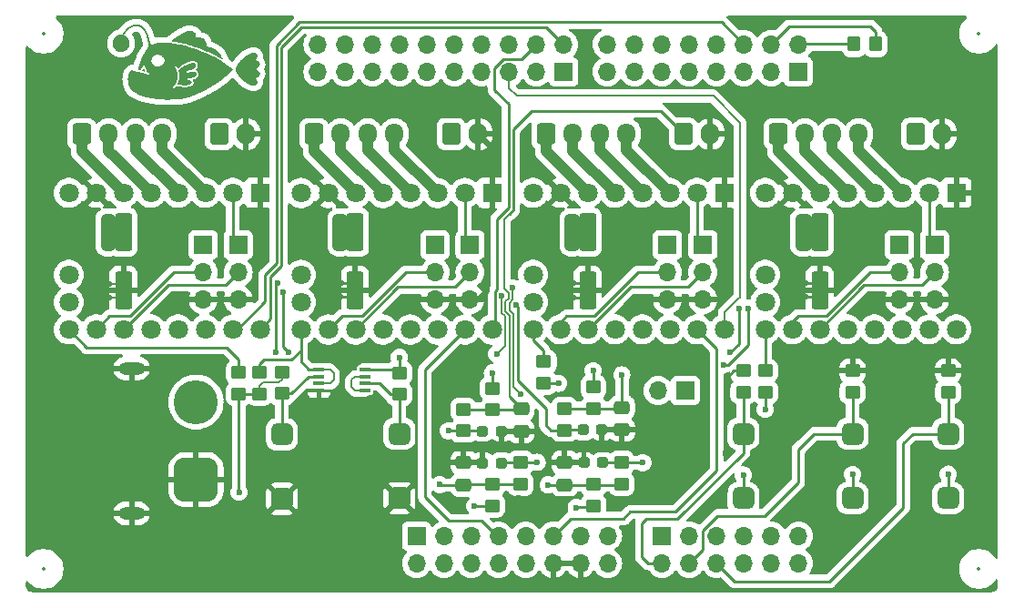
<source format=gtl>
%TF.GenerationSoftware,KiCad,Pcbnew,8.0.3*%
%TF.CreationDate,2024-06-30T11:50:48+02:00*%
%TF.ProjectId,StepperDriver-Shield_FRDM-MCXA153,53746570-7065-4724-9472-697665722d53,rev?*%
%TF.SameCoordinates,Original*%
%TF.FileFunction,Copper,L1,Top*%
%TF.FilePolarity,Positive*%
%FSLAX46Y46*%
G04 Gerber Fmt 4.6, Leading zero omitted, Abs format (unit mm)*
G04 Created by KiCad (PCBNEW 8.0.3) date 2024-06-30 11:50:48*
%MOMM*%
%LPD*%
G01*
G04 APERTURE LIST*
G04 Aperture macros list*
%AMRoundRect*
0 Rectangle with rounded corners*
0 $1 Rounding radius*
0 $2 $3 $4 $5 $6 $7 $8 $9 X,Y pos of 4 corners*
0 Add a 4 corners polygon primitive as box body*
4,1,4,$2,$3,$4,$5,$6,$7,$8,$9,$2,$3,0*
0 Add four circle primitives for the rounded corners*
1,1,$1+$1,$2,$3*
1,1,$1+$1,$4,$5*
1,1,$1+$1,$6,$7*
1,1,$1+$1,$8,$9*
0 Add four rect primitives between the rounded corners*
20,1,$1+$1,$2,$3,$4,$5,0*
20,1,$1+$1,$4,$5,$6,$7,0*
20,1,$1+$1,$6,$7,$8,$9,0*
20,1,$1+$1,$8,$9,$2,$3,0*%
G04 Aperture macros list end*
%TA.AperFunction,EtchedComponent*%
%ADD10C,0.000000*%
%TD*%
%TA.AperFunction,ComponentPad*%
%ADD11R,1.800000X1.800000*%
%TD*%
%TA.AperFunction,ComponentPad*%
%ADD12C,1.800000*%
%TD*%
%TA.AperFunction,SMDPad,CuDef*%
%ADD13RoundRect,0.250000X-0.450000X0.350000X-0.450000X-0.350000X0.450000X-0.350000X0.450000X0.350000X0*%
%TD*%
%TA.AperFunction,SMDPad,CuDef*%
%ADD14RoundRect,0.250000X-0.475000X0.337500X-0.475000X-0.337500X0.475000X-0.337500X0.475000X0.337500X0*%
%TD*%
%TA.AperFunction,SMDPad,CuDef*%
%ADD15RoundRect,0.250000X0.475000X-0.337500X0.475000X0.337500X-0.475000X0.337500X-0.475000X-0.337500X0*%
%TD*%
%TA.AperFunction,SMDPad,CuDef*%
%ADD16RoundRect,0.250000X0.350000X0.450000X-0.350000X0.450000X-0.350000X-0.450000X0.350000X-0.450000X0*%
%TD*%
%TA.AperFunction,ComponentPad*%
%ADD17RoundRect,0.250000X-0.600000X-0.750000X0.600000X-0.750000X0.600000X0.750000X-0.600000X0.750000X0*%
%TD*%
%TA.AperFunction,ComponentPad*%
%ADD18O,1.700000X2.000000*%
%TD*%
%TA.AperFunction,ComponentPad*%
%ADD19RoundRect,0.250000X-0.600000X-0.725000X0.600000X-0.725000X0.600000X0.725000X-0.600000X0.725000X0*%
%TD*%
%TA.AperFunction,ComponentPad*%
%ADD20O,1.700000X1.950000*%
%TD*%
%TA.AperFunction,SMDPad,CuDef*%
%ADD21R,1.100000X0.400000*%
%TD*%
%TA.AperFunction,SMDPad,CuDef*%
%ADD22RoundRect,0.250000X0.450000X-0.350000X0.450000X0.350000X-0.450000X0.350000X-0.450000X-0.350000X0*%
%TD*%
%TA.AperFunction,SMDPad,CuDef*%
%ADD23RoundRect,0.250000X-0.550000X1.500000X-0.550000X-1.500000X0.550000X-1.500000X0.550000X1.500000X0*%
%TD*%
%TA.AperFunction,SMDPad,CuDef*%
%ADD24RoundRect,0.500000X-0.500000X0.500000X-0.500000X-0.500000X0.500000X-0.500000X0.500000X0.500000X0*%
%TD*%
%TA.AperFunction,ComponentPad*%
%ADD25R,1.700000X1.700000*%
%TD*%
%TA.AperFunction,ComponentPad*%
%ADD26O,1.700000X1.700000*%
%TD*%
%TA.AperFunction,ComponentPad*%
%ADD27O,2.400000X1.200000*%
%TD*%
%TA.AperFunction,ComponentPad*%
%ADD28RoundRect,1.025000X1.025000X-1.025000X1.025000X1.025000X-1.025000X1.025000X-1.025000X-1.025000X0*%
%TD*%
%TA.AperFunction,ComponentPad*%
%ADD29C,4.100000*%
%TD*%
%TA.AperFunction,SMDPad,CuDef*%
%ADD30RoundRect,0.237500X-0.287500X-0.237500X0.287500X-0.237500X0.287500X0.237500X-0.287500X0.237500X0*%
%TD*%
%TA.AperFunction,SMDPad,CuDef*%
%ADD31RoundRect,0.500000X0.500000X-0.500000X0.500000X0.500000X-0.500000X0.500000X-0.500000X-0.500000X0*%
%TD*%
%TA.AperFunction,SMDPad,CuDef*%
%ADD32RoundRect,0.237500X0.287500X0.237500X-0.287500X0.237500X-0.287500X-0.237500X0.287500X-0.237500X0*%
%TD*%
%TA.AperFunction,ViaPad*%
%ADD33C,0.600000*%
%TD*%
%TA.AperFunction,Conductor*%
%ADD34C,0.254000*%
%TD*%
%TA.AperFunction,Conductor*%
%ADD35C,0.508000*%
%TD*%
%TA.AperFunction,Conductor*%
%ADD36C,0.200000*%
%TD*%
%TA.AperFunction,Conductor*%
%ADD37C,0.152400*%
%TD*%
%TA.AperFunction,Conductor*%
%ADD38C,1.016000*%
%TD*%
%ADD39C,0.300000*%
%ADD40C,0.350000*%
%ADD41O,1.700000X0.600000*%
G04 APERTURE END LIST*
D10*
%TA.AperFunction,EtchedComponent*%
%TO.C,Blub1*%
G36*
X96642611Y-73467663D02*
G01*
X96643330Y-73469784D01*
X96644913Y-73476011D01*
X96649631Y-73489965D01*
X96657440Y-73511526D01*
X96668293Y-73540573D01*
X96682145Y-73576984D01*
X96698952Y-73620640D01*
X96718667Y-73671419D01*
X96728232Y-73695938D01*
X96739537Y-73724942D01*
X96749885Y-73751616D01*
X96758858Y-73774870D01*
X96766037Y-73793614D01*
X96771002Y-73806757D01*
X96773335Y-73813209D01*
X96773403Y-73813432D01*
X96774114Y-73817401D01*
X96772601Y-73819539D01*
X96767653Y-73819722D01*
X96758056Y-73817828D01*
X96742599Y-73813733D01*
X96723777Y-73808381D01*
X96708466Y-73804163D01*
X96686561Y-73798382D01*
X96659701Y-73791459D01*
X96629525Y-73783813D01*
X96597673Y-73775862D01*
X96572487Y-73769664D01*
X96543203Y-73762402D01*
X96516806Y-73755660D01*
X96494359Y-73749724D01*
X96476926Y-73744882D01*
X96465568Y-73741421D01*
X96461349Y-73739629D01*
X96461344Y-73739601D01*
X96463542Y-73735228D01*
X96469645Y-73725143D01*
X96478827Y-73710660D01*
X96490264Y-73693091D01*
X96495907Y-73684559D01*
X96509879Y-73663320D01*
X96525391Y-73639380D01*
X96541815Y-73613747D01*
X96558520Y-73587430D01*
X96574877Y-73561435D01*
X96590257Y-73536772D01*
X96604031Y-73514448D01*
X96615568Y-73495471D01*
X96624240Y-73480850D01*
X96629417Y-73471592D01*
X96630628Y-73468789D01*
X96634067Y-73465587D01*
X96636979Y-73465183D01*
X96642611Y-73467663D01*
G37*
%TD.AperFunction*%
%TA.AperFunction,EtchedComponent*%
G36*
X106895751Y-72033090D02*
G01*
X106907077Y-72034593D01*
X106919087Y-72037472D01*
X106932903Y-72042111D01*
X106949649Y-72048896D01*
X106970451Y-72058211D01*
X106996430Y-72070439D01*
X107028712Y-72085966D01*
X107034235Y-72088636D01*
X107066424Y-72104691D01*
X107091959Y-72118748D01*
X107112115Y-72131791D01*
X107128165Y-72144803D01*
X107141383Y-72158766D01*
X107153041Y-72174663D01*
X107159835Y-72185569D01*
X107173729Y-72210430D01*
X107183409Y-72231827D01*
X107190079Y-72252809D01*
X107194356Y-72273020D01*
X107198080Y-72305530D01*
X107197676Y-72338940D01*
X107192916Y-72374179D01*
X107183573Y-72412175D01*
X107169420Y-72453858D01*
X107150230Y-72500156D01*
X107126451Y-72550630D01*
X107115559Y-72572915D01*
X107105841Y-72593201D01*
X107097993Y-72610004D01*
X107092712Y-72621835D01*
X107090852Y-72626560D01*
X107086939Y-72636463D01*
X107080736Y-72649656D01*
X107077588Y-72655770D01*
X107068403Y-72680581D01*
X107067437Y-72704400D01*
X107074457Y-72726759D01*
X107089231Y-72747188D01*
X107111525Y-72765218D01*
X107138979Y-72779495D01*
X107189849Y-72801792D01*
X107233339Y-72822902D01*
X107270318Y-72843542D01*
X107301657Y-72864431D01*
X107328227Y-72886287D01*
X107350897Y-72909826D01*
X107370538Y-72935767D01*
X107388021Y-72964826D01*
X107404215Y-72997723D01*
X107404556Y-72998480D01*
X107413915Y-73021387D01*
X107422999Y-73047234D01*
X107430308Y-73071635D01*
X107432356Y-73079817D01*
X107436527Y-73098431D01*
X107438889Y-73112140D01*
X107439518Y-73123960D01*
X107438489Y-73136908D01*
X107435880Y-73154001D01*
X107434450Y-73162449D01*
X107429507Y-73186161D01*
X107423172Y-73209039D01*
X107416431Y-73227596D01*
X107415257Y-73230193D01*
X107399149Y-73258188D01*
X107376158Y-73289012D01*
X107347068Y-73321899D01*
X107312666Y-73356082D01*
X107273735Y-73390797D01*
X107231059Y-73425276D01*
X107185423Y-73458753D01*
X107171268Y-73468489D01*
X107141995Y-73489548D01*
X107120246Y-73508040D01*
X107105612Y-73524347D01*
X107098797Y-73535967D01*
X107094070Y-73554636D01*
X107093387Y-73576298D01*
X107096756Y-73596501D01*
X107098665Y-73601866D01*
X107104779Y-73611928D01*
X107114624Y-73623741D01*
X107126233Y-73635409D01*
X107137643Y-73645032D01*
X107146887Y-73650712D01*
X107150018Y-73651480D01*
X107155630Y-73653814D01*
X107166884Y-73660262D01*
X107182549Y-73669996D01*
X107201391Y-73682186D01*
X107222179Y-73696004D01*
X107243681Y-73710620D01*
X107264663Y-73725206D01*
X107283893Y-73738932D01*
X107300139Y-73750970D01*
X107312168Y-73760490D01*
X107312521Y-73760787D01*
X107331777Y-73777995D01*
X107352000Y-73797660D01*
X107371413Y-73817914D01*
X107388240Y-73836891D01*
X107400705Y-73852723D01*
X107402621Y-73855502D01*
X107418421Y-73884765D01*
X107429875Y-73919069D01*
X107436246Y-73951025D01*
X107438402Y-73966432D01*
X107439303Y-73978781D01*
X107438762Y-73990602D01*
X107436589Y-74004424D01*
X107432597Y-74022778D01*
X107430143Y-74033250D01*
X107419229Y-74070689D01*
X107404188Y-74109851D01*
X107386297Y-74147919D01*
X107366831Y-74182073D01*
X107354706Y-74199813D01*
X107330860Y-74227757D01*
X107300964Y-74255304D01*
X107264466Y-74282862D01*
X107220814Y-74310843D01*
X107169456Y-74339654D01*
X107158566Y-74345368D01*
X107130856Y-74360395D01*
X107109912Y-74373419D01*
X107094569Y-74385410D01*
X107083665Y-74397339D01*
X107076036Y-74410176D01*
X107073392Y-74416428D01*
X107068651Y-74437411D01*
X107069038Y-74459488D01*
X107074288Y-74479421D01*
X107079282Y-74488479D01*
X107086422Y-74500858D01*
X107091227Y-74513268D01*
X107091251Y-74513366D01*
X107094595Y-74522421D01*
X107101026Y-74536535D01*
X107109458Y-74553396D01*
X107114715Y-74563299D01*
X107143445Y-74619192D01*
X107166038Y-74670053D01*
X107182601Y-74716569D01*
X107193243Y-74759427D01*
X107198072Y-74799315D01*
X107197197Y-74836917D01*
X107190726Y-74872922D01*
X107178766Y-74908015D01*
X107171566Y-74923809D01*
X107161148Y-74944290D01*
X107151008Y-74962033D01*
X107140318Y-74977717D01*
X107128250Y-74992018D01*
X107113977Y-75005612D01*
X107096671Y-75019176D01*
X107075505Y-75033388D01*
X107049651Y-75048923D01*
X107018282Y-75066460D01*
X106980570Y-75086674D01*
X106957672Y-75098733D01*
X106937453Y-75109068D01*
X106922314Y-75115912D01*
X106910011Y-75120022D01*
X106898299Y-75122157D01*
X106885694Y-75123045D01*
X106868991Y-75123341D01*
X106853852Y-75122987D01*
X106845247Y-75122262D01*
X106740060Y-75102566D01*
X106634369Y-75074626D01*
X106528088Y-75038411D01*
X106421126Y-74993885D01*
X106313397Y-74941015D01*
X106204812Y-74879767D01*
X106195322Y-74874042D01*
X106140879Y-74839718D01*
X106087843Y-74803508D01*
X106035309Y-74764664D01*
X105982368Y-74722442D01*
X105928114Y-74676098D01*
X105871640Y-74624884D01*
X105812038Y-74568057D01*
X105759195Y-74515743D01*
X105716705Y-74472679D01*
X105679363Y-74433939D01*
X105645998Y-74398207D01*
X105615439Y-74364167D01*
X105586517Y-74330505D01*
X105558061Y-74295907D01*
X105528900Y-74259056D01*
X105516770Y-74243382D01*
X105469124Y-74178776D01*
X105422016Y-74109707D01*
X105376174Y-74037485D01*
X105332326Y-73963421D01*
X105291201Y-73888827D01*
X105253527Y-73815015D01*
X105220032Y-73743294D01*
X105191446Y-73674977D01*
X105172764Y-73624134D01*
X105157442Y-73579294D01*
X105164438Y-73555052D01*
X105174939Y-73522808D01*
X105189394Y-73484646D01*
X105207224Y-73441802D01*
X105227852Y-73395512D01*
X105250699Y-73347011D01*
X105275187Y-73297534D01*
X105300737Y-73248318D01*
X105326772Y-73200597D01*
X105346180Y-73166683D01*
X105391484Y-73091770D01*
X105437304Y-73021269D01*
X105484652Y-72953888D01*
X105534540Y-72888333D01*
X105587978Y-72823312D01*
X105645979Y-72757534D01*
X105709554Y-72689705D01*
X105759195Y-72639027D01*
X105821863Y-72577140D01*
X105880706Y-72521393D01*
X105936759Y-72470991D01*
X105991051Y-72425136D01*
X106044617Y-72383032D01*
X106098488Y-72343882D01*
X106153697Y-72306890D01*
X106211276Y-72271259D01*
X106272257Y-72236192D01*
X106303290Y-72219192D01*
X106363855Y-72188057D01*
X106426490Y-72158796D01*
X106490169Y-72131746D01*
X106553867Y-72107243D01*
X106616556Y-72085625D01*
X106677212Y-72067230D01*
X106734807Y-72052395D01*
X106788315Y-72041458D01*
X106836711Y-72034755D01*
X106870652Y-72032675D01*
X106883984Y-72032579D01*
X106895751Y-72033090D01*
G37*
%TD.AperFunction*%
%TA.AperFunction,EtchedComponent*%
G36*
X100940880Y-69998752D02*
G01*
X101023597Y-70005604D01*
X101102279Y-70019885D01*
X101177014Y-70041626D01*
X101247890Y-70070859D01*
X101314995Y-70107617D01*
X101378416Y-70151930D01*
X101391455Y-70162346D01*
X101422847Y-70190417D01*
X101447392Y-70218405D01*
X101466396Y-70248388D01*
X101481167Y-70282445D01*
X101493011Y-70322653D01*
X101493493Y-70324630D01*
X101501527Y-70368716D01*
X101503449Y-70408882D01*
X101499330Y-70444589D01*
X101489237Y-70475301D01*
X101473239Y-70500479D01*
X101470599Y-70503459D01*
X101457074Y-70519682D01*
X101449128Y-70534084D01*
X101445460Y-70549782D01*
X101444731Y-70565352D01*
X101446517Y-70584501D01*
X101452728Y-70600642D01*
X101464643Y-70616475D01*
X101472961Y-70624949D01*
X101488965Y-70637860D01*
X101506037Y-70645950D01*
X101525781Y-70649490D01*
X101549801Y-70648754D01*
X101579702Y-70644011D01*
X101582337Y-70643479D01*
X101596814Y-70641095D01*
X101617538Y-70638448D01*
X101642302Y-70635783D01*
X101668900Y-70633345D01*
X101684965Y-70632083D01*
X101712818Y-70630220D01*
X101736445Y-70629148D01*
X101758290Y-70628895D01*
X101780796Y-70629486D01*
X101806406Y-70630948D01*
X101837564Y-70633308D01*
X101843742Y-70633813D01*
X101925554Y-70642412D01*
X101999569Y-70654102D01*
X102065885Y-70668912D01*
X102124601Y-70686871D01*
X102175813Y-70708005D01*
X102219620Y-70732343D01*
X102242018Y-70748206D01*
X102269834Y-70773107D01*
X102297872Y-70804166D01*
X102324529Y-70839270D01*
X102348205Y-70876308D01*
X102367298Y-70913166D01*
X102367568Y-70913766D01*
X102379831Y-70943785D01*
X102393055Y-70981011D01*
X102406928Y-71024280D01*
X102421138Y-71072426D01*
X102435372Y-71124286D01*
X102449318Y-71178694D01*
X102462663Y-71234485D01*
X102475095Y-71290496D01*
X102486302Y-71345562D01*
X102492903Y-71380974D01*
X102497397Y-71405616D01*
X102501107Y-71423571D01*
X102504691Y-71436496D01*
X102508806Y-71446050D01*
X102514111Y-71453889D01*
X102521262Y-71461672D01*
X102527251Y-71467523D01*
X102540387Y-71478839D01*
X102553181Y-71486098D01*
X102568066Y-71490088D01*
X102587473Y-71491593D01*
X102601886Y-71491635D01*
X102615018Y-71491809D01*
X102628441Y-71492839D01*
X102643595Y-71494984D01*
X102661918Y-71498503D01*
X102684851Y-71503657D01*
X102713833Y-71510705D01*
X102729762Y-71514698D01*
X102818663Y-71538149D01*
X102900186Y-71561878D01*
X102975418Y-71586283D01*
X103045446Y-71611764D01*
X103111359Y-71638719D01*
X103174245Y-71667546D01*
X103235192Y-71698643D01*
X103242080Y-71702358D01*
X103324856Y-71749905D01*
X103400461Y-71799134D01*
X103470175Y-71851117D01*
X103535272Y-71906928D01*
X103597030Y-71967639D01*
X103656726Y-72034323D01*
X103698579Y-72085908D01*
X103731976Y-72130832D01*
X103765233Y-72180085D01*
X103798793Y-72234420D01*
X103833099Y-72294585D01*
X103868592Y-72361333D01*
X103905715Y-72435415D01*
X103911301Y-72446896D01*
X103922527Y-72470463D01*
X103934854Y-72497055D01*
X103947842Y-72525648D01*
X103961050Y-72555221D01*
X103974036Y-72584749D01*
X103986359Y-72613211D01*
X103997579Y-72639583D01*
X104007254Y-72662842D01*
X104014942Y-72681966D01*
X104020203Y-72695930D01*
X104022596Y-72703713D01*
X104022592Y-72704957D01*
X104018022Y-72704695D01*
X104014792Y-72703583D01*
X104009103Y-72700386D01*
X103997824Y-72693416D01*
X103982413Y-72683596D01*
X103964329Y-72671845D01*
X103957633Y-72667444D01*
X103857364Y-72602069D01*
X103762464Y-72541727D01*
X103671957Y-72485845D01*
X103584867Y-72433849D01*
X103500219Y-72385165D01*
X103417036Y-72339220D01*
X103334342Y-72295438D01*
X103265367Y-72260326D01*
X103204035Y-72230067D01*
X103141111Y-72199871D01*
X103076004Y-72169486D01*
X103008121Y-72138657D01*
X102936870Y-72107133D01*
X102861659Y-72074659D01*
X102781897Y-72040984D01*
X102696990Y-72005853D01*
X102606348Y-71969014D01*
X102509378Y-71930214D01*
X102405488Y-71889200D01*
X102308475Y-71851310D01*
X102259716Y-71832350D01*
X102217903Y-71816089D01*
X102182086Y-71802156D01*
X102151318Y-71790182D01*
X102124650Y-71779796D01*
X102101135Y-71770628D01*
X102079824Y-71762309D01*
X102059769Y-71754468D01*
X102040023Y-71746736D01*
X102019638Y-71738742D01*
X101997665Y-71730117D01*
X101973156Y-71720491D01*
X101959166Y-71714995D01*
X101844839Y-71670482D01*
X101730553Y-71626776D01*
X101616963Y-71584106D01*
X101504722Y-71542698D01*
X101394483Y-71502782D01*
X101286901Y-71464584D01*
X101182629Y-71428333D01*
X101082321Y-71394256D01*
X100986630Y-71362582D01*
X100896210Y-71333538D01*
X100811715Y-71307352D01*
X100733799Y-71284252D01*
X100680487Y-71269204D01*
X100562672Y-71238216D01*
X100436534Y-71207820D01*
X100302200Y-71178038D01*
X100159794Y-71148898D01*
X100009443Y-71120423D01*
X99851273Y-71092639D01*
X99685410Y-71065572D01*
X99566934Y-71047384D01*
X99532377Y-71041463D01*
X99505684Y-71035191D01*
X99486254Y-71028426D01*
X99484371Y-71027568D01*
X99468925Y-71021643D01*
X99448928Y-71016477D01*
X99422905Y-71011733D01*
X99401807Y-71008681D01*
X99376758Y-71005510D01*
X99347586Y-71002124D01*
X99315754Y-70998663D01*
X99282725Y-70995269D01*
X99249964Y-70992080D01*
X99218934Y-70989237D01*
X99191099Y-70986881D01*
X99167923Y-70985151D01*
X99150869Y-70984188D01*
X99144510Y-70984036D01*
X99132895Y-70983300D01*
X99126047Y-70981418D01*
X99125183Y-70979967D01*
X99128853Y-70976509D01*
X99138743Y-70968497D01*
X99154241Y-70956388D01*
X99174739Y-70940634D01*
X99199625Y-70921692D01*
X99228291Y-70900014D01*
X99260125Y-70876056D01*
X99294519Y-70850272D01*
X99330861Y-70823116D01*
X99368543Y-70795044D01*
X99406953Y-70766509D01*
X99445483Y-70737966D01*
X99483521Y-70709870D01*
X99520458Y-70682674D01*
X99555685Y-70656834D01*
X99588590Y-70632804D01*
X99618564Y-70611038D01*
X99644997Y-70591991D01*
X99666498Y-70576669D01*
X99722523Y-70537943D01*
X99783832Y-70497178D01*
X99849286Y-70455045D01*
X99917750Y-70412213D01*
X99988086Y-70369354D01*
X100059156Y-70327137D01*
X100129824Y-70286232D01*
X100198953Y-70247310D01*
X100265405Y-70211042D01*
X100328043Y-70178096D01*
X100385731Y-70149144D01*
X100417976Y-70133743D01*
X100493081Y-70099957D01*
X100562622Y-70071438D01*
X100627479Y-70047957D01*
X100688534Y-70029287D01*
X100746668Y-70015201D01*
X100802760Y-70005471D01*
X100857692Y-69999870D01*
X100912345Y-69998171D01*
X100940880Y-69998752D01*
G37*
%TD.AperFunction*%
%TA.AperFunction,EtchedComponent*%
G36*
X101173752Y-73005937D02*
G01*
X101216922Y-73006370D01*
X101252899Y-73007621D01*
X101282934Y-73009864D01*
X101308279Y-73013273D01*
X101330183Y-73018019D01*
X101349898Y-73024275D01*
X101368675Y-73032216D01*
X101370657Y-73033161D01*
X101390773Y-73044131D01*
X101409302Y-73056502D01*
X101422530Y-73067644D01*
X101435269Y-73083207D01*
X101449060Y-73104496D01*
X101462601Y-73129104D01*
X101474589Y-73154623D01*
X101483722Y-73178645D01*
X101485257Y-73183619D01*
X101492360Y-73222666D01*
X101491454Y-73262821D01*
X101482810Y-73303420D01*
X101466700Y-73343801D01*
X101443395Y-73383302D01*
X101413167Y-73421258D01*
X101376288Y-73457008D01*
X101371610Y-73460967D01*
X101344919Y-73482516D01*
X101318562Y-73502459D01*
X101293805Y-73519929D01*
X101271914Y-73534055D01*
X101254154Y-73543971D01*
X101244912Y-73547923D01*
X101230871Y-73553548D01*
X101218750Y-73559887D01*
X101215274Y-73562261D01*
X101202953Y-73570336D01*
X101185276Y-73579893D01*
X101164027Y-73590176D01*
X101140987Y-73600428D01*
X101117940Y-73609892D01*
X101096668Y-73617813D01*
X101078955Y-73623433D01*
X101066581Y-73625997D01*
X101064894Y-73626076D01*
X101046057Y-73627638D01*
X101020931Y-73632060D01*
X100990708Y-73638946D01*
X100956582Y-73647899D01*
X100919747Y-73658524D01*
X100881394Y-73670423D01*
X100842717Y-73683202D01*
X100804910Y-73696462D01*
X100769165Y-73709809D01*
X100736675Y-73722846D01*
X100708633Y-73735177D01*
X100686232Y-73746405D01*
X100670666Y-73756134D01*
X100668725Y-73757659D01*
X100654728Y-73772783D01*
X100643626Y-73791486D01*
X100637083Y-73810589D01*
X100636029Y-73820198D01*
X100640012Y-73843279D01*
X100650954Y-73864731D01*
X100667349Y-73883060D01*
X100687689Y-73896775D01*
X100710468Y-73904383D01*
X100722117Y-73905430D01*
X100734179Y-73903530D01*
X100753007Y-73897889D01*
X100777891Y-73888740D01*
X100798329Y-73880458D01*
X100860677Y-73855447D01*
X100917279Y-73835075D01*
X100969307Y-73819092D01*
X101017928Y-73807248D01*
X101064313Y-73799295D01*
X101109632Y-73794981D01*
X101155054Y-73794058D01*
X101195014Y-73795779D01*
X101253235Y-73801465D01*
X101307323Y-73810032D01*
X101356557Y-73821261D01*
X101400216Y-73834933D01*
X101437579Y-73850830D01*
X101467925Y-73868732D01*
X101486637Y-73884321D01*
X101501819Y-73902299D01*
X101516849Y-73924819D01*
X101529688Y-73948497D01*
X101538302Y-73969954D01*
X101538402Y-73970284D01*
X101543258Y-73992779D01*
X101546357Y-74020091D01*
X101547449Y-74048704D01*
X101546282Y-74075102D01*
X101546025Y-74077545D01*
X101538276Y-74112906D01*
X101523542Y-74148577D01*
X101502971Y-74182525D01*
X101477713Y-74212713D01*
X101461001Y-74228001D01*
X101440520Y-74243043D01*
X101413442Y-74260280D01*
X101381115Y-74278980D01*
X101344889Y-74298414D01*
X101306112Y-74317849D01*
X101266133Y-74336555D01*
X101237263Y-74349205D01*
X101220970Y-74355404D01*
X101200866Y-74361966D01*
X101178565Y-74368491D01*
X101155678Y-74374576D01*
X101133820Y-74379823D01*
X101114604Y-74383829D01*
X101099641Y-74386193D01*
X101090546Y-74386515D01*
X101089016Y-74386052D01*
X101083604Y-74385661D01*
X101071589Y-74386275D01*
X101054761Y-74387762D01*
X101035351Y-74389941D01*
X101014734Y-74392162D01*
X100988078Y-74394570D01*
X100957802Y-74396971D01*
X100926326Y-74399174D01*
X100898540Y-74400850D01*
X100854830Y-74403269D01*
X100818760Y-74405339D01*
X100789511Y-74407148D01*
X100766264Y-74408782D01*
X100748203Y-74410330D01*
X100734508Y-74411879D01*
X100724363Y-74413516D01*
X100716949Y-74415330D01*
X100711448Y-74417407D01*
X100707043Y-74419836D01*
X100704396Y-74421632D01*
X100684714Y-74439146D01*
X100672515Y-74458984D01*
X100666839Y-74482817D01*
X100666436Y-74487664D01*
X100666728Y-74509177D01*
X100671341Y-74527517D01*
X100681296Y-74545447D01*
X100693505Y-74561020D01*
X100705333Y-74572531D01*
X100719440Y-74581224D01*
X100737495Y-74587754D01*
X100761165Y-74592775D01*
X100782104Y-74595758D01*
X100822566Y-74602011D01*
X100864095Y-74610649D01*
X100904653Y-74621112D01*
X100942205Y-74632839D01*
X100974716Y-74645268D01*
X100992936Y-74653852D01*
X101021183Y-74672696D01*
X101045212Y-74696773D01*
X101064596Y-74724804D01*
X101078907Y-74755508D01*
X101087716Y-74787606D01*
X101090596Y-74819819D01*
X101087118Y-74850866D01*
X101076855Y-74879466D01*
X101071517Y-74888761D01*
X101051451Y-74913390D01*
X101023688Y-74937185D01*
X100988987Y-74959727D01*
X100948109Y-74980597D01*
X100901815Y-74999375D01*
X100850864Y-75015641D01*
X100832912Y-75020449D01*
X100776832Y-75034039D01*
X100719515Y-75046565D01*
X100662878Y-75057667D01*
X100608843Y-75066988D01*
X100559328Y-75074170D01*
X100523827Y-75078174D01*
X100503465Y-75080124D01*
X100485023Y-75081942D01*
X100470876Y-75083389D01*
X100464551Y-75084084D01*
X100455819Y-75084256D01*
X100440575Y-75083689D01*
X100420732Y-75082485D01*
X100398204Y-75080750D01*
X100390455Y-75080073D01*
X100362936Y-75077427D01*
X100333121Y-75074282D01*
X100304562Y-75071027D01*
X100280813Y-75068052D01*
X100280370Y-75067993D01*
X100261600Y-75065594D01*
X100236418Y-75062561D01*
X100206832Y-75059128D01*
X100174855Y-75055525D01*
X100142495Y-75051985D01*
X100130062Y-75050656D01*
X100097302Y-75047146D01*
X100069151Y-75044018D01*
X100044083Y-75041055D01*
X100020570Y-75038039D01*
X99997085Y-75034750D01*
X99972103Y-75030972D01*
X99944096Y-75026486D01*
X99911537Y-75021074D01*
X99872899Y-75014518D01*
X99851687Y-75010890D01*
X99822674Y-75006025D01*
X99795676Y-75001693D01*
X99772064Y-74998098D01*
X99753210Y-74995445D01*
X99740484Y-74993939D01*
X99736310Y-74993671D01*
X99726503Y-74993185D01*
X99721604Y-74991992D01*
X99721477Y-74991739D01*
X99723267Y-74987566D01*
X99728302Y-74976847D01*
X99736077Y-74960630D01*
X99746087Y-74939962D01*
X99757829Y-74915890D01*
X99767869Y-74895415D01*
X99814874Y-74795196D01*
X99855186Y-74699227D01*
X99888991Y-74606817D01*
X99916474Y-74517277D01*
X99937819Y-74429915D01*
X99953213Y-74344043D01*
X99962840Y-74258969D01*
X99966886Y-74174004D01*
X99967048Y-74153188D01*
X99963567Y-74066346D01*
X99953366Y-73978220D01*
X99936823Y-73890825D01*
X99914314Y-73806175D01*
X99887999Y-73730770D01*
X99873347Y-73693623D01*
X99885901Y-73677844D01*
X99900062Y-73661586D01*
X99919996Y-73640923D01*
X99944793Y-73616649D01*
X99973545Y-73589558D01*
X100005340Y-73560447D01*
X100039270Y-73530110D01*
X100074424Y-73499342D01*
X100109892Y-73468937D01*
X100144766Y-73439691D01*
X100178135Y-73412399D01*
X100209090Y-73387855D01*
X100236720Y-73366854D01*
X100260117Y-73350192D01*
X100263434Y-73347964D01*
X100302414Y-73322499D01*
X100339568Y-73299286D01*
X100376002Y-73277770D01*
X100412824Y-73257397D01*
X100451141Y-73237612D01*
X100492062Y-73217861D01*
X100536693Y-73197589D01*
X100586142Y-73176241D01*
X100641517Y-73153264D01*
X100697423Y-73130699D01*
X100750733Y-73109595D01*
X100797592Y-73091520D01*
X100839281Y-73076045D01*
X100877081Y-73062744D01*
X100912272Y-73051190D01*
X100946135Y-73040954D01*
X100979950Y-73031611D01*
X101014997Y-73022733D01*
X101036146Y-73017686D01*
X101054211Y-73013590D01*
X101069640Y-73010559D01*
X101084260Y-73008439D01*
X101099899Y-73007072D01*
X101118385Y-73006303D01*
X101141545Y-73005975D01*
X101171207Y-73005933D01*
X101173752Y-73005937D01*
G37*
%TD.AperFunction*%
%TA.AperFunction,EtchedComponent*%
G36*
X95950970Y-69406312D02*
G01*
X95967428Y-69407744D01*
X95989283Y-69409606D01*
X96013491Y-69411639D01*
X96033629Y-69413309D01*
X96125699Y-69424088D01*
X96212281Y-69440789D01*
X96293211Y-69463358D01*
X96368327Y-69491743D01*
X96437465Y-69525890D01*
X96499311Y-69564928D01*
X96553389Y-69606992D01*
X96608054Y-69656624D01*
X96662613Y-69713022D01*
X96716372Y-69775383D01*
X96768637Y-69842906D01*
X96818713Y-69914788D01*
X96862952Y-69985249D01*
X96877654Y-70011301D01*
X96894513Y-70043498D01*
X96912687Y-70080066D01*
X96931334Y-70119230D01*
X96949610Y-70159217D01*
X96966674Y-70198253D01*
X96981683Y-70234563D01*
X96983382Y-70238845D01*
X96998835Y-70279460D01*
X97015830Y-70326690D01*
X97033854Y-70378935D01*
X97052398Y-70434595D01*
X97070950Y-70492068D01*
X97088999Y-70549755D01*
X97106034Y-70606054D01*
X97121544Y-70659366D01*
X97135017Y-70708090D01*
X97142926Y-70738461D01*
X97154424Y-70785594D01*
X97165831Y-70835217D01*
X97176890Y-70886006D01*
X97187342Y-70936638D01*
X97196930Y-70985789D01*
X97205396Y-71032135D01*
X97212483Y-71074354D01*
X97217933Y-71111121D01*
X97221487Y-71141113D01*
X97221648Y-71142812D01*
X97225915Y-71166786D01*
X97234606Y-71188142D01*
X97248774Y-71208699D01*
X97269467Y-71230274D01*
X97275252Y-71235564D01*
X97302523Y-71256122D01*
X97331548Y-71269744D01*
X97364499Y-71277331D01*
X97379900Y-71278925D01*
X97394140Y-71279776D01*
X97405330Y-71279560D01*
X97415828Y-71277762D01*
X97427993Y-71273865D01*
X97444183Y-71267353D01*
X97456266Y-71262209D01*
X97534782Y-71231148D01*
X97619437Y-71202384D01*
X97708273Y-71176385D01*
X97799330Y-71153622D01*
X97890649Y-71134565D01*
X97980271Y-71119684D01*
X98066237Y-71109448D01*
X98106158Y-71106289D01*
X98151883Y-71104248D01*
X98204981Y-71103498D01*
X98264460Y-71104003D01*
X98329327Y-71105728D01*
X98398592Y-71108636D01*
X98471262Y-71112692D01*
X98546347Y-71117859D01*
X98622856Y-71124101D01*
X98640154Y-71125650D01*
X98678145Y-71128891D01*
X98720424Y-71132135D01*
X98764115Y-71135186D01*
X98806340Y-71137846D01*
X98844222Y-71139919D01*
X98858094Y-71140565D01*
X98917574Y-71143182D01*
X98969551Y-71145543D01*
X99014984Y-71147705D01*
X99054832Y-71149721D01*
X99090054Y-71151647D01*
X99121609Y-71153539D01*
X99150457Y-71155451D01*
X99177556Y-71157437D01*
X99203866Y-71159555D01*
X99230345Y-71161857D01*
X99232445Y-71162046D01*
X99266205Y-71165120D01*
X99292654Y-71167652D01*
X99312916Y-71169830D01*
X99328118Y-71171840D01*
X99339385Y-71173869D01*
X99347842Y-71176103D01*
X99354614Y-71178731D01*
X99360827Y-71181939D01*
X99364290Y-71183944D01*
X99371704Y-71187146D01*
X99383790Y-71190559D01*
X99401304Y-71194334D01*
X99425003Y-71198617D01*
X99455642Y-71203558D01*
X99491846Y-71208993D01*
X99648801Y-71232679D01*
X99797856Y-71256644D01*
X99939581Y-71281010D01*
X100074544Y-71305897D01*
X100203312Y-71331430D01*
X100326454Y-71357728D01*
X100444537Y-71384915D01*
X100558131Y-71413112D01*
X100667803Y-71442442D01*
X100774120Y-71473025D01*
X100877652Y-71504985D01*
X100892189Y-71509651D01*
X101019202Y-71551387D01*
X101152093Y-71596521D01*
X101289262Y-71644481D01*
X101429109Y-71694691D01*
X101570033Y-71746576D01*
X101710435Y-71799562D01*
X101848714Y-71853074D01*
X101851198Y-71854048D01*
X101890697Y-71869522D01*
X101936123Y-71887287D01*
X101985507Y-71906574D01*
X102036880Y-71926616D01*
X102088273Y-71946645D01*
X102137717Y-71965891D01*
X102183242Y-71983589D01*
X102187805Y-71985360D01*
X102311496Y-72033635D01*
X102427702Y-72079526D01*
X102536977Y-72123309D01*
X102639873Y-72165258D01*
X102736947Y-72205647D01*
X102828753Y-72244750D01*
X102915844Y-72282842D01*
X102998776Y-72320196D01*
X103078102Y-72357088D01*
X103154377Y-72393791D01*
X103228156Y-72430580D01*
X103299993Y-72467728D01*
X103370441Y-72505510D01*
X103440057Y-72544201D01*
X103509393Y-72584075D01*
X103579005Y-72625405D01*
X103649446Y-72668466D01*
X103721272Y-72713533D01*
X103795036Y-72760879D01*
X103871293Y-72810779D01*
X103915292Y-72839941D01*
X103938182Y-72855205D01*
X103959506Y-72869506D01*
X103979968Y-72883338D01*
X104000268Y-72897194D01*
X104021109Y-72911567D01*
X104043191Y-72926950D01*
X104067217Y-72943836D01*
X104093887Y-72962719D01*
X104123904Y-72984091D01*
X104157969Y-73008446D01*
X104196783Y-73036276D01*
X104241049Y-73068076D01*
X104291466Y-73104337D01*
X104292122Y-73104808D01*
X104332622Y-73133836D01*
X104376520Y-73165101D01*
X104422235Y-73197491D01*
X104468187Y-73229892D01*
X104512795Y-73261191D01*
X104554480Y-73290275D01*
X104591660Y-73316032D01*
X104607558Y-73326965D01*
X104664423Y-73366185D01*
X104717027Y-73402927D01*
X104765074Y-73436968D01*
X104808269Y-73468087D01*
X104846317Y-73496063D01*
X104878922Y-73520675D01*
X104905790Y-73541700D01*
X104926625Y-73558917D01*
X104941132Y-73572105D01*
X104949017Y-73581042D01*
X104950450Y-73584371D01*
X104947585Y-73590513D01*
X104939337Y-73601653D01*
X104926470Y-73616960D01*
X104909744Y-73635603D01*
X104889922Y-73656752D01*
X104867765Y-73679577D01*
X104844034Y-73703247D01*
X104820922Y-73725576D01*
X104794904Y-73750345D01*
X104766294Y-73777654D01*
X104737174Y-73805513D01*
X104709623Y-73831931D01*
X104685722Y-73854917D01*
X104681542Y-73858948D01*
X104666474Y-73873278D01*
X104645888Y-73892545D01*
X104620571Y-73916034D01*
X104591308Y-73943029D01*
X104558885Y-73972814D01*
X104524089Y-74004673D01*
X104487706Y-74037890D01*
X104450522Y-74071750D01*
X104413324Y-74105536D01*
X104376897Y-74138532D01*
X104342029Y-74170024D01*
X104309504Y-74199293D01*
X104280110Y-74225626D01*
X104254632Y-74248306D01*
X104233857Y-74266617D01*
X104233155Y-74267230D01*
X104211722Y-74285587D01*
X104184348Y-74308425D01*
X104151835Y-74335107D01*
X104114988Y-74364995D01*
X104074611Y-74397452D01*
X104031509Y-74431842D01*
X103986486Y-74467527D01*
X103940346Y-74503871D01*
X103893893Y-74540236D01*
X103847932Y-74575984D01*
X103803267Y-74610480D01*
X103760701Y-74643085D01*
X103721039Y-74673164D01*
X103714737Y-74677910D01*
X103686203Y-74699131D01*
X103652642Y-74723689D01*
X103615467Y-74750581D01*
X103576089Y-74778807D01*
X103535917Y-74807364D01*
X103496364Y-74835252D01*
X103458840Y-74861468D01*
X103424756Y-74885012D01*
X103395523Y-74904881D01*
X103386038Y-74911221D01*
X103340309Y-74940932D01*
X103287389Y-74974099D01*
X103227707Y-75010476D01*
X103161686Y-75049819D01*
X103089755Y-75091883D01*
X103012339Y-75136421D01*
X102929864Y-75183189D01*
X102842757Y-75231941D01*
X102751444Y-75282432D01*
X102656351Y-75334417D01*
X102560400Y-75386308D01*
X102460101Y-75440242D01*
X102367049Y-75490221D01*
X102281055Y-75536347D01*
X102201933Y-75578718D01*
X102129493Y-75617434D01*
X102063548Y-75652595D01*
X102003910Y-75684300D01*
X101950391Y-75712650D01*
X101902804Y-75737743D01*
X101860959Y-75759680D01*
X101824669Y-75778561D01*
X101793747Y-75794485D01*
X101768003Y-75807552D01*
X101747251Y-75817861D01*
X101744210Y-75819344D01*
X101712580Y-75834256D01*
X101674406Y-75851454D01*
X101630455Y-75870640D01*
X101581493Y-75891514D01*
X101528286Y-75913777D01*
X101471600Y-75937129D01*
X101412200Y-75961270D01*
X101350853Y-75985901D01*
X101288324Y-76010722D01*
X101225380Y-76035434D01*
X101162786Y-76059737D01*
X101101309Y-76083332D01*
X101041714Y-76105920D01*
X100984768Y-76127200D01*
X100931235Y-76146873D01*
X100881883Y-76164640D01*
X100837478Y-76180201D01*
X100798784Y-76193256D01*
X100766568Y-76203506D01*
X100747958Y-76208942D01*
X100717881Y-76217073D01*
X100682127Y-76226438D01*
X100642284Y-76236647D01*
X100599943Y-76247308D01*
X100556693Y-76258028D01*
X100514124Y-76268416D01*
X100473824Y-76278080D01*
X100437385Y-76286628D01*
X100406394Y-76293668D01*
X100388361Y-76297581D01*
X100324641Y-76310545D01*
X100264061Y-76321853D01*
X100204529Y-76331826D01*
X100143950Y-76340781D01*
X100080231Y-76349037D01*
X100011277Y-76356913D01*
X99970817Y-76361152D01*
X99893250Y-76368897D01*
X99820934Y-76375751D01*
X99752051Y-76381849D01*
X99684786Y-76387330D01*
X99617323Y-76392332D01*
X99547844Y-76396992D01*
X99474534Y-76401448D01*
X99395577Y-76405837D01*
X99348881Y-76408283D01*
X99332658Y-76408920D01*
X99309269Y-76409556D01*
X99279549Y-76410185D01*
X99244333Y-76410799D01*
X99204455Y-76411394D01*
X99160751Y-76411963D01*
X99114055Y-76412499D01*
X99065202Y-76412996D01*
X99015027Y-76413448D01*
X98964364Y-76413849D01*
X98914049Y-76414192D01*
X98864916Y-76414471D01*
X98817800Y-76414680D01*
X98773536Y-76414812D01*
X98732958Y-76414862D01*
X98696903Y-76414823D01*
X98666203Y-76414688D01*
X98641694Y-76414452D01*
X98624212Y-76414109D01*
X98616393Y-76413788D01*
X98605420Y-76413172D01*
X98587549Y-76412252D01*
X98564341Y-76411103D01*
X98537356Y-76409802D01*
X98508156Y-76408426D01*
X98493605Y-76407752D01*
X98443129Y-76405108D01*
X98386451Y-76401576D01*
X98324766Y-76397264D01*
X98259270Y-76392281D01*
X98191158Y-76386739D01*
X98121627Y-76380744D01*
X98051872Y-76374408D01*
X97983087Y-76367839D01*
X97916470Y-76361146D01*
X97853215Y-76354439D01*
X97794519Y-76347828D01*
X97741576Y-76341421D01*
X97695583Y-76335327D01*
X97684904Y-76333807D01*
X97651755Y-76328792D01*
X97611409Y-76322330D01*
X97564975Y-76314622D01*
X97513564Y-76305867D01*
X97458285Y-76296267D01*
X97400247Y-76286021D01*
X97340560Y-76275328D01*
X97280334Y-76264391D01*
X97220678Y-76253408D01*
X97162702Y-76242579D01*
X97107515Y-76232106D01*
X97056226Y-76222187D01*
X97009947Y-76213024D01*
X96969785Y-76204816D01*
X96969351Y-76204726D01*
X96890422Y-76187456D01*
X96811294Y-76168620D01*
X96733398Y-76148615D01*
X96658165Y-76127836D01*
X96587028Y-76106679D01*
X96521417Y-76085539D01*
X96462764Y-76064813D01*
X96461267Y-76064254D01*
X96391801Y-76037935D01*
X96328725Y-76013246D01*
X96270303Y-75989435D01*
X96214799Y-75965747D01*
X96160477Y-75941432D01*
X96105602Y-75915735D01*
X96048437Y-75887905D01*
X96008029Y-75867709D01*
X95914090Y-75819006D01*
X95827320Y-75771171D01*
X95746567Y-75723501D01*
X95670679Y-75675295D01*
X95598504Y-75625853D01*
X95538645Y-75581899D01*
X95516682Y-75565263D01*
X95496141Y-75549710D01*
X95478308Y-75536212D01*
X95464463Y-75525740D01*
X95455891Y-75519264D01*
X95455132Y-75518692D01*
X95446371Y-75511588D01*
X95441394Y-75506577D01*
X95440972Y-75505715D01*
X95439041Y-75501316D01*
X95433811Y-75490873D01*
X95426007Y-75475795D01*
X95416351Y-75457490D01*
X95412717Y-75450673D01*
X95393319Y-75413315D01*
X95372208Y-75370793D01*
X95350382Y-75325255D01*
X95340428Y-75303811D01*
X99302307Y-75303811D01*
X99306007Y-75325223D01*
X99316000Y-75346670D01*
X99330622Y-75365716D01*
X99348209Y-75379929D01*
X99357349Y-75384370D01*
X99369797Y-75386677D01*
X99386509Y-75386909D01*
X99403584Y-75385246D01*
X99417124Y-75381869D01*
X99417821Y-75381580D01*
X99426551Y-75375868D01*
X99439796Y-75364658D01*
X99456586Y-75348909D01*
X99475957Y-75329577D01*
X99496939Y-75307621D01*
X99518567Y-75283997D01*
X99533760Y-75266766D01*
X99545421Y-75252860D01*
X99559066Y-75235868D01*
X99573665Y-75217161D01*
X99588187Y-75198107D01*
X99601600Y-75180078D01*
X99612874Y-75164442D01*
X99620978Y-75152570D01*
X99624880Y-75145830D01*
X99624971Y-75145582D01*
X99627838Y-75142969D01*
X99634887Y-75143321D01*
X99647844Y-75146761D01*
X99649773Y-75147355D01*
X99661268Y-75150268D01*
X99679364Y-75154063D01*
X99702282Y-75158403D01*
X99728245Y-75162951D01*
X99755349Y-75167351D01*
X99785920Y-75172190D01*
X99818397Y-75177467D01*
X99850039Y-75182727D01*
X99878099Y-75187517D01*
X99895072Y-75190513D01*
X99933490Y-75196984D01*
X99977790Y-75203675D01*
X100025403Y-75210234D01*
X100073763Y-75216310D01*
X100120301Y-75221553D01*
X100127945Y-75222347D01*
X100145050Y-75224183D01*
X100168715Y-75226846D01*
X100197097Y-75230122D01*
X100228352Y-75233797D01*
X100260637Y-75237657D01*
X100278253Y-75239792D01*
X100312958Y-75243934D01*
X100341272Y-75247038D01*
X100365196Y-75249214D01*
X100386728Y-75250575D01*
X100407868Y-75251233D01*
X100430616Y-75251299D01*
X100456971Y-75250886D01*
X100470902Y-75250564D01*
X100500690Y-75249687D01*
X100527040Y-75248492D01*
X100551469Y-75246788D01*
X100575495Y-75244381D01*
X100600635Y-75241078D01*
X100628408Y-75236687D01*
X100660332Y-75231014D01*
X100697923Y-75223866D01*
X100729178Y-75217733D01*
X100791154Y-75204937D01*
X100845705Y-75192442D01*
X100893846Y-75179895D01*
X100936595Y-75166944D01*
X100974970Y-75153237D01*
X101009987Y-75138423D01*
X101042664Y-75122149D01*
X101074017Y-75104063D01*
X101093305Y-75091740D01*
X101136207Y-75059843D01*
X101173983Y-75024568D01*
X101205811Y-74986895D01*
X101230867Y-74947801D01*
X101248326Y-74908268D01*
X101248795Y-74906873D01*
X101253544Y-74891604D01*
X101256757Y-74878039D01*
X101258728Y-74863811D01*
X101259754Y-74846553D01*
X101260129Y-74823896D01*
X101260159Y-74815841D01*
X101260074Y-74791993D01*
X101259482Y-74774195D01*
X101258042Y-74760029D01*
X101255413Y-74747077D01*
X101251255Y-74732924D01*
X101246478Y-74718760D01*
X101225886Y-74670603D01*
X101198340Y-74624014D01*
X101165307Y-74581471D01*
X101164756Y-74580852D01*
X101152596Y-74567060D01*
X101145525Y-74558287D01*
X101142909Y-74553316D01*
X101144112Y-74550927D01*
X101148499Y-74549901D01*
X101148614Y-74549886D01*
X101195578Y-74540980D01*
X101247371Y-74525697D01*
X101304230Y-74503965D01*
X101322308Y-74496178D01*
X101386674Y-74466427D01*
X101443366Y-74437209D01*
X101493112Y-74407991D01*
X101536642Y-74378242D01*
X101574681Y-74347432D01*
X101607959Y-74315030D01*
X101637203Y-74280503D01*
X101658072Y-74251165D01*
X101685270Y-74202375D01*
X101704571Y-74150734D01*
X101715888Y-74096665D01*
X101719135Y-74040590D01*
X101714224Y-73982930D01*
X101713807Y-73980292D01*
X101701124Y-73927239D01*
X101680847Y-73876235D01*
X101653694Y-73828315D01*
X101620385Y-73784517D01*
X101581638Y-73745876D01*
X101538172Y-73713428D01*
X101521920Y-73703694D01*
X101506886Y-73696046D01*
X101488034Y-73687621D01*
X101467334Y-73679167D01*
X101446761Y-73671431D01*
X101428286Y-73665159D01*
X101413882Y-73661101D01*
X101406452Y-73659948D01*
X101399532Y-73658309D01*
X101399755Y-73653288D01*
X101407231Y-73644732D01*
X101422068Y-73632489D01*
X101430272Y-73626390D01*
X101457926Y-73604697D01*
X101487545Y-73578754D01*
X101517041Y-73550585D01*
X101544325Y-73522214D01*
X101567309Y-73495665D01*
X101574051Y-73487045D01*
X101604179Y-73441830D01*
X101628958Y-73393540D01*
X101647685Y-73343909D01*
X101659656Y-73294672D01*
X101663227Y-73266973D01*
X101663340Y-73223022D01*
X101657049Y-73176036D01*
X101644880Y-73127852D01*
X101627355Y-73080309D01*
X101604998Y-73035243D01*
X101590562Y-73011775D01*
X101573298Y-72988650D01*
X101551694Y-72963962D01*
X101527974Y-72939972D01*
X101504361Y-72918942D01*
X101484919Y-72904335D01*
X101459300Y-72889081D01*
X101429858Y-72874319D01*
X101400209Y-72861739D01*
X101376986Y-72853865D01*
X101347122Y-72847101D01*
X101310133Y-72841649D01*
X101267280Y-72837627D01*
X101219821Y-72835154D01*
X101170360Y-72834348D01*
X101139995Y-72834473D01*
X101115948Y-72834942D01*
X101096074Y-72835939D01*
X101078224Y-72837651D01*
X101060251Y-72840262D01*
X101040007Y-72843957D01*
X101025561Y-72846836D01*
X100987569Y-72855031D01*
X100949776Y-72864249D01*
X100911199Y-72874814D01*
X100870856Y-72887050D01*
X100827765Y-72901282D01*
X100780943Y-72917835D01*
X100729407Y-72937033D01*
X100672176Y-72959199D01*
X100608508Y-72984563D01*
X100549264Y-73008705D01*
X100496833Y-73030756D01*
X100450005Y-73051325D01*
X100407568Y-73071026D01*
X100368313Y-73090468D01*
X100331027Y-73110265D01*
X100294499Y-73131027D01*
X100257519Y-73153367D01*
X100218876Y-73177895D01*
X100195689Y-73193059D01*
X100149269Y-73225300D01*
X100098334Y-73263674D01*
X100043560Y-73307625D01*
X99985625Y-73356593D01*
X99925205Y-73410024D01*
X99864755Y-73465686D01*
X99847037Y-73482102D01*
X99831310Y-73496274D01*
X99818656Y-73507259D01*
X99810156Y-73514114D01*
X99807048Y-73515991D01*
X99803680Y-73512367D01*
X99797988Y-73502628D01*
X99790910Y-73488473D01*
X99786557Y-73478943D01*
X99768601Y-73439335D01*
X99751309Y-73403084D01*
X99735119Y-73371012D01*
X99720467Y-73343943D01*
X99707790Y-73322699D01*
X99697526Y-73308103D01*
X99693359Y-73303483D01*
X99671214Y-73287208D01*
X99647965Y-73279163D01*
X99624399Y-73279326D01*
X99601304Y-73287672D01*
X99579466Y-73304178D01*
X99576713Y-73306972D01*
X99565453Y-73319728D01*
X99557577Y-73331687D01*
X99553186Y-73343995D01*
X99552380Y-73357797D01*
X99555260Y-73374238D01*
X99561925Y-73394463D01*
X99572475Y-73419617D01*
X99587010Y-73450845D01*
X99589799Y-73456661D01*
X99609906Y-73499428D01*
X99630551Y-73545074D01*
X99651235Y-73592378D01*
X99671463Y-73640116D01*
X99690738Y-73687067D01*
X99708562Y-73732008D01*
X99724438Y-73773718D01*
X99737869Y-73810973D01*
X99748358Y-73842551D01*
X99752880Y-73857719D01*
X99770331Y-73926218D01*
X99782852Y-73990922D01*
X99790824Y-74054633D01*
X99794626Y-74120150D01*
X99795015Y-74168033D01*
X99791585Y-74248113D01*
X99782712Y-74328131D01*
X99768191Y-74408818D01*
X99747819Y-74490907D01*
X99721394Y-74575130D01*
X99688711Y-74662219D01*
X99649567Y-74752906D01*
X99608967Y-74837563D01*
X99568408Y-74915423D01*
X99528186Y-74985956D01*
X99487580Y-75050235D01*
X99445870Y-75109335D01*
X99402335Y-75164330D01*
X99356255Y-75216295D01*
X99351594Y-75221244D01*
X99333129Y-75241104D01*
X99319895Y-75256492D01*
X99311045Y-75268826D01*
X99305731Y-75279527D01*
X99303105Y-75290017D01*
X99302319Y-75301716D01*
X99302307Y-75303811D01*
X95340428Y-75303811D01*
X95328841Y-75278847D01*
X95308584Y-75233716D01*
X95290609Y-75192010D01*
X95277895Y-75160915D01*
X95248427Y-75081267D01*
X95223327Y-75001964D01*
X95202225Y-74921389D01*
X95184749Y-74837923D01*
X95170529Y-74749947D01*
X95159193Y-74655844D01*
X95156992Y-74633554D01*
X95150578Y-74546917D01*
X95148535Y-74465517D01*
X95151007Y-74387256D01*
X95158138Y-74310031D01*
X95170074Y-74231744D01*
X95186956Y-74150294D01*
X95191478Y-74131210D01*
X95207591Y-74070152D01*
X95224933Y-74016055D01*
X95244213Y-73967430D01*
X95266141Y-73922787D01*
X95291426Y-73880636D01*
X95320778Y-73839486D01*
X95344310Y-73810257D01*
X95357328Y-73795409D01*
X95373895Y-73777482D01*
X95392854Y-73757633D01*
X95413045Y-73737017D01*
X95433312Y-73716790D01*
X95452494Y-73698106D01*
X95469434Y-73682123D01*
X95482974Y-73669995D01*
X95491956Y-73662879D01*
X95492179Y-73662731D01*
X95496050Y-73660601D01*
X95500579Y-73659521D01*
X95506931Y-73659727D01*
X95516273Y-73661453D01*
X95529771Y-73664938D01*
X95548589Y-73670416D01*
X95573894Y-73678124D01*
X95584883Y-73681511D01*
X95624274Y-73693441D01*
X95670504Y-73707051D01*
X95722429Y-73722029D01*
X95778903Y-73738064D01*
X95838783Y-73754844D01*
X95900925Y-73772058D01*
X95964184Y-73789393D01*
X96027417Y-73806537D01*
X96089479Y-73823180D01*
X96149227Y-73839009D01*
X96205516Y-73853712D01*
X96257201Y-73866979D01*
X96303140Y-73878496D01*
X96342187Y-73887953D01*
X96344831Y-73888576D01*
X96377216Y-73896319D01*
X96416326Y-73905873D01*
X96460699Y-73916869D01*
X96508878Y-73928937D01*
X96559404Y-73941708D01*
X96610817Y-73954812D01*
X96661659Y-73967879D01*
X96710471Y-73980540D01*
X96755793Y-73992424D01*
X96778820Y-73998527D01*
X96826048Y-74010974D01*
X96872035Y-74022855D01*
X96915990Y-74033979D01*
X96957121Y-74044159D01*
X96994638Y-74053207D01*
X97027751Y-74060933D01*
X97055668Y-74067150D01*
X97077599Y-74071668D01*
X97092753Y-74074300D01*
X97099273Y-74074922D01*
X97113316Y-74073391D01*
X97124677Y-74070398D01*
X97138126Y-74062647D01*
X97152822Y-74050161D01*
X97165984Y-74035655D01*
X97174835Y-74021846D01*
X97175195Y-74021036D01*
X97180650Y-73998294D01*
X97178660Y-73974956D01*
X97169962Y-73952611D01*
X97155291Y-73932849D01*
X97135386Y-73917258D01*
X97124618Y-73911902D01*
X97114540Y-73908430D01*
X97098597Y-73903776D01*
X97078626Y-73898390D01*
X97056466Y-73892726D01*
X97033953Y-73887235D01*
X97012924Y-73882369D01*
X96995216Y-73878580D01*
X96982667Y-73876320D01*
X96978222Y-73875884D01*
X96971128Y-73874103D01*
X96969351Y-73871447D01*
X96967811Y-73866269D01*
X96963532Y-73854608D01*
X96957030Y-73837800D01*
X96948823Y-73817181D01*
X96940331Y-73796293D01*
X96929549Y-73769756D01*
X96916785Y-73737912D01*
X96903073Y-73703371D01*
X96889447Y-73668738D01*
X96876941Y-73636620D01*
X96876139Y-73634544D01*
X96862212Y-73598554D01*
X96847575Y-73560841D01*
X96831827Y-73520380D01*
X96814569Y-73476145D01*
X96795400Y-73427112D01*
X96773920Y-73372254D01*
X96749729Y-73310547D01*
X96749705Y-73310485D01*
X96740028Y-73286558D01*
X96732079Y-73268969D01*
X96724927Y-73256019D01*
X96717642Y-73246007D01*
X96710039Y-73237943D01*
X96698529Y-73227562D01*
X96687990Y-73219220D01*
X96682774Y-73215869D01*
X96670739Y-73212561D01*
X96654051Y-73211311D01*
X96636252Y-73212057D01*
X96620887Y-73214732D01*
X96614540Y-73217113D01*
X96609559Y-73219781D01*
X96605006Y-73222618D01*
X96600462Y-73226231D01*
X96595514Y-73231229D01*
X96589743Y-73238218D01*
X96582733Y-73247807D01*
X96574068Y-73260604D01*
X96563331Y-73277216D01*
X96550106Y-73298251D01*
X96533976Y-73324317D01*
X96514525Y-73356021D01*
X96491337Y-73393972D01*
X96475010Y-73420725D01*
X96459170Y-73446442D01*
X96440029Y-73477136D01*
X96418917Y-73510694D01*
X96397167Y-73545005D01*
X96376109Y-73577957D01*
X96364686Y-73595695D01*
X96347968Y-73621645D01*
X96332773Y-73645387D01*
X96319706Y-73665958D01*
X96309375Y-73682400D01*
X96302385Y-73693751D01*
X96299345Y-73699053D01*
X96299284Y-73699207D01*
X96295712Y-73701793D01*
X96287080Y-73699762D01*
X96285275Y-73699072D01*
X96277506Y-73696576D01*
X96262957Y-73692417D01*
X96243064Y-73686985D01*
X96219262Y-73680672D01*
X96192987Y-73673867D01*
X96186054Y-73672098D01*
X96160254Y-73665504D01*
X96137374Y-73659600D01*
X96118635Y-73654706D01*
X96105258Y-73651141D01*
X96098463Y-73649226D01*
X96097871Y-73649009D01*
X96097884Y-73644366D01*
X96099676Y-73632446D01*
X96103037Y-73614203D01*
X96107755Y-73590591D01*
X96113619Y-73562564D01*
X96120419Y-73531077D01*
X96127944Y-73497083D01*
X96135981Y-73461536D01*
X96144322Y-73425390D01*
X96152753Y-73389599D01*
X96161066Y-73355118D01*
X96169047Y-73322900D01*
X96175984Y-73295821D01*
X96222323Y-73128597D01*
X96273059Y-72965150D01*
X96328711Y-72804105D01*
X96339809Y-72775034D01*
X97344156Y-72775034D01*
X97344903Y-72812048D01*
X97347634Y-72843948D01*
X97352882Y-72873962D01*
X97361184Y-72905319D01*
X97370476Y-72933811D01*
X97387770Y-72977808D01*
X97408274Y-73017920D01*
X97433158Y-73055948D01*
X97463595Y-73093694D01*
X97498524Y-73130739D01*
X97552752Y-73179142D01*
X97611174Y-73220192D01*
X97673737Y-73253864D01*
X97740391Y-73280132D01*
X97811086Y-73298972D01*
X97853878Y-73306479D01*
X97881300Y-73309215D01*
X97914524Y-73310645D01*
X97950995Y-73310819D01*
X97988155Y-73309790D01*
X98023448Y-73307609D01*
X98054319Y-73304327D01*
X98067896Y-73302180D01*
X98129487Y-73287339D01*
X98191426Y-73265714D01*
X98251128Y-73238363D01*
X98306011Y-73206344D01*
X98312310Y-73202130D01*
X98353098Y-73171100D01*
X98392886Y-73134589D01*
X98430136Y-73094340D01*
X98463310Y-73052096D01*
X98490869Y-73009602D01*
X98504115Y-72984619D01*
X98527659Y-72926275D01*
X98543261Y-72866166D01*
X98550994Y-72805082D01*
X98550932Y-72743815D01*
X98543145Y-72683156D01*
X98527708Y-72623896D01*
X98504693Y-72566828D01*
X98474173Y-72512742D01*
X98458729Y-72490556D01*
X98412366Y-72434838D01*
X98360528Y-72385459D01*
X98303632Y-72342676D01*
X98242093Y-72306744D01*
X98176329Y-72277921D01*
X98106755Y-72256464D01*
X98063851Y-72247319D01*
X98029228Y-72242728D01*
X97989180Y-72240055D01*
X97946347Y-72239278D01*
X97903365Y-72240377D01*
X97862874Y-72243331D01*
X97827512Y-72248119D01*
X97821546Y-72249243D01*
X97775188Y-72260313D01*
X97728158Y-72274905D01*
X97683812Y-72291892D01*
X97655398Y-72304990D01*
X97601289Y-72336048D01*
X97549895Y-72373087D01*
X97502365Y-72414991D01*
X97459847Y-72460642D01*
X97423489Y-72508924D01*
X97394440Y-72558719D01*
X97394413Y-72558774D01*
X97373118Y-72606684D01*
X97358104Y-72653234D01*
X97348780Y-72700970D01*
X97344553Y-72752439D01*
X97344156Y-72775034D01*
X96339809Y-72775034D01*
X96389797Y-72644085D01*
X96456838Y-72483714D01*
X96530352Y-72321616D01*
X96590540Y-72197088D01*
X96636987Y-72105906D01*
X96682409Y-72022071D01*
X96727452Y-71944628D01*
X96772759Y-71872622D01*
X96818975Y-71805097D01*
X96866745Y-71741099D01*
X96916714Y-71679673D01*
X96969525Y-71619862D01*
X97006858Y-71580178D01*
X97050716Y-71534656D01*
X97055138Y-71499628D01*
X97056778Y-71481291D01*
X97058077Y-71456019D01*
X97059036Y-71425336D01*
X97059657Y-71390768D01*
X97059941Y-71353841D01*
X97059891Y-71316079D01*
X97059510Y-71279008D01*
X97058798Y-71244153D01*
X97057757Y-71213040D01*
X97056391Y-71187194D01*
X97054709Y-71168216D01*
X97047602Y-71117145D01*
X97038054Y-71059741D01*
X97026416Y-70997668D01*
X97013042Y-70932586D01*
X96998285Y-70866158D01*
X96982496Y-70800046D01*
X96966029Y-70735912D01*
X96952748Y-70687653D01*
X96925448Y-70593962D01*
X96898972Y-70507961D01*
X96873030Y-70428944D01*
X96847331Y-70356208D01*
X96821584Y-70289048D01*
X96795498Y-70226759D01*
X96768782Y-70168636D01*
X96741145Y-70113975D01*
X96712295Y-70062072D01*
X96681942Y-70012221D01*
X96659834Y-69978451D01*
X96607594Y-69905335D01*
X96554957Y-69840591D01*
X96501834Y-69784129D01*
X96448137Y-69735861D01*
X96393777Y-69695695D01*
X96362271Y-69676284D01*
X96303267Y-69646962D01*
X96238522Y-69622911D01*
X96168963Y-69604180D01*
X96095515Y-69590819D01*
X96019104Y-69582876D01*
X95940657Y-69580400D01*
X95861099Y-69583442D01*
X95781356Y-69592050D01*
X95702354Y-69606273D01*
X95625020Y-69626161D01*
X95595332Y-69635523D01*
X95553530Y-69650631D01*
X95509078Y-69668829D01*
X95464051Y-69689128D01*
X95420522Y-69710543D01*
X95380567Y-69732086D01*
X95346259Y-69752770D01*
X95339246Y-69757395D01*
X95290648Y-69793065D01*
X95239927Y-69835867D01*
X95187830Y-69884968D01*
X95135102Y-69939534D01*
X95082490Y-69998729D01*
X95030738Y-70061720D01*
X94980592Y-70127671D01*
X94932799Y-70195749D01*
X94893884Y-70255781D01*
X94875959Y-70284758D01*
X94859126Y-70312364D01*
X94843926Y-70337675D01*
X94830904Y-70359767D01*
X94820601Y-70377716D01*
X94813562Y-70390597D01*
X94810330Y-70397487D01*
X94810181Y-70398214D01*
X94813863Y-70401383D01*
X94823677Y-70407118D01*
X94838023Y-70414537D01*
X94851295Y-70420909D01*
X94914729Y-70454695D01*
X94976500Y-70495921D01*
X95035378Y-70543569D01*
X95090132Y-70596620D01*
X95139530Y-70654056D01*
X95150279Y-70668148D01*
X95194856Y-70733539D01*
X95231759Y-70800056D01*
X95261544Y-70869009D01*
X95284765Y-70941706D01*
X95301977Y-71019455D01*
X95303904Y-71030610D01*
X95307602Y-71060162D01*
X95310082Y-71095748D01*
X95311345Y-71135021D01*
X95311392Y-71175635D01*
X95310223Y-71215243D01*
X95307839Y-71251500D01*
X95304241Y-71282060D01*
X95303824Y-71284653D01*
X95286508Y-71366760D01*
X95262434Y-71443948D01*
X95231355Y-71516711D01*
X95193024Y-71585545D01*
X95147194Y-71650946D01*
X95093616Y-71713408D01*
X95085578Y-71721848D01*
X95031517Y-71774188D01*
X94977176Y-71818998D01*
X94921202Y-71857147D01*
X94862243Y-71889507D01*
X94798947Y-71916945D01*
X94761360Y-71930400D01*
X94720031Y-71943343D01*
X94682209Y-71953099D01*
X94645505Y-71960035D01*
X94607529Y-71964520D01*
X94565892Y-71966923D01*
X94519960Y-71967612D01*
X94472519Y-71966871D01*
X94431046Y-71964403D01*
X94393153Y-71959840D01*
X94356451Y-71952814D01*
X94318549Y-71942956D01*
X94278560Y-71930400D01*
X94212266Y-71905322D01*
X94151062Y-71875808D01*
X94093594Y-71840987D01*
X94038512Y-71799989D01*
X93984462Y-71751945D01*
X93954342Y-71721848D01*
X93899699Y-71659788D01*
X93852833Y-71594868D01*
X93813493Y-71526584D01*
X93781430Y-71454436D01*
X93756391Y-71377922D01*
X93738128Y-71296540D01*
X93736085Y-71284653D01*
X93732525Y-71256142D01*
X93730071Y-71221742D01*
X93728723Y-71183675D01*
X93728483Y-71144167D01*
X93729350Y-71105442D01*
X93731325Y-71069725D01*
X93734408Y-71039240D01*
X93736040Y-71028493D01*
X93753905Y-70947298D01*
X93778764Y-70869566D01*
X93810330Y-70795972D01*
X93848320Y-70727192D01*
X93887193Y-70670717D01*
X93942371Y-70604667D01*
X94001833Y-70545780D01*
X94065410Y-70494161D01*
X94132932Y-70449917D01*
X94204228Y-70413152D01*
X94279127Y-70383974D01*
X94357460Y-70362487D01*
X94395056Y-70355136D01*
X94419330Y-70352001D01*
X94449794Y-70349634D01*
X94484201Y-70348089D01*
X94520303Y-70347420D01*
X94555852Y-70347682D01*
X94588601Y-70348929D01*
X94604641Y-70350058D01*
X94642747Y-70353304D01*
X94648257Y-70340843D01*
X94652905Y-70331791D01*
X94661345Y-70316788D01*
X94672845Y-70297040D01*
X94686673Y-70273754D01*
X94702098Y-70248137D01*
X94718387Y-70221397D01*
X94734808Y-70194740D01*
X94750631Y-70169373D01*
X94765122Y-70146504D01*
X94777551Y-70127338D01*
X94779412Y-70124526D01*
X94798982Y-70095923D01*
X94822626Y-70062742D01*
X94848938Y-70026860D01*
X94876514Y-69990155D01*
X94903946Y-69954506D01*
X94929831Y-69921789D01*
X94945778Y-69902239D01*
X94964321Y-69880816D01*
X94987550Y-69855468D01*
X95014223Y-69827430D01*
X95043098Y-69797932D01*
X95072932Y-69768209D01*
X95102483Y-69739494D01*
X95130509Y-69713018D01*
X95155769Y-69690016D01*
X95177019Y-69671720D01*
X95182587Y-69667205D01*
X95256900Y-69613251D01*
X95336954Y-69564741D01*
X95421633Y-69522150D01*
X95509823Y-69485951D01*
X95600407Y-69456619D01*
X95692270Y-69434629D01*
X95754182Y-69424209D01*
X95806180Y-69417250D01*
X95850267Y-69411960D01*
X95886829Y-69408302D01*
X95916249Y-69406243D01*
X95938914Y-69405747D01*
X95950970Y-69406312D01*
G37*
%TD.AperFunction*%
%TD*%
D11*
%TO.P,TMC3,1,GND*%
%TO.N,GND*%
X129032000Y-85090000D03*
D12*
%TO.P,TMC3,2,V_IO*%
%TO.N,Vcc_Logic*%
X126492000Y-85090000D03*
%TO.P,TMC3,3,B2*%
%TO.N,/TMC_2209_wiring2/B2*%
X123952000Y-85090000D03*
%TO.P,TMC3,4,B1*%
%TO.N,/TMC_2209_wiring2/B1*%
X121412000Y-85090000D03*
%TO.P,TMC3,5,A1*%
%TO.N,/TMC_2209_wiring2/A1*%
X118872000Y-85090000D03*
%TO.P,TMC3,6,A2*%
%TO.N,/TMC_2209_wiring2/A2*%
X116332000Y-85090000D03*
%TO.P,TMC3,7,GND*%
%TO.N,GND*%
X113792000Y-85090000D03*
%TO.P,TMC3,8,VS*%
%TO.N,Vcc_Motor*%
X111252000Y-85090000D03*
%TO.P,TMC3,9,DIAG*%
%TO.N,/TMC_2209_wiring2/Motor_DIAG*%
X111252000Y-92710000D03*
%TO.P,TMC3,10,INDEX*%
%TO.N,/TMC_2209_wiring2/Motor_INDEX*%
X111252000Y-95250000D03*
%TO.P,TMC3,11,/EN*%
%TO.N,/{slash}ENABLE*%
X111252000Y-97790000D03*
%TO.P,TMC3,12,MS1*%
%TO.N,/TMC_2209_wiring2/MS1*%
X113792000Y-97790000D03*
%TO.P,TMC3,13,MS2*%
%TO.N,/TMC_2209_wiring2/MS2*%
X116332000Y-97790000D03*
%TO.P,TMC3,14,RX*%
%TO.N,/P1-4{slash}UART2-RXD*%
X118872000Y-97790000D03*
%TO.P,TMC3,15,TX*%
%TO.N,unconnected-(TMC3-TX-Pad15)*%
X121412000Y-97790000D03*
%TO.P,TMC3,16,CLK*%
%TO.N,/TMC_2209_wiring2/Motor_CLK_Extern*%
X123952000Y-97790000D03*
%TO.P,TMC3,17,STEP*%
%TO.N,/P3-10{slash}PWM0-A2*%
X126492000Y-97790000D03*
%TO.P,TMC3,18,DIR*%
%TO.N,/P3-14{slash}PWM0-X2*%
X129032000Y-97790000D03*
%TD*%
D13*
%TO.P,R7,1*%
%TO.N,/{slash}ENABLE*%
X154432000Y-101616000D03*
%TO.P,R7,2*%
%TO.N,Vcc_Logic*%
X154432000Y-103616000D03*
%TD*%
D14*
%TO.P,C3,1*%
%TO.N,Net-(J12-Pin_1)*%
X131749800Y-105185300D03*
%TO.P,C3,2*%
%TO.N,GND*%
X131749800Y-107260300D03*
%TD*%
D15*
%TO.P,C5,1*%
%TO.N,Net-(J16-Pin_1)*%
X135781750Y-112238700D03*
%TO.P,C5,2*%
%TO.N,GND*%
X135781750Y-110163700D03*
%TD*%
D16*
%TO.P,R4,1*%
%TO.N,/P1-5{slash}UART2-TXD*%
X164703000Y-71247000D03*
%TO.P,R4,2*%
%TO.N,/P1-4{slash}UART2-RXD*%
X162703000Y-71247000D03*
%TD*%
D17*
%TO.P,J16,1,Pin_1*%
%TO.N,Net-(J16-Pin_1)*%
X125242000Y-79610400D03*
D18*
%TO.P,J16,2,Pin_2*%
%TO.N,GND*%
X127742000Y-79610400D03*
%TD*%
D19*
%TO.P,J13,1,Pin_1*%
%TO.N,/TMC_2209_wiring1/A2*%
X134039600Y-79610400D03*
D20*
%TO.P,J13,2,Pin_2*%
%TO.N,/TMC_2209_wiring1/A1*%
X136539600Y-79610400D03*
%TO.P,J13,3,Pin_3*%
%TO.N,/TMC_2209_wiring1/B1*%
X139039600Y-79610400D03*
%TO.P,J13,4,Pin_4*%
%TO.N,/TMC_2209_wiring1/B2*%
X141539600Y-79610400D03*
%TD*%
D21*
%TO.P,U1,1*%
%TO.N,/{slash}ENABLE*%
X112912000Y-101514000D03*
%TO.P,U1,2*%
%TO.N,Net-(R18-Pad2)*%
X112912000Y-102164000D03*
%TO.P,U1,3*%
%TO.N,/{slash}ENABLE*%
X112912000Y-102814000D03*
%TO.P,U1,4,GND*%
%TO.N,GND*%
X112912000Y-103464000D03*
%TO.P,U1,5*%
%TO.N,/EN_Logic/ENABLE*%
X117212000Y-103464000D03*
%TO.P,U1,6*%
%TO.N,Net-(R17-Pad2)*%
X117212000Y-102814000D03*
%TO.P,U1,7*%
%TO.N,/EN_Logic/ENABLE*%
X117212000Y-102164000D03*
%TO.P,U1,8,VCC*%
%TO.N,Vcc_Logic*%
X117212000Y-101514000D03*
%TD*%
D22*
%TO.P,R15,1*%
%TO.N,Net-(J20-Pin_1)*%
X131669150Y-112173100D03*
%TO.P,R15,2*%
%TO.N,/P2-16{slash}SDI1*%
X131669150Y-110173100D03*
%TD*%
D11*
%TO.P,TMC1,1,GND*%
%TO.N,GND*%
X172212000Y-85080000D03*
D12*
%TO.P,TMC1,2,V_IO*%
%TO.N,Vcc_Logic*%
X169672000Y-85080000D03*
%TO.P,TMC1,3,B2*%
%TO.N,/TMC_2209_wiring/B2*%
X167132000Y-85080000D03*
%TO.P,TMC1,4,B1*%
%TO.N,/TMC_2209_wiring/B1*%
X164592000Y-85080000D03*
%TO.P,TMC1,5,A1*%
%TO.N,/TMC_2209_wiring/A1*%
X162052000Y-85080000D03*
%TO.P,TMC1,6,A2*%
%TO.N,/TMC_2209_wiring/A2*%
X159512000Y-85080000D03*
%TO.P,TMC1,7,GND*%
%TO.N,GND*%
X156972000Y-85080000D03*
%TO.P,TMC1,8,VS*%
%TO.N,Vcc_Motor*%
X154432000Y-85080000D03*
%TO.P,TMC1,9,DIAG*%
%TO.N,/TMC_2209_wiring/Motor_DIAG*%
X154432000Y-92700000D03*
%TO.P,TMC1,10,INDEX*%
%TO.N,/TMC_2209_wiring/Motor_INDEX*%
X154432000Y-95240000D03*
%TO.P,TMC1,11,/EN*%
%TO.N,/{slash}ENABLE*%
X154432000Y-97780000D03*
%TO.P,TMC1,12,MS1*%
%TO.N,/TMC_2209_wiring/MS1*%
X156972000Y-97780000D03*
%TO.P,TMC1,13,MS2*%
%TO.N,/TMC_2209_wiring/MS2*%
X159512000Y-97780000D03*
%TO.P,TMC1,14,RX*%
%TO.N,/P1-4{slash}UART2-RXD*%
X162052000Y-97780000D03*
%TO.P,TMC1,15,TX*%
%TO.N,unconnected-(TMC1-TX-Pad15)*%
X164592000Y-97780000D03*
%TO.P,TMC1,16,CLK*%
%TO.N,/TMC_2209_wiring/Motor_CLK_Extern*%
X167132000Y-97780000D03*
%TO.P,TMC1,17,STEP*%
%TO.N,/P3-6{slash}PWM0-A0*%
X169672000Y-97780000D03*
%TO.P,TMC1,18,DIR*%
%TO.N,/P3-1{slash}GPIO*%
X172212000Y-97780000D03*
%TD*%
D23*
%TO.P,C4,1*%
%TO.N,Vcc_Motor*%
X137922000Y-88740000D03*
%TO.P,C4,2*%
%TO.N,GND*%
X137922000Y-94140000D03*
%TD*%
D24*
%TO.P,SW3,1,1*%
%TO.N,/P1-13{slash}ADC0-A11*%
X171450000Y-107490000D03*
%TO.P,SW3,2,2*%
%TO.N,Vcc_Logic*%
X171450000Y-113490000D03*
%TD*%
D25*
%TO.P,J7,1,Pin_1*%
%TO.N,Vcc_Logic*%
X166928800Y-89931000D03*
D26*
%TO.P,J7,2,Pin_2*%
%TO.N,/TMC_2209_wiring/MS1*%
X166928800Y-92471000D03*
%TO.P,J7,3,Pin_3*%
%TO.N,GND*%
X166928800Y-95011000D03*
%TD*%
D27*
%TO.P,J1,1,Pin_1*%
%TO.N,GND*%
X95498400Y-114896400D03*
D28*
X101498400Y-111746400D03*
D27*
X95498400Y-101396400D03*
D29*
%TO.P,J1,2,Pin_2*%
%TO.N,Vcc_Motor*%
X101498400Y-104546400D03*
%TD*%
D30*
%TO.P,D4,1,A1*%
%TO.N,GND*%
X128162350Y-110198300D03*
%TO.P,D4,2,A2*%
%TO.N,/P2-16{slash}SDI1*%
X129912350Y-110198300D03*
%TD*%
D17*
%TO.P,J12,1,Pin_1*%
%TO.N,Net-(J12-Pin_1)*%
X146832000Y-79602000D03*
D18*
%TO.P,J12,2,Pin_2*%
%TO.N,GND*%
X149332000Y-79602000D03*
%TD*%
D11*
%TO.P,TMC2,1,GND*%
%TO.N,GND*%
X150622000Y-85080000D03*
D12*
%TO.P,TMC2,2,V_IO*%
%TO.N,Vcc_Logic*%
X148082000Y-85080000D03*
%TO.P,TMC2,3,B2*%
%TO.N,/TMC_2209_wiring1/B2*%
X145542000Y-85080000D03*
%TO.P,TMC2,4,B1*%
%TO.N,/TMC_2209_wiring1/B1*%
X143002000Y-85080000D03*
%TO.P,TMC2,5,A1*%
%TO.N,/TMC_2209_wiring1/A1*%
X140462000Y-85080000D03*
%TO.P,TMC2,6,A2*%
%TO.N,/TMC_2209_wiring1/A2*%
X137922000Y-85080000D03*
%TO.P,TMC2,7,GND*%
%TO.N,GND*%
X135382000Y-85080000D03*
%TO.P,TMC2,8,VS*%
%TO.N,Vcc_Motor*%
X132842000Y-85080000D03*
%TO.P,TMC2,9,DIAG*%
%TO.N,/TMC_2209_wiring1/Motor_DIAG*%
X132842000Y-92700000D03*
%TO.P,TMC2,10,INDEX*%
%TO.N,/TMC_2209_wiring1/Motor_INDEX*%
X132842000Y-95240000D03*
%TO.P,TMC2,11,/EN*%
%TO.N,/{slash}ENABLE*%
X132842000Y-97780000D03*
%TO.P,TMC2,12,MS1*%
%TO.N,/TMC_2209_wiring1/MS1*%
X135382000Y-97780000D03*
%TO.P,TMC2,13,MS2*%
%TO.N,/TMC_2209_wiring1/MS2*%
X137922000Y-97780000D03*
%TO.P,TMC2,14,RX*%
%TO.N,/P1-4{slash}UART2-RXD*%
X140462000Y-97780000D03*
%TO.P,TMC2,15,TX*%
%TO.N,unconnected-(TMC2-TX-Pad15)*%
X143002000Y-97780000D03*
%TO.P,TMC2,16,CLK*%
%TO.N,/TMC_2209_wiring1/Motor_CLK_Extern*%
X145542000Y-97780000D03*
%TO.P,TMC2,17,STEP*%
%TO.N,/P3-8{slash}PWM0-A1*%
X148082000Y-97780000D03*
%TO.P,TMC2,18,DIR*%
%TO.N,/P2-3{slash}ADC0-A2*%
X150622000Y-97780000D03*
%TD*%
D31*
%TO.P,SW5,1,1*%
%TO.N,GND*%
X109474000Y-113538000D03*
%TO.P,SW5,2,2*%
%TO.N,Net-(R18-Pad2)*%
X109474000Y-107538000D03*
%TD*%
D13*
%TO.P,R14,1*%
%TO.N,Net-(J20-Pin_1)*%
X129052950Y-112179700D03*
%TO.P,R14,2*%
%TO.N,Vcc_Logic*%
X129052950Y-114179700D03*
%TD*%
D25*
%TO.P,J6,1,Pin_1*%
%TO.N,Vcc_Logic*%
X170180000Y-89931000D03*
D26*
%TO.P,J6,2,Pin_2*%
%TO.N,/TMC_2209_wiring/MS2*%
X170180000Y-92471000D03*
%TO.P,J6,3,Pin_3*%
%TO.N,GND*%
X170180000Y-95011000D03*
%TD*%
D24*
%TO.P,SW1,1,1*%
%TO.N,/P1-10{slash}ADC0-A8*%
X152400000Y-107490000D03*
%TO.P,SW1,2,2*%
%TO.N,Vcc_Logic*%
X152400000Y-113490000D03*
%TD*%
D22*
%TO.P,R1,1*%
%TO.N,/P1-10{slash}ADC0-A8*%
X152400000Y-103616000D03*
%TO.P,R1,2*%
%TO.N,GND*%
X152400000Y-101616000D03*
%TD*%
D13*
%TO.P,R10,1*%
%TO.N,/{slash}ENABLE*%
X133832600Y-100777800D03*
%TO.P,R10,2*%
%TO.N,Vcc_Logic*%
X133832600Y-102777800D03*
%TD*%
%TO.P,R18,1*%
%TO.N,Vcc_Logic*%
X109474000Y-101743000D03*
%TO.P,R18,2*%
%TO.N,Net-(R18-Pad2)*%
X109474000Y-103743000D03*
%TD*%
D19*
%TO.P,J17,1,Pin_1*%
%TO.N,/TMC_2209_wiring2/A2*%
X112455000Y-79610400D03*
D20*
%TO.P,J17,2,Pin_2*%
%TO.N,/TMC_2209_wiring2/A1*%
X114955000Y-79610400D03*
%TO.P,J17,3,Pin_3*%
%TO.N,/TMC_2209_wiring2/B1*%
X117455000Y-79610400D03*
%TO.P,J17,4,Pin_4*%
%TO.N,/TMC_2209_wiring2/B2*%
X119955000Y-79610400D03*
%TD*%
D19*
%TO.P,J9,1,Pin_1*%
%TO.N,/TMC_2209_wiring/A2*%
X155635000Y-79602000D03*
D20*
%TO.P,J9,2,Pin_2*%
%TO.N,/TMC_2209_wiring/A1*%
X158135000Y-79602000D03*
%TO.P,J9,3,Pin_3*%
%TO.N,/TMC_2209_wiring/B1*%
X160635000Y-79602000D03*
%TO.P,J9,4,Pin_4*%
%TO.N,/TMC_2209_wiring/B2*%
X163135000Y-79602000D03*
%TD*%
D25*
%TO.P,J10,1,Pin_1*%
%TO.N,Vcc_Logic*%
X148640800Y-89931000D03*
D26*
%TO.P,J10,2,Pin_2*%
%TO.N,/TMC_2209_wiring1/MS2*%
X148640800Y-92471000D03*
%TO.P,J10,3,Pin_3*%
%TO.N,GND*%
X148640800Y-95011000D03*
%TD*%
D17*
%TO.P,J20,1,Pin_1*%
%TO.N,Net-(J20-Pin_1)*%
X103632000Y-79610400D03*
D18*
%TO.P,J20,2,Pin_2*%
%TO.N,GND*%
X106132000Y-79610400D03*
%TD*%
D25*
%TO.P,J14,1,Pin_1*%
%TO.N,Vcc_Logic*%
X126979200Y-89931000D03*
D26*
%TO.P,J14,2,Pin_2*%
%TO.N,/TMC_2209_wiring2/MS2*%
X126979200Y-92471000D03*
%TO.P,J14,3,Pin_3*%
%TO.N,GND*%
X126979200Y-95011000D03*
%TD*%
D15*
%TO.P,C7,1*%
%TO.N,Net-(J20-Pin_1)*%
X126385950Y-112261400D03*
%TO.P,C7,2*%
%TO.N,GND*%
X126385950Y-110186400D03*
%TD*%
D25*
%TO.P,J11,1,Pin_1*%
%TO.N,Vcc_Logic*%
X145338800Y-89931000D03*
D26*
%TO.P,J11,2,Pin_2*%
%TO.N,/TMC_2209_wiring1/MS1*%
X145338800Y-92471000D03*
%TO.P,J11,3,Pin_3*%
%TO.N,GND*%
X145338800Y-95011000D03*
%TD*%
D31*
%TO.P,SW4,1,1*%
%TO.N,GND*%
X120396000Y-113490000D03*
%TO.P,SW4,2,2*%
%TO.N,Net-(R17-Pad2)*%
X120396000Y-107490000D03*
%TD*%
D19*
%TO.P,J21,1,Pin_1*%
%TO.N,/TMC_2209_wiring3/A2*%
X90865000Y-79610400D03*
D20*
%TO.P,J21,2,Pin_2*%
%TO.N,/TMC_2209_wiring3/A1*%
X93365000Y-79610400D03*
%TO.P,J21,3,Pin_3*%
%TO.N,/TMC_2209_wiring3/B1*%
X95865000Y-79610400D03*
%TO.P,J21,4,Pin_4*%
%TO.N,/TMC_2209_wiring3/B2*%
X98365000Y-79610400D03*
%TD*%
D23*
%TO.P,C2,1*%
%TO.N,Vcc_Motor*%
X159512000Y-88740000D03*
%TO.P,C2,2*%
%TO.N,GND*%
X159512000Y-94140000D03*
%TD*%
D25*
%TO.P,J22,1,Pin_1*%
%TO.N,5v-9v*%
X146994800Y-103479600D03*
D26*
%TO.P,J22,2,Pin_2*%
%TO.N,Vcc_Motor*%
X144454800Y-103479600D03*
%TD*%
D22*
%TO.P,R5,1*%
%TO.N,Net-(J8-Pin_1)*%
X138455400Y-105165400D03*
%TO.P,R5,2*%
%TO.N,Vcc_Logic*%
X138455400Y-103165400D03*
%TD*%
D30*
%TO.P,D3,1,A1*%
%TO.N,GND*%
X137573750Y-110185200D03*
%TO.P,D3,2,A2*%
%TO.N,/P2-13{slash}SDO1*%
X139323750Y-110185200D03*
%TD*%
D13*
%TO.P,R9,1*%
%TO.N,Net-(J12-Pin_1)*%
X126365000Y-105222800D03*
%TO.P,R9,2*%
%TO.N,/P2-12{slash}SCK1*%
X126365000Y-107222800D03*
%TD*%
D25*
%TO.P,J18,1,Pin_1*%
%TO.N,Vcc_Logic*%
X105410000Y-89931000D03*
D26*
%TO.P,J18,2,Pin_2*%
%TO.N,/TMC_2209_wiring3/MS2*%
X105410000Y-92471000D03*
%TO.P,J18,3,Pin_3*%
%TO.N,GND*%
X105410000Y-95011000D03*
%TD*%
D24*
%TO.P,SW2,1,1*%
%TO.N,/P1-12{slash}ADC0-A10*%
X162560000Y-107490000D03*
%TO.P,SW2,2,2*%
%TO.N,Vcc_Logic*%
X162560000Y-113490000D03*
%TD*%
D22*
%TO.P,R2,1*%
%TO.N,/P1-12{slash}ADC0-A10*%
X162560000Y-103616000D03*
%TO.P,R2,2*%
%TO.N,GND*%
X162560000Y-101616000D03*
%TD*%
D13*
%TO.P,R17,1*%
%TO.N,Vcc_Logic*%
X120396000Y-101822000D03*
%TO.P,R17,2*%
%TO.N,Net-(R17-Pad2)*%
X120396000Y-103822000D03*
%TD*%
D23*
%TO.P,C8,1*%
%TO.N,Vcc_Motor*%
X94742000Y-88740000D03*
%TO.P,C8,2*%
%TO.N,GND*%
X94742000Y-94140000D03*
%TD*%
D32*
%TO.P,D2,1,A1*%
%TO.N,GND*%
X129907000Y-107238800D03*
%TO.P,D2,2,A2*%
%TO.N,/P2-12{slash}SCK1*%
X128157000Y-107238800D03*
%TD*%
D14*
%TO.P,C1,1*%
%TO.N,Net-(J8-Pin_1)*%
X141097000Y-105032900D03*
%TO.P,C1,2*%
%TO.N,GND*%
X141097000Y-107107900D03*
%TD*%
D11*
%TO.P,TMC4,1,GND*%
%TO.N,GND*%
X107442000Y-85085000D03*
D12*
%TO.P,TMC4,2,V_IO*%
%TO.N,Vcc_Logic*%
X104902000Y-85085000D03*
%TO.P,TMC4,3,B2*%
%TO.N,/TMC_2209_wiring3/B2*%
X102362000Y-85085000D03*
%TO.P,TMC4,4,B1*%
%TO.N,/TMC_2209_wiring3/B1*%
X99822000Y-85085000D03*
%TO.P,TMC4,5,A1*%
%TO.N,/TMC_2209_wiring3/A1*%
X97282000Y-85085000D03*
%TO.P,TMC4,6,A2*%
%TO.N,/TMC_2209_wiring3/A2*%
X94742000Y-85085000D03*
%TO.P,TMC4,7,GND*%
%TO.N,GND*%
X92202000Y-85085000D03*
%TO.P,TMC4,8,VS*%
%TO.N,Vcc_Motor*%
X89662000Y-85085000D03*
%TO.P,TMC4,9,DIAG*%
%TO.N,/TMC_2209_wiring3/Motor_DIAG*%
X89662000Y-92705000D03*
%TO.P,TMC4,10,INDEX*%
%TO.N,/TMC_2209_wiring3/Motor_INDEX*%
X89662000Y-95245000D03*
%TO.P,TMC4,11,/EN*%
%TO.N,/{slash}ENABLE*%
X89662000Y-97785000D03*
%TO.P,TMC4,12,MS1*%
%TO.N,/TMC_2209_wiring3/MS1*%
X92202000Y-97785000D03*
%TO.P,TMC4,13,MS2*%
%TO.N,/TMC_2209_wiring3/MS2*%
X94742000Y-97785000D03*
%TO.P,TMC4,14,RX*%
%TO.N,/P1-4{slash}UART2-RXD*%
X97282000Y-97785000D03*
%TO.P,TMC4,15,TX*%
%TO.N,unconnected-(TMC4-TX-Pad15)*%
X99822000Y-97785000D03*
%TO.P,TMC4,16,CLK*%
%TO.N,/TMC_2209_wiring3/Motor_CLK_Extern*%
X102362000Y-97785000D03*
%TO.P,TMC4,17,STEP*%
%TO.N,/P2-4{slash}GPIO*%
X104902000Y-97785000D03*
%TO.P,TMC4,18,DIR*%
%TO.N,/P3-15{slash}GPIO*%
X107442000Y-97785000D03*
%TD*%
D13*
%TO.P,R16,1*%
%TO.N,/{slash}ENABLE*%
X105460800Y-101768400D03*
%TO.P,R16,2*%
%TO.N,Vcc_Logic*%
X105460800Y-103768400D03*
%TD*%
D32*
%TO.P,D1,1,A1*%
%TO.N,GND*%
X139254200Y-107137200D03*
%TO.P,D1,2,A2*%
%TO.N,/P2-6{slash}CSI1*%
X137504200Y-107137200D03*
%TD*%
D22*
%TO.P,R8,1*%
%TO.N,Net-(J12-Pin_1)*%
X129057400Y-105267000D03*
%TO.P,R8,2*%
%TO.N,Vcc_Logic*%
X129057400Y-103267000D03*
%TD*%
D17*
%TO.P,J8,1,Pin_1*%
%TO.N,Net-(J8-Pin_1)*%
X168422000Y-79602000D03*
D18*
%TO.P,J8,2,Pin_2*%
%TO.N,GND*%
X170922000Y-79602000D03*
%TD*%
D22*
%TO.P,R12,1*%
%TO.N,Net-(J16-Pin_1)*%
X141090350Y-112175800D03*
%TO.P,R12,2*%
%TO.N,/P2-13{slash}SDO1*%
X141090350Y-110175800D03*
%TD*%
D13*
%TO.P,R6,1*%
%TO.N,Net-(J8-Pin_1)*%
X135763000Y-105146600D03*
%TO.P,R6,2*%
%TO.N,/P2-6{slash}CSI1*%
X135763000Y-107146600D03*
%TD*%
D25*
%TO.P,J15,1,Pin_1*%
%TO.N,Vcc_Logic*%
X123728000Y-89931000D03*
D26*
%TO.P,J15,2,Pin_2*%
%TO.N,/TMC_2209_wiring2/MS1*%
X123728000Y-92471000D03*
%TO.P,J15,3,Pin_3*%
%TO.N,GND*%
X123728000Y-95011000D03*
%TD*%
D13*
%TO.P,R11,1*%
%TO.N,Net-(J16-Pin_1)*%
X138474150Y-112182400D03*
%TO.P,R11,2*%
%TO.N,Vcc_Logic*%
X138474150Y-114182400D03*
%TD*%
%TO.P,R13,1*%
%TO.N,/{slash}ENABLE*%
X107391200Y-101768400D03*
%TO.P,R13,2*%
%TO.N,Vcc_Logic*%
X107391200Y-103768400D03*
%TD*%
D25*
%TO.P,J19,1,Pin_1*%
%TO.N,Vcc_Logic*%
X102158800Y-89931000D03*
D26*
%TO.P,J19,2,Pin_2*%
%TO.N,/TMC_2209_wiring3/MS1*%
X102158800Y-92471000D03*
%TO.P,J19,3,Pin_3*%
%TO.N,GND*%
X102158800Y-95011000D03*
%TD*%
D23*
%TO.P,C6,1*%
%TO.N,Vcc_Motor*%
X116281200Y-88740000D03*
%TO.P,C6,2*%
%TO.N,GND*%
X116281200Y-94140000D03*
%TD*%
D22*
%TO.P,R3,1*%
%TO.N,/P1-13{slash}ADC0-A11*%
X171450000Y-103616000D03*
%TO.P,R3,2*%
%TO.N,GND*%
X171450000Y-101616000D03*
%TD*%
D25*
%TO.P,J2,1,Pin_1*%
%TO.N,unconnected-(J2-Pin_1-Pad1)*%
X144843222Y-117005168D03*
D26*
%TO.P,J2,2,Pin_2*%
%TO.N,/P1-10{slash}ADC0-A8*%
X144843222Y-119545168D03*
%TO.P,J2,3,Pin_3*%
%TO.N,unconnected-(J2-Pin_3-Pad3)*%
X147383222Y-117005168D03*
%TO.P,J2,4,Pin_4*%
%TO.N,/P1-12{slash}ADC0-A10*%
X147383222Y-119545168D03*
%TO.P,J2,5,Pin_5*%
%TO.N,unconnected-(J2-Pin_5-Pad5)*%
X149923222Y-117005168D03*
%TO.P,J2,6,Pin_6*%
%TO.N,/P1-13{slash}ADC0-A11*%
X149923222Y-119545168D03*
%TO.P,J2,7,Pin_7*%
%TO.N,unconnected-(J2-Pin_7-Pad7)*%
X152463222Y-117005168D03*
%TO.P,J2,8,Pin_8*%
%TO.N,/P2-0{slash}ADC0-A0*%
X152463222Y-119545168D03*
%TO.P,J2,9,Pin_9*%
%TO.N,/P1-11{slash}GPIO*%
X155003222Y-117005168D03*
%TO.P,J2,10,Pin_10*%
%TO.N,/P3-31{slash}ADC0-A12*%
X155003222Y-119545168D03*
%TO.P,J2,11,Pin_11*%
%TO.N,/P3-29{slash}GPIO*%
X157543222Y-117005168D03*
%TO.P,J2,12,Pin_12*%
%TO.N,/P3-30{slash}ADC0-A13*%
X157543222Y-119545168D03*
%TD*%
D25*
%TO.P,J5,1,Pin_1*%
%TO.N,/P1-4{slash}ADC0-A20*%
X135693222Y-73835168D03*
D26*
%TO.P,J5,2,Pin_2*%
%TO.N,/P3-15{slash}GPIO*%
X135693222Y-71295168D03*
%TO.P,J5,3,Pin_3*%
%TO.N,/P1-5{slash}ADC0-A21*%
X133153222Y-73835168D03*
%TO.P,J5,4,Pin_4*%
%TO.N,/P3-14{slash}PWM0-X2*%
X133153222Y-71295168D03*
%TO.P,J5,5,Pin_5*%
%TO.N,/P2-3{slash}ADC0-A2*%
X130613222Y-73835168D03*
%TO.P,J5,6,Pin_6*%
%TO.N,/P2-6{slash}CSI1*%
X130613222Y-71295168D03*
%TO.P,J5,7,Pin_7*%
%TO.N,/P2-1{slash}ADC0-A1*%
X128073222Y-73835168D03*
%TO.P,J5,8,Pin_8*%
%TO.N,/P2-13{slash}SDO1*%
X128073222Y-71295168D03*
%TO.P,J5,9,Pin_9*%
%TO.N,/P2-2{slash}ADC0-A4*%
X125533222Y-73835168D03*
%TO.P,J5,10,Pin_10*%
%TO.N,/P2-16{slash}SDI1*%
X125533222Y-71295168D03*
%TO.P,J5,11,Pin_11*%
%TO.N,unconnected-(J5-Pin_11-Pad11)*%
X122993222Y-73835168D03*
%TO.P,J5,12,Pin_12*%
%TO.N,/P2-12{slash}SCK1*%
X122993222Y-71295168D03*
%TO.P,J5,13,Pin_13*%
%TO.N,unconnected-(J5-Pin_13-Pad13)*%
X120453222Y-73835168D03*
%TO.P,J5,14,Pin_14*%
%TO.N,GND*%
X120453222Y-71295168D03*
%TO.P,J5,15,Pin_15*%
%TO.N,unconnected-(J5-Pin_15-Pad15)*%
X117913222Y-73835168D03*
%TO.P,J5,16,Pin_16*%
%TO.N,VDDA_MCU*%
X117913222Y-71295168D03*
%TO.P,J5,17,Pin_17*%
%TO.N,unconnected-(J5-Pin_17-Pad17)*%
X115373222Y-73835168D03*
%TO.P,J5,18,Pin_18*%
%TO.N,/P1-8{slash}SDA0*%
X115373222Y-71295168D03*
%TO.P,J5,19,Pin_19*%
%TO.N,unconnected-(J5-Pin_19-Pad19)*%
X112833222Y-73835168D03*
%TO.P,J5,20,Pin_20*%
%TO.N,/P1-9{slash}SCL0*%
X112833222Y-71295168D03*
%TD*%
D25*
%TO.P,J4,1,Pin_1*%
%TO.N,/P1-7{slash}GPIO*%
X157517222Y-73810168D03*
D26*
%TO.P,J4,2,Pin_2*%
%TO.N,/P1-4{slash}UART2-RXD*%
X157517222Y-71270168D03*
%TO.P,J4,3,Pin_3*%
%TO.N,/P1-6{slash}TRIG2*%
X154977222Y-73810168D03*
%TO.P,J4,4,Pin_4*%
%TO.N,/P1-5{slash}UART2-TXD*%
X154977222Y-71270168D03*
%TO.P,J4,5,Pin_5*%
%TO.N,unconnected-(J4-Pin_5-Pad5)*%
X152437222Y-73810168D03*
%TO.P,J4,6,Pin_6*%
%TO.N,/P2-4{slash}GPIO*%
X152437222Y-71270168D03*
%TO.P,J4,7,Pin_7*%
%TO.N,unconnected-(J4-Pin_7-Pad7)*%
X149897222Y-73810168D03*
%TO.P,J4,8,Pin_8*%
%TO.N,/P3-0{slash}PWM0-A0*%
X149897222Y-71270168D03*
%TO.P,J4,9,Pin_9*%
%TO.N,unconnected-(J4-Pin_9-Pad9)*%
X147357222Y-73810168D03*
%TO.P,J4,10,Pin_10*%
%TO.N,/P2-5{slash}GPIO*%
X147357222Y-71270168D03*
%TO.P,J4,11,Pin_11*%
%TO.N,unconnected-(J4-Pin_11-Pad11)*%
X144817222Y-73810168D03*
%TO.P,J4,12,Pin_12*%
%TO.N,/P3-12{slash}PWM0-X2*%
X144817222Y-71270168D03*
%TO.P,J4,13,Pin_13*%
%TO.N,unconnected-(J4-Pin_13-Pad13)*%
X142277222Y-73810168D03*
%TO.P,J4,14,Pin_14*%
%TO.N,/P3-13{slash}PWM0-X1*%
X142277222Y-71270168D03*
%TO.P,J4,15,Pin_15*%
%TO.N,unconnected-(J4-Pin_15-Pad15)*%
X139737222Y-73810168D03*
%TO.P,J4,16,Pin_16*%
%TO.N,/P3-1{slash}GPIO*%
X139737222Y-71270168D03*
%TD*%
D25*
%TO.P,J3,1,Pin_1*%
%TO.N,/P2-7{slash}TRIG10*%
X121997222Y-117005168D03*
D26*
%TO.P,J3,2,Pin_2*%
%TO.N,unconnected-(J3-Pin_2-Pad2)*%
X121997222Y-119545168D03*
%TO.P,J3,3,Pin_3*%
%TO.N,/P3-31{slash}TRIG5*%
X124537222Y-117005168D03*
%TO.P,J3,4,Pin_4*%
%TO.N,VDD-BOARD*%
X124537222Y-119545168D03*
%TO.P,J3,5,Pin_5*%
%TO.N,/P3-11{slash}PWM0-B2*%
X127077222Y-117005168D03*
%TO.P,J3,6,Pin_6*%
%TO.N,/MCU-RESETn*%
X127077222Y-119545168D03*
%TO.P,J3,7,Pin_7*%
%TO.N,/P3-10{slash}PWM0-A2*%
X129617222Y-117005168D03*
%TO.P,J3,8,Pin_8*%
%TO.N,Vcc_Logic*%
X129617222Y-119545168D03*
%TO.P,J3,9,Pin_9*%
%TO.N,/P3-9{slash}PWM0-B1*%
X132157222Y-117005168D03*
%TO.P,J3,10,Pin_10*%
%TO.N,SYS-5V*%
X132157222Y-119545168D03*
%TO.P,J3,11,Pin_11*%
%TO.N,/P3-8{slash}PWM0-A1*%
X134697222Y-117005168D03*
%TO.P,J3,12,Pin_12*%
%TO.N,GND*%
X134697222Y-119545168D03*
%TO.P,J3,13,Pin_13*%
%TO.N,/P3-7{slash}PWM0-B0*%
X137237222Y-117005168D03*
%TO.P,J3,14,Pin_14*%
%TO.N,GND*%
X137237222Y-119545168D03*
%TO.P,J3,15,Pin_15*%
%TO.N,/P3-6{slash}PWM0-A0*%
X139777222Y-117005168D03*
%TO.P,J3,16,Pin_16*%
%TO.N,5v-9v*%
X139777222Y-119545168D03*
%TD*%
D33*
%TO.N,GND*%
X115011200Y-93497400D03*
X136626600Y-94843600D03*
X146151600Y-108813600D03*
X158216600Y-94767400D03*
X150774400Y-112750600D03*
X125603000Y-114223800D03*
X136601200Y-93472000D03*
X114960400Y-94742000D03*
X124917200Y-103124000D03*
X93446600Y-94869000D03*
X136601200Y-101269800D03*
X118160800Y-108077000D03*
X150723600Y-109270800D03*
X158216600Y-93472000D03*
X131546600Y-113461800D03*
X93446602Y-93522800D03*
%TO.N,/P2-16{slash}SDI1*%
X130931439Y-93935348D03*
X133226750Y-110147700D03*
X131698797Y-103776420D03*
%TO.N,/P2-13{slash}SDO1*%
X151968200Y-95808800D03*
X143059847Y-110175793D03*
X151180800Y-99949000D03*
%TO.N,/P2-6{slash}CSI1*%
X131300832Y-95530842D03*
%TO.N,/P2-12{slash}SCK1*%
X129463800Y-100076000D03*
X124968000Y-107213400D03*
X129922635Y-94645035D03*
%TO.N,Vcc_Logic*%
X162560000Y-111277400D03*
X105486200Y-112928400D03*
X171450000Y-111252000D03*
X154432000Y-105232200D03*
X152400002Y-111328198D03*
X136855200Y-114350800D03*
X138430000Y-101625400D03*
X120396000Y-100380800D03*
X135204200Y-102793800D03*
X127406406Y-114198400D03*
X129057400Y-101828600D03*
%TO.N,Vcc_Motor*%
X114706400Y-87528400D03*
X157759400Y-89154000D03*
X114706400Y-88341200D03*
X114706400Y-89154000D03*
X136296400Y-87528400D03*
X93141800Y-89154000D03*
X157759400Y-87528400D03*
X136296400Y-88341200D03*
X136296400Y-89154000D03*
X93141800Y-88341200D03*
X114706400Y-89966800D03*
X93141800Y-87528400D03*
X136296400Y-89966800D03*
X157759400Y-88341200D03*
X157759400Y-89966800D03*
X93141800Y-89966800D03*
%TO.N,Net-(J16-Pin_1)*%
X134239000Y-112242600D03*
X109601000Y-94310200D03*
X110083600Y-99923600D03*
%TO.N,Net-(J20-Pin_1)*%
X108940604Y-99923600D03*
X109109600Y-93471992D03*
X124155200Y-112217200D03*
%TO.N,Net-(J8-Pin_1)*%
X152818198Y-95811398D03*
X141097000Y-102006400D03*
X150545800Y-101066600D03*
%TD*%
D34*
%TO.N,/P1-13{slash}ADC0-A11*%
X160401000Y-121234200D02*
X151612254Y-121234200D01*
X167284400Y-108356400D02*
X167284400Y-114350800D01*
X151612254Y-121234200D02*
X149923222Y-119545168D01*
X168150800Y-107490000D02*
X167284400Y-108356400D01*
X167284400Y-114350800D02*
X160401000Y-121234200D01*
X171450000Y-103616000D02*
X171450000Y-107490000D01*
X171450000Y-107490000D02*
X168150800Y-107490000D01*
%TO.N,/TMC_2209_wiring/MS2*%
X170180000Y-92471000D02*
X169003000Y-93648000D01*
X163644000Y-93648000D02*
X159512000Y-97780000D01*
X169003000Y-93648000D02*
X163644000Y-93648000D01*
%TO.N,/P1-10{slash}ADC0-A8*%
X146253200Y-115417600D02*
X143357600Y-115417600D01*
X152400000Y-109270800D02*
X146253200Y-115417600D01*
X142951200Y-115824000D02*
X142951200Y-118922800D01*
X152400000Y-103616000D02*
X152400000Y-107490000D01*
X143573568Y-119545168D02*
X144843222Y-119545168D01*
X142951200Y-118922800D02*
X143573568Y-119545168D01*
X143357600Y-115417600D02*
X142951200Y-115824000D01*
X152400000Y-107490000D02*
X152400000Y-109270800D01*
%TO.N,GND*%
X135803250Y-110185200D02*
X135781750Y-110163700D01*
D35*
X129032000Y-80900400D02*
X127742000Y-79610400D01*
D34*
X158216600Y-94767400D02*
X158884600Y-94767400D01*
X136626600Y-94843600D02*
X137218400Y-94843600D01*
D35*
X127747000Y-95011000D02*
X128219200Y-94538800D01*
X172658800Y-95011000D02*
X170180000Y-95011000D01*
X165369000Y-95011000D02*
X165252400Y-94894400D01*
D34*
X128162350Y-110198300D02*
X126397850Y-110198300D01*
D35*
X166928800Y-95011000D02*
X165369000Y-95011000D01*
D36*
X94013000Y-94869000D02*
X93446600Y-94869000D01*
D34*
X115679200Y-94742000D02*
X114960400Y-94742000D01*
X152400000Y-101616000D02*
X151520400Y-101616000D01*
D35*
X106132000Y-81189200D02*
X106132000Y-79610400D01*
X122032000Y-95011000D02*
X123728000Y-95011000D01*
X126979200Y-95011000D02*
X127747000Y-95011000D01*
X105410000Y-95011000D02*
X106923600Y-95011000D01*
D34*
X158844000Y-93472000D02*
X159512000Y-94140000D01*
D35*
X107442000Y-87528400D02*
X107696000Y-87782400D01*
X129032000Y-85090000D02*
X129032000Y-80900400D01*
X102158800Y-95011000D02*
X100315000Y-95011000D01*
X150607000Y-95011000D02*
X150622000Y-94996000D01*
X129032000Y-86512400D02*
X128016000Y-87528400D01*
D34*
X131728300Y-107238800D02*
X131749800Y-107260300D01*
D35*
X128219200Y-94538800D02*
X128524000Y-94234000D01*
D34*
X116281200Y-94140000D02*
X115679200Y-94742000D01*
D36*
X94124800Y-93522800D02*
X93446602Y-93522800D01*
D35*
X148640800Y-95011000D02*
X150607000Y-95011000D01*
D34*
X151520400Y-101616000D02*
X150799800Y-102336600D01*
X126397850Y-110198300D02*
X126385950Y-110186400D01*
D35*
X107442000Y-82550000D02*
X107467400Y-82524600D01*
X129032000Y-85090000D02*
X129032000Y-86512400D01*
X145338800Y-95011000D02*
X143139400Y-95011000D01*
X133096000Y-82794000D02*
X133096000Y-82219800D01*
D34*
X158884600Y-94767400D02*
X159512000Y-94140000D01*
D36*
X94742000Y-94140000D02*
X94124800Y-93522800D01*
D34*
X158216600Y-93472000D02*
X158844000Y-93472000D01*
X137573750Y-110185200D02*
X135803250Y-110185200D01*
D35*
X107442000Y-85085000D02*
X107442000Y-87528400D01*
D34*
X129907000Y-107238800D02*
X131728300Y-107238800D01*
X137218400Y-94843600D02*
X137922000Y-94140000D01*
X116281200Y-94140000D02*
X115638600Y-93497400D01*
D35*
X107442000Y-85085000D02*
X107442000Y-82550000D01*
X106923600Y-95011000D02*
X106934000Y-95021400D01*
X135382000Y-85080000D02*
X133096000Y-82794000D01*
D34*
X115638600Y-93497400D02*
X115011200Y-93497400D01*
D35*
X121970800Y-95072200D02*
X122032000Y-95011000D01*
X143139400Y-95011000D02*
X143103600Y-95046800D01*
X128524000Y-94234000D02*
X128524000Y-93751400D01*
X172720000Y-95072200D02*
X172658800Y-95011000D01*
D34*
X139283500Y-107107900D02*
X139254200Y-107137200D01*
X141097000Y-107107900D02*
X139283500Y-107107900D01*
X136601200Y-93472000D02*
X137254000Y-93472000D01*
X137254000Y-93472000D02*
X137922000Y-94140000D01*
D35*
X100315000Y-95011000D02*
X100228400Y-95097600D01*
D36*
X94742000Y-94140000D02*
X94013000Y-94869000D01*
D35*
X102158800Y-95011000D02*
X105410000Y-95011000D01*
X107467400Y-82524600D02*
X106132000Y-81189200D01*
D34*
%TO.N,/TMC_2209_wiring/MS1*%
X160129948Y-96520000D02*
X157480000Y-96520000D01*
X157480000Y-96520000D02*
X156972000Y-97028000D01*
X166928800Y-92471000D02*
X164178948Y-92471000D01*
X164178948Y-92471000D02*
X160129948Y-96520000D01*
X156972000Y-97028000D02*
X156972000Y-97780000D01*
%TO.N,/P1-12{slash}ADC0-A10*%
X162560000Y-107490000D02*
X158981400Y-107490000D01*
X148615400Y-116535200D02*
X148615400Y-118312990D01*
X154355800Y-115138200D02*
X150012400Y-115138200D01*
X162560000Y-103616000D02*
X162560000Y-107490000D01*
X150012400Y-115138200D02*
X148615400Y-116535200D01*
X157505400Y-111988600D02*
X154355800Y-115138200D01*
X158981400Y-107490000D02*
X157505400Y-108966000D01*
X148615400Y-118312990D02*
X147383222Y-119545168D01*
X157505400Y-108966000D02*
X157505400Y-111988600D01*
%TO.N,/P3-8{slash}PWM0-A1*%
X141884400Y-114757200D02*
X146100800Y-114757200D01*
X146100800Y-114757200D02*
X149910800Y-110947200D01*
X149910800Y-110947200D02*
X149910800Y-99608800D01*
X136310190Y-115392200D02*
X141249400Y-115392200D01*
X134697222Y-117005168D02*
X136310190Y-115392200D01*
X149910800Y-99608800D02*
X148082000Y-97780000D01*
X141249400Y-115392200D02*
X141884400Y-114757200D01*
%TO.N,/P3-10{slash}PWM0-A2*%
X122783600Y-101498400D02*
X122783600Y-113411000D01*
X124976811Y-115604211D02*
X128057989Y-115604211D01*
X126492000Y-97790000D02*
X122783600Y-101498400D01*
X128057989Y-115604211D02*
X129458945Y-117005168D01*
X122783600Y-113411000D02*
X124976811Y-115604211D01*
X129458945Y-117005168D02*
X129617222Y-117005168D01*
D37*
%TO.N,/P2-16{slash}SDI1*%
X131016400Y-96367381D02*
X130641000Y-95991981D01*
X131016400Y-103094023D02*
X131016400Y-96367381D01*
X130641000Y-95310621D02*
X130931439Y-95020182D01*
X130931439Y-95020182D02*
X130931439Y-93935348D01*
D34*
X131669150Y-110173100D02*
X129937550Y-110173100D01*
X131669150Y-110173100D02*
X133201350Y-110173100D01*
D37*
X130641000Y-95991981D02*
X130641000Y-95310621D01*
D34*
X133201350Y-110173100D02*
X133226750Y-110147700D01*
D37*
X131698797Y-103776420D02*
X131016400Y-103094023D01*
D34*
X129937550Y-110173100D02*
X129912350Y-110198300D01*
%TO.N,/P3-15{slash}GPIO*%
X107442000Y-97785000D02*
X108432600Y-96794400D01*
X134044854Y-69646800D02*
X135693222Y-71295168D01*
X108432600Y-92862400D02*
X109423200Y-91871800D01*
X108432600Y-96794400D02*
X108432600Y-92862400D01*
X109423200Y-71526400D02*
X111302800Y-69646800D01*
X111302800Y-69646800D02*
X134044854Y-69646800D01*
X109423200Y-91871800D02*
X109423200Y-71526400D01*
%TO.N,/P2-13{slash}SDO1*%
X139333150Y-110175800D02*
X139323750Y-110185200D01*
X151968200Y-99161600D02*
X151180800Y-99949000D01*
X151968200Y-95808800D02*
X151968200Y-99161600D01*
X141090350Y-110175800D02*
X139333150Y-110175800D01*
X143059840Y-110175800D02*
X143059847Y-110175793D01*
X141090350Y-110175800D02*
X143059840Y-110175800D01*
X143060867Y-110174773D02*
X143059847Y-110175793D01*
%TO.N,/P2-6{slash}CSI1*%
X131419600Y-95649610D02*
X131300832Y-95530842D01*
X135772400Y-107137200D02*
X135763000Y-107146600D01*
X134502400Y-107146600D02*
X134035800Y-106680000D01*
X134035800Y-105156000D02*
X131419600Y-102539800D01*
X135763000Y-107146600D02*
X134502400Y-107146600D01*
X131419600Y-102539800D02*
X131419600Y-95649610D01*
X134035800Y-106680000D02*
X134035800Y-105156000D01*
X137504200Y-107137200D02*
X135772400Y-107137200D01*
%TO.N,/P2-12{slash}SCK1*%
X124977400Y-107222800D02*
X124968000Y-107213400D01*
D37*
X130208200Y-96555919D02*
X129922635Y-96270354D01*
X130208200Y-99331600D02*
X130208200Y-96555919D01*
X129463800Y-100076000D02*
X130208200Y-99331600D01*
X129922635Y-96270354D02*
X129922635Y-94645035D01*
D34*
X128141000Y-107222800D02*
X128157000Y-107238800D01*
X126365000Y-107222800D02*
X128141000Y-107222800D01*
X126365000Y-107222800D02*
X124977400Y-107222800D01*
D36*
%TO.N,/P2-3{slash}ADC0-A2*%
X152069800Y-94792800D02*
X152044400Y-94792800D01*
X152069800Y-78536800D02*
X152069800Y-94792800D01*
X152044400Y-94792800D02*
X150622000Y-96215200D01*
X150622000Y-96215200D02*
X150622000Y-97780000D01*
X130613222Y-73835168D02*
X130613222Y-75342822D01*
X130613222Y-75342822D02*
X131343400Y-76073000D01*
X131343400Y-76073000D02*
X149606000Y-76073000D01*
X149606000Y-76073000D02*
X152069800Y-78536800D01*
D34*
%TO.N,/P3-14{slash}PWM0-X2*%
X130556000Y-76809600D02*
X129250222Y-75503822D01*
X129282800Y-94259400D02*
X129489200Y-94053000D01*
X130556000Y-86461600D02*
X130556000Y-76809600D01*
X129250222Y-73497222D02*
X130089276Y-72658168D01*
X129032000Y-97790000D02*
X129282800Y-97539200D01*
X129489200Y-94053000D02*
X129489200Y-87528400D01*
X131790222Y-72658168D02*
X133153222Y-71295168D01*
X129489200Y-87528400D02*
X130556000Y-86461600D01*
X129250222Y-75503822D02*
X129250222Y-73497222D01*
X130089276Y-72658168D02*
X131790222Y-72658168D01*
X129282800Y-97539200D02*
X129282800Y-94259400D01*
%TO.N,/P1-5{slash}UART2-TXD*%
X164211000Y-69596000D02*
X164703000Y-70088000D01*
X156651390Y-69596000D02*
X164211000Y-69596000D01*
X164703000Y-70088000D02*
X164703000Y-71247000D01*
X154977222Y-71270168D02*
X156651390Y-69596000D01*
%TO.N,/P2-4{slash}GPIO*%
X108969200Y-91640000D02*
X108969200Y-71338347D01*
X107924600Y-92684600D02*
X108969200Y-91640000D01*
X150356654Y-69189600D02*
X152437222Y-71270168D01*
X111117947Y-69189600D02*
X150356654Y-69189600D01*
X105338800Y-97785000D02*
X107924600Y-95199200D01*
X107924600Y-95199200D02*
X107924600Y-92684600D01*
X104902000Y-97785000D02*
X105338800Y-97785000D01*
X108969200Y-71338347D02*
X111117947Y-69189600D01*
%TO.N,/P1-4{slash}UART2-RXD*%
X157540390Y-71247000D02*
X157517222Y-71270168D01*
X162703000Y-71247000D02*
X157540390Y-71247000D01*
D38*
%TO.N,/TMC_2209_wiring/A1*%
X158135000Y-81163000D02*
X162052000Y-85080000D01*
X158135000Y-79602000D02*
X158135000Y-81163000D01*
%TO.N,/TMC_2209_wiring/B2*%
X163135000Y-81083000D02*
X167132000Y-85080000D01*
X163135000Y-79602000D02*
X163135000Y-81083000D01*
%TO.N,/TMC_2209_wiring/B1*%
X160635000Y-79602000D02*
X160635000Y-81123000D01*
X160635000Y-81123000D02*
X164592000Y-85080000D01*
%TO.N,/TMC_2209_wiring/A2*%
X155635000Y-81203000D02*
X159512000Y-85080000D01*
X155635000Y-79602000D02*
X155635000Y-81203000D01*
D34*
%TO.N,Vcc_Logic*%
X126492000Y-85090000D02*
X126492000Y-89443800D01*
X104902000Y-85085000D02*
X104902000Y-89423000D01*
X152400000Y-111328200D02*
X152400002Y-111328198D01*
X105460800Y-103768400D02*
X105460800Y-112903000D01*
X162559998Y-113439202D02*
X162559998Y-111277402D01*
X138455400Y-103165400D02*
X138455400Y-101650800D01*
X169672000Y-85080000D02*
X169672000Y-89423000D01*
X171449998Y-113413802D02*
X171449998Y-111252002D01*
X126492000Y-89443800D02*
X126979200Y-89931000D01*
D37*
X109474000Y-102412800D02*
X109143800Y-102743000D01*
D34*
X148082000Y-85080000D02*
X148082000Y-89372200D01*
X136918100Y-114287900D02*
X136855200Y-114350800D01*
X154432000Y-103616000D02*
X154432000Y-105232200D01*
X120396000Y-101822000D02*
X120396000Y-100380800D01*
X138474150Y-114287900D02*
X136918100Y-114287900D01*
X148082000Y-89372200D02*
X148640800Y-89931000D01*
X129052950Y-114179700D02*
X127425106Y-114179700D01*
X138455400Y-101650800D02*
X138430000Y-101625400D01*
D37*
X107721400Y-102743000D02*
X107391200Y-103073200D01*
X107391200Y-103073200D02*
X107391200Y-103768400D01*
D34*
X135188200Y-102777800D02*
X135204200Y-102793800D01*
D37*
X109474000Y-101743000D02*
X109474000Y-102412800D01*
D34*
X105460800Y-103768400D02*
X107391200Y-103768400D01*
X117212000Y-101514000D02*
X120088000Y-101514000D01*
X152400000Y-113490000D02*
X152400000Y-111328200D01*
X129057400Y-103267000D02*
X129057400Y-101828600D01*
X120088000Y-101514000D02*
X120396000Y-101822000D01*
X169672000Y-89423000D02*
X170180000Y-89931000D01*
X133832600Y-102777800D02*
X135188200Y-102777800D01*
X127425106Y-114179700D02*
X127406406Y-114198400D01*
D37*
X109143800Y-102743000D02*
X107721400Y-102743000D01*
D34*
X104902000Y-89423000D02*
X105410000Y-89931000D01*
X105460800Y-112903000D02*
X105486200Y-112928400D01*
D38*
%TO.N,Vcc_Motor*%
X136695200Y-89966800D02*
X137922000Y-88740000D01*
X94328000Y-89154000D02*
X94742000Y-88740000D01*
X93141800Y-89154000D02*
X94328000Y-89154000D01*
X93141800Y-89966800D02*
X93515200Y-89966800D01*
X159098000Y-89154000D02*
X159512000Y-88740000D01*
X137116800Y-88740000D02*
X137922000Y-88740000D01*
X93141800Y-87528400D02*
X93530400Y-87528400D01*
X158300400Y-87528400D02*
X159512000Y-88740000D01*
X136296400Y-89966800D02*
X136695200Y-89966800D01*
X115867200Y-89154000D02*
X116281200Y-88740000D01*
X158285200Y-89966800D02*
X159512000Y-88740000D01*
X137523200Y-88341200D02*
X137922000Y-88740000D01*
X157759400Y-88341200D02*
X159113200Y-88341200D01*
X93141800Y-87528400D02*
X93141800Y-89966800D01*
X157759400Y-89966800D02*
X158285200Y-89966800D01*
X115069600Y-87528400D02*
X116281200Y-88740000D01*
X157759400Y-89154000D02*
X159098000Y-89154000D01*
X159113200Y-88341200D02*
X159512000Y-88740000D01*
X93530400Y-87528400D02*
X94742000Y-88740000D01*
X136296400Y-87528400D02*
X136710400Y-87528400D01*
X136296400Y-88341200D02*
X137523200Y-88341200D01*
X136710400Y-87528400D02*
X137922000Y-88740000D01*
X115882400Y-88341200D02*
X116281200Y-88740000D01*
X157759400Y-87528400D02*
X157759400Y-89966800D01*
X114706400Y-87528400D02*
X115069600Y-87528400D01*
X157759400Y-87528400D02*
X158300400Y-87528400D01*
X93141800Y-88341200D02*
X94343200Y-88341200D01*
X136296400Y-88976200D02*
X136880600Y-88976200D01*
X136296400Y-88976200D02*
X136296400Y-89966800D01*
X136880600Y-88976200D02*
X137116800Y-88740000D01*
X114706400Y-88341200D02*
X115882400Y-88341200D01*
X136296400Y-87528400D02*
X136296400Y-88976200D01*
X115054400Y-89966800D02*
X116281200Y-88740000D01*
X93515200Y-89966800D02*
X94742000Y-88740000D01*
X114706400Y-89966800D02*
X115054400Y-89966800D01*
X114706400Y-87528400D02*
X114706400Y-89966800D01*
X114706400Y-89154000D02*
X115867200Y-89154000D01*
X94343200Y-88341200D02*
X94742000Y-88740000D01*
D34*
%TO.N,/TMC_2209_wiring1/MS2*%
X147277800Y-93834000D02*
X148640800Y-92471000D01*
X137964452Y-97780000D02*
X141910452Y-93834000D01*
X137922000Y-97780000D02*
X137964452Y-97780000D01*
X141910452Y-93834000D02*
X147277800Y-93834000D01*
%TO.N,/TMC_2209_wiring1/MS1*%
X138549400Y-96553000D02*
X135958600Y-96553000D01*
X135382000Y-97129600D02*
X135382000Y-97780000D01*
X145338800Y-92471000D02*
X142631400Y-92471000D01*
X142631400Y-92471000D02*
X138549400Y-96553000D01*
X135958600Y-96553000D02*
X135382000Y-97129600D01*
D38*
%TO.N,/TMC_2209_wiring1/A2*%
X134039600Y-79610400D02*
X134039600Y-81197600D01*
X134039600Y-81197600D02*
X137922000Y-85080000D01*
%TO.N,/TMC_2209_wiring1/B1*%
X139039600Y-79610400D02*
X139039600Y-81117600D01*
X139039600Y-81117600D02*
X143002000Y-85080000D01*
%TO.N,/TMC_2209_wiring1/A1*%
X136539600Y-81157600D02*
X140462000Y-85080000D01*
X136539600Y-79610400D02*
X136539600Y-81157600D01*
%TO.N,/TMC_2209_wiring1/B2*%
X141539600Y-81077600D02*
X145542000Y-85080000D01*
X141539600Y-79610400D02*
X141539600Y-81077600D01*
D34*
%TO.N,/TMC_2209_wiring2/MS2*%
X120288000Y-93834000D02*
X116332000Y-97790000D01*
X126979200Y-92471000D02*
X125616200Y-93834000D01*
X125616200Y-93834000D02*
X120288000Y-93834000D01*
%TO.N,/TMC_2209_wiring2/MS1*%
X115062000Y-96520000D02*
X113792000Y-97790000D01*
X123728000Y-92471000D02*
X120990600Y-92471000D01*
X120990600Y-92471000D02*
X116941600Y-96520000D01*
X116941600Y-96520000D02*
X115062000Y-96520000D01*
D38*
%TO.N,/TMC_2209_wiring2/A2*%
X112455000Y-79602000D02*
X112455000Y-81213000D01*
X112455000Y-81213000D02*
X116332000Y-85090000D01*
%TO.N,/TMC_2209_wiring2/B1*%
X117455000Y-79602000D02*
X117455000Y-81133000D01*
X117455000Y-81133000D02*
X121412000Y-85090000D01*
%TO.N,/TMC_2209_wiring2/B2*%
X119955000Y-81093000D02*
X123952000Y-85090000D01*
X119955000Y-79602000D02*
X119955000Y-81093000D01*
%TO.N,/TMC_2209_wiring2/A1*%
X114955000Y-79602000D02*
X114955000Y-81173000D01*
X114955000Y-81173000D02*
X118872000Y-85090000D01*
D34*
%TO.N,/TMC_2209_wiring3/MS2*%
X98879000Y-93648000D02*
X94742000Y-97785000D01*
X105410000Y-92471000D02*
X104233000Y-93648000D01*
X104233000Y-93648000D02*
X98879000Y-93648000D01*
%TO.N,/TMC_2209_wiring3/MS1*%
X102158800Y-92471000D02*
X99413948Y-92471000D01*
X99413948Y-92471000D02*
X95326948Y-96558000D01*
X93429000Y-96558000D02*
X92202000Y-97785000D01*
X95326948Y-96558000D02*
X93429000Y-96558000D01*
D38*
%TO.N,/TMC_2209_wiring3/A2*%
X94742000Y-85085000D02*
X90865000Y-81208000D01*
X90865000Y-81208000D02*
X90865000Y-79602000D01*
D34*
%TO.N,/{slash}ENABLE*%
X132842000Y-98780600D02*
X132842000Y-97780000D01*
X107831800Y-100600600D02*
X110364023Y-100600600D01*
X104343200Y-99466400D02*
X91343400Y-99466400D01*
X105460800Y-101768400D02*
X105460800Y-100584000D01*
D37*
X113960000Y-101514000D02*
X114300000Y-101854000D01*
D34*
X107391200Y-101041200D02*
X107831800Y-100600600D01*
X154432000Y-101616000D02*
X154432000Y-97780000D01*
X111978800Y-101514000D02*
X112912000Y-101514000D01*
D37*
X114300000Y-101854000D02*
X114300000Y-102489000D01*
D34*
X111252000Y-100787200D02*
X111978800Y-101514000D01*
X110364023Y-100600600D02*
X111252000Y-99712623D01*
D37*
X114300000Y-102489000D02*
X113975000Y-102814000D01*
D34*
X107391200Y-101768400D02*
X107391200Y-101041200D01*
D37*
X113975000Y-102814000D02*
X112912000Y-102814000D01*
D34*
X111252000Y-99712623D02*
X111252000Y-97790000D01*
X133832600Y-99771200D02*
X132842000Y-98780600D01*
X105460800Y-100584000D02*
X104343200Y-99466400D01*
X111252000Y-97790000D02*
X111252000Y-100787200D01*
D37*
X112912000Y-101514000D02*
X113960000Y-101514000D01*
D34*
X133832600Y-100777800D02*
X133832600Y-99771200D01*
X91343400Y-99466400D02*
X89662000Y-97785000D01*
D37*
%TO.N,/EN_Logic/ENABLE*%
X117212000Y-102164000D02*
X116276000Y-102164000D01*
X115951000Y-103124000D02*
X116291000Y-103464000D01*
X116276000Y-102164000D02*
X115951000Y-102489000D01*
X115951000Y-102489000D02*
X115951000Y-103124000D01*
X116291000Y-103464000D02*
X117212000Y-103464000D01*
D38*
%TO.N,/TMC_2209_wiring3/B2*%
X98365000Y-79602000D02*
X98365000Y-81093000D01*
X102357000Y-85085000D02*
X102362000Y-85085000D01*
X98365000Y-81093000D02*
X102357000Y-85085000D01*
%TO.N,/TMC_2209_wiring3/B1*%
X95865000Y-79602000D02*
X95865000Y-81069500D01*
X95865000Y-81069500D02*
X99822000Y-85026500D01*
X99822000Y-85026500D02*
X99822000Y-85085000D01*
%TO.N,/TMC_2209_wiring3/A1*%
X93365000Y-81173000D02*
X93980000Y-81788000D01*
X93980000Y-81788000D02*
X93985000Y-81788000D01*
X93985000Y-81788000D02*
X97282000Y-85085000D01*
X93365000Y-79602000D02*
X93365000Y-81173000D01*
D37*
%TO.N,Net-(J12-Pin_1)*%
X130288600Y-95164653D02*
X130579039Y-94874214D01*
D34*
X131013200Y-86646453D02*
X131013200Y-79171800D01*
X131749800Y-105185300D02*
X130635400Y-104070900D01*
X132715000Y-77470000D02*
X144700000Y-77470000D01*
D37*
X130635400Y-104070900D02*
X130635400Y-96484750D01*
X130579039Y-94415858D02*
X130142936Y-93979755D01*
X130579039Y-94874214D02*
X130579039Y-94415858D01*
X130142936Y-93979755D02*
X130142936Y-87516717D01*
X130288600Y-96137950D02*
X130288600Y-95164653D01*
D34*
X126365000Y-105222800D02*
X131712300Y-105222800D01*
X130635400Y-87024253D02*
X131013200Y-86646453D01*
X144700000Y-77470000D02*
X146832000Y-79602000D01*
X131712300Y-105222800D02*
X131749800Y-105185300D01*
X131013200Y-79171800D02*
X132715000Y-77470000D01*
D37*
X130142936Y-87516717D02*
X130635400Y-87024253D01*
X130635400Y-96484750D02*
X130288600Y-96137950D01*
D34*
%TO.N,Net-(J16-Pin_1)*%
X135781750Y-112238700D02*
X134191950Y-112238700D01*
X140961350Y-112242600D02*
X141024250Y-112179700D01*
X109601000Y-94310200D02*
X109601000Y-99441000D01*
X135781750Y-112238700D02*
X141027450Y-112238700D01*
X109601000Y-99441000D02*
X110083600Y-99923600D01*
%TO.N,Net-(J20-Pin_1)*%
X124199400Y-112261400D02*
X124155200Y-112217200D01*
X126474250Y-112173100D02*
X126385950Y-112261400D01*
X108940604Y-99923600D02*
X108940604Y-93640988D01*
X131669150Y-112173100D02*
X126474250Y-112173100D01*
X126385950Y-112261400D02*
X124199400Y-112261400D01*
X108940604Y-93640988D02*
X109109600Y-93471992D01*
%TO.N,Net-(R17-Pad2)*%
X120396000Y-103822000D02*
X120396000Y-107490000D01*
X120396000Y-103822000D02*
X119570000Y-103822000D01*
X119570000Y-103822000D02*
X118562000Y-102814000D01*
X118562000Y-102814000D02*
X117212000Y-102814000D01*
%TO.N,Net-(R18-Pad2)*%
X110379000Y-103743000D02*
X111958000Y-102164000D01*
X109474000Y-107538000D02*
X109474000Y-103743000D01*
X111958000Y-102164000D02*
X112912000Y-102164000D01*
X109474000Y-103743000D02*
X110379000Y-103743000D01*
%TO.N,Net-(J8-Pin_1)*%
X140917200Y-105150500D02*
X141030900Y-105036800D01*
X150567311Y-101088111D02*
X150545800Y-101066600D01*
X141097000Y-102006400D02*
X141097000Y-105032900D01*
X150981489Y-101088111D02*
X150567311Y-101088111D01*
X152818198Y-95811398D02*
X152818198Y-99251402D01*
X135763000Y-105146600D02*
X140983300Y-105146600D01*
X141126300Y-105003600D02*
X141097000Y-105032900D01*
X152818198Y-99251402D02*
X150981489Y-101088111D01*
%TD*%
%TA.AperFunction,Conductor*%
%TO.N,GND*%
G36*
X110572136Y-68635353D02*
G01*
X110617891Y-68688157D01*
X110627835Y-68757315D01*
X110598810Y-68820871D01*
X110592778Y-68827349D01*
X109574583Y-69845545D01*
X108569192Y-70850936D01*
X108538941Y-70881187D01*
X108481787Y-70938340D01*
X108413120Y-71041107D01*
X108413113Y-71041120D01*
X108400676Y-71071148D01*
X108400676Y-71071149D01*
X108365814Y-71155311D01*
X108365812Y-71155319D01*
X108346237Y-71253725D01*
X108346238Y-71253726D01*
X108341700Y-71276542D01*
X108341700Y-83561000D01*
X108322015Y-83628039D01*
X108269211Y-83673794D01*
X108217700Y-83685000D01*
X107692000Y-83685000D01*
X107692000Y-84651988D01*
X107634993Y-84619075D01*
X107507826Y-84585000D01*
X107376174Y-84585000D01*
X107249007Y-84619075D01*
X107192000Y-84651988D01*
X107192000Y-83685000D01*
X106494155Y-83685000D01*
X106434627Y-83691401D01*
X106434620Y-83691403D01*
X106299913Y-83741645D01*
X106299906Y-83741649D01*
X106184812Y-83827809D01*
X106184809Y-83827812D01*
X106098649Y-83942906D01*
X106098646Y-83942911D01*
X106069924Y-84019920D01*
X106028052Y-84075853D01*
X105962588Y-84100270D01*
X105894315Y-84085418D01*
X105862514Y-84060571D01*
X105853784Y-84051087D01*
X105853779Y-84051083D01*
X105853777Y-84051081D01*
X105670634Y-83908535D01*
X105670628Y-83908531D01*
X105466504Y-83798064D01*
X105466495Y-83798061D01*
X105246984Y-83722702D01*
X105059404Y-83691401D01*
X105018049Y-83684500D01*
X104785951Y-83684500D01*
X104744596Y-83691401D01*
X104557015Y-83722702D01*
X104337504Y-83798061D01*
X104337495Y-83798064D01*
X104133371Y-83908531D01*
X104133365Y-83908535D01*
X103950222Y-84051081D01*
X103950219Y-84051084D01*
X103950216Y-84051086D01*
X103950216Y-84051087D01*
X103911327Y-84093332D01*
X103793016Y-84221852D01*
X103735809Y-84309416D01*
X103682662Y-84354773D01*
X103613431Y-84364197D01*
X103550095Y-84334695D01*
X103528191Y-84309416D01*
X103470983Y-84221852D01*
X103470980Y-84221849D01*
X103470979Y-84221847D01*
X103313784Y-84051087D01*
X103313779Y-84051083D01*
X103313777Y-84051081D01*
X103130634Y-83908535D01*
X103130628Y-83908531D01*
X102926504Y-83798064D01*
X102926495Y-83798061D01*
X102706984Y-83722702D01*
X102519404Y-83691401D01*
X102478049Y-83684500D01*
X102478048Y-83684500D01*
X102434097Y-83684500D01*
X102367058Y-83664815D01*
X102346416Y-83648181D01*
X99435620Y-80737385D01*
X99402135Y-80676062D01*
X99407119Y-80606370D01*
X99422979Y-80576824D01*
X99520051Y-80443216D01*
X99616557Y-80253812D01*
X99682246Y-80051643D01*
X99715500Y-79841687D01*
X99715500Y-79379113D01*
X99682246Y-79169157D01*
X99616557Y-78966988D01*
X99536763Y-78810383D01*
X102281500Y-78810383D01*
X102281500Y-80410401D01*
X102281501Y-80410418D01*
X102292000Y-80513196D01*
X102292001Y-80513199D01*
X102347185Y-80679731D01*
X102347187Y-80679736D01*
X102376993Y-80728059D01*
X102439288Y-80829056D01*
X102563344Y-80953112D01*
X102712666Y-81045214D01*
X102879203Y-81100399D01*
X102981991Y-81110900D01*
X104282008Y-81110899D01*
X104384797Y-81100399D01*
X104551334Y-81045214D01*
X104700656Y-80953112D01*
X104824712Y-80829056D01*
X104916814Y-80679734D01*
X104916814Y-80679731D01*
X104920448Y-80673841D01*
X104972395Y-80627116D01*
X105041358Y-80615893D01*
X105105440Y-80643736D01*
X105113668Y-80651256D01*
X105252535Y-80790123D01*
X105252540Y-80790127D01*
X105424442Y-80915020D01*
X105613782Y-81011495D01*
X105815871Y-81077157D01*
X105882000Y-81087631D01*
X105882000Y-80043412D01*
X105939007Y-80076325D01*
X106066174Y-80110400D01*
X106197826Y-80110400D01*
X106324993Y-80076325D01*
X106382000Y-80043412D01*
X106382000Y-81087630D01*
X106448126Y-81077157D01*
X106448129Y-81077157D01*
X106650217Y-81011495D01*
X106839557Y-80915020D01*
X107011459Y-80790127D01*
X107011464Y-80790123D01*
X107161723Y-80639864D01*
X107161727Y-80639859D01*
X107286620Y-80467957D01*
X107383095Y-80278617D01*
X107448757Y-80076530D01*
X107448757Y-80076527D01*
X107482000Y-79866646D01*
X107482000Y-79860400D01*
X106565012Y-79860400D01*
X106597925Y-79803393D01*
X106632000Y-79676226D01*
X106632000Y-79544574D01*
X106597925Y-79417407D01*
X106565012Y-79360400D01*
X107482000Y-79360400D01*
X107482000Y-79354153D01*
X107448757Y-79144272D01*
X107448757Y-79144269D01*
X107383095Y-78942182D01*
X107286620Y-78752842D01*
X107161727Y-78580940D01*
X107161723Y-78580935D01*
X107011464Y-78430676D01*
X107011459Y-78430672D01*
X106839557Y-78305779D01*
X106650215Y-78209303D01*
X106448124Y-78143641D01*
X106382000Y-78133168D01*
X106382000Y-79177388D01*
X106324993Y-79144475D01*
X106197826Y-79110400D01*
X106066174Y-79110400D01*
X105939007Y-79144475D01*
X105882000Y-79177388D01*
X105882000Y-78133168D01*
X105881999Y-78133168D01*
X105815875Y-78143641D01*
X105613784Y-78209303D01*
X105424442Y-78305779D01*
X105252541Y-78430671D01*
X105113668Y-78569544D01*
X105052345Y-78603028D01*
X104982653Y-78598044D01*
X104926720Y-78556172D01*
X104920448Y-78546958D01*
X104865421Y-78457745D01*
X104824712Y-78391744D01*
X104700656Y-78267688D01*
X104578247Y-78192186D01*
X104551336Y-78175587D01*
X104551331Y-78175585D01*
X104534443Y-78169989D01*
X104384797Y-78120401D01*
X104384795Y-78120400D01*
X104282010Y-78109900D01*
X102981998Y-78109900D01*
X102981981Y-78109901D01*
X102879203Y-78120400D01*
X102879200Y-78120401D01*
X102712668Y-78175585D01*
X102712663Y-78175587D01*
X102563342Y-78267689D01*
X102439289Y-78391742D01*
X102347187Y-78541063D01*
X102347185Y-78541068D01*
X102325797Y-78605613D01*
X102292001Y-78707603D01*
X102292001Y-78707604D01*
X102292000Y-78707604D01*
X102281500Y-78810383D01*
X99536763Y-78810383D01*
X99520051Y-78777584D01*
X99520049Y-78777581D01*
X99520048Y-78777579D01*
X99395109Y-78605613D01*
X99244786Y-78455290D01*
X99072820Y-78330351D01*
X98883414Y-78233844D01*
X98883413Y-78233843D01*
X98883412Y-78233843D01*
X98681243Y-78168154D01*
X98681241Y-78168153D01*
X98681240Y-78168153D01*
X98519957Y-78142608D01*
X98471287Y-78134900D01*
X98258713Y-78134900D01*
X98210042Y-78142608D01*
X98048760Y-78168153D01*
X97846585Y-78233844D01*
X97657179Y-78330351D01*
X97485213Y-78455290D01*
X97334894Y-78605609D01*
X97334890Y-78605614D01*
X97215318Y-78770193D01*
X97159989Y-78812859D01*
X97090375Y-78818838D01*
X97028580Y-78786233D01*
X97014682Y-78770193D01*
X96895109Y-78605614D01*
X96895105Y-78605609D01*
X96744786Y-78455290D01*
X96572820Y-78330351D01*
X96383414Y-78233844D01*
X96383413Y-78233843D01*
X96383412Y-78233843D01*
X96181243Y-78168154D01*
X96181241Y-78168153D01*
X96181240Y-78168153D01*
X96019957Y-78142608D01*
X95971287Y-78134900D01*
X95758713Y-78134900D01*
X95710042Y-78142608D01*
X95548760Y-78168153D01*
X95346585Y-78233844D01*
X95157179Y-78330351D01*
X94985213Y-78455290D01*
X94834894Y-78605609D01*
X94834890Y-78605614D01*
X94715318Y-78770193D01*
X94659989Y-78812859D01*
X94590375Y-78818838D01*
X94528580Y-78786233D01*
X94514682Y-78770193D01*
X94395109Y-78605614D01*
X94395105Y-78605609D01*
X94244786Y-78455290D01*
X94072820Y-78330351D01*
X93883414Y-78233844D01*
X93883413Y-78233843D01*
X93883412Y-78233843D01*
X93681243Y-78168154D01*
X93681241Y-78168153D01*
X93681240Y-78168153D01*
X93519957Y-78142608D01*
X93471287Y-78134900D01*
X93258713Y-78134900D01*
X93210042Y-78142608D01*
X93048760Y-78168153D01*
X92846585Y-78233844D01*
X92657179Y-78330351D01*
X92485215Y-78455289D01*
X92346398Y-78594106D01*
X92285075Y-78627590D01*
X92215383Y-78622606D01*
X92159450Y-78580734D01*
X92153178Y-78571520D01*
X92057712Y-78416744D01*
X91933657Y-78292689D01*
X91933656Y-78292688D01*
X91838253Y-78233843D01*
X91784336Y-78200587D01*
X91784331Y-78200585D01*
X91782862Y-78200098D01*
X91617797Y-78145401D01*
X91617795Y-78145400D01*
X91515010Y-78134900D01*
X90214998Y-78134900D01*
X90214981Y-78134901D01*
X90112203Y-78145400D01*
X90112200Y-78145401D01*
X89945668Y-78200585D01*
X89945663Y-78200587D01*
X89796342Y-78292689D01*
X89672289Y-78416742D01*
X89580187Y-78566063D01*
X89580185Y-78566068D01*
X89567938Y-78603028D01*
X89525001Y-78732603D01*
X89525001Y-78732604D01*
X89525000Y-78732604D01*
X89514500Y-78835383D01*
X89514500Y-80385401D01*
X89514501Y-80385418D01*
X89525000Y-80488196D01*
X89525001Y-80488199D01*
X89580185Y-80654731D01*
X89580187Y-80654736D01*
X89610514Y-80703904D01*
X89667107Y-80795657D01*
X89672289Y-80804057D01*
X89796344Y-80928112D01*
X89797589Y-80928880D01*
X89798264Y-80929630D01*
X89802013Y-80932595D01*
X89801506Y-80933235D01*
X89844318Y-80980824D01*
X89856500Y-81034423D01*
X89856500Y-81307333D01*
X89895254Y-81502161D01*
X89895256Y-81502169D01*
X89966968Y-81675299D01*
X89966969Y-81675299D01*
X89971279Y-81685704D01*
X90081646Y-81850881D01*
X90081649Y-81850884D01*
X91788749Y-83557983D01*
X91822234Y-83619306D01*
X91817250Y-83688998D01*
X91775378Y-83744931D01*
X91741331Y-83762945D01*
X91637706Y-83798520D01*
X91637697Y-83798523D01*
X91433650Y-83908949D01*
X91403200Y-83932647D01*
X92072590Y-84602037D01*
X92009007Y-84619075D01*
X91894993Y-84684901D01*
X91801901Y-84777993D01*
X91736075Y-84892007D01*
X91719037Y-84955591D01*
X91050811Y-84287365D01*
X91036106Y-84309873D01*
X90982959Y-84355230D01*
X90913728Y-84364653D01*
X90850392Y-84335150D01*
X90828489Y-84309873D01*
X90828190Y-84309416D01*
X90770979Y-84221847D01*
X90613784Y-84051087D01*
X90613779Y-84051083D01*
X90613777Y-84051081D01*
X90430634Y-83908535D01*
X90430628Y-83908531D01*
X90226504Y-83798064D01*
X90226495Y-83798061D01*
X90006984Y-83722702D01*
X89819404Y-83691401D01*
X89778049Y-83684500D01*
X89545951Y-83684500D01*
X89504596Y-83691401D01*
X89317015Y-83722702D01*
X89097504Y-83798061D01*
X89097495Y-83798064D01*
X88893371Y-83908531D01*
X88893365Y-83908535D01*
X88710222Y-84051081D01*
X88710219Y-84051084D01*
X88710216Y-84051086D01*
X88710216Y-84051087D01*
X88671327Y-84093332D01*
X88553016Y-84221852D01*
X88426075Y-84416151D01*
X88332842Y-84628699D01*
X88275866Y-84853691D01*
X88275864Y-84853702D01*
X88256700Y-85084993D01*
X88256700Y-85085006D01*
X88275864Y-85316297D01*
X88275866Y-85316308D01*
X88332842Y-85541300D01*
X88426075Y-85753848D01*
X88553016Y-85948147D01*
X88553018Y-85948149D01*
X88553021Y-85948153D01*
X88710216Y-86118913D01*
X88710219Y-86118915D01*
X88710222Y-86118918D01*
X88893365Y-86261464D01*
X88893371Y-86261468D01*
X88893374Y-86261470D01*
X88969516Y-86302676D01*
X89096652Y-86371479D01*
X89097497Y-86371936D01*
X89198851Y-86406731D01*
X89317015Y-86447297D01*
X89317017Y-86447297D01*
X89317019Y-86447298D01*
X89545951Y-86485500D01*
X89545952Y-86485500D01*
X89778048Y-86485500D01*
X89778049Y-86485500D01*
X90006981Y-86447298D01*
X90226503Y-86371936D01*
X90430626Y-86261470D01*
X90437594Y-86256047D01*
X90580164Y-86145080D01*
X90613784Y-86118913D01*
X90770979Y-85948153D01*
X90828490Y-85860124D01*
X90881635Y-85814769D01*
X90950866Y-85805345D01*
X91014202Y-85834846D01*
X91036107Y-85860125D01*
X91050812Y-85882633D01*
X91719037Y-85214408D01*
X91736075Y-85277993D01*
X91801901Y-85392007D01*
X91894993Y-85485099D01*
X92009007Y-85550925D01*
X92072590Y-85567962D01*
X91403201Y-86237351D01*
X91433649Y-86261050D01*
X91637697Y-86371476D01*
X91637706Y-86371479D01*
X91857139Y-86446811D01*
X92085993Y-86485000D01*
X92318006Y-86485000D01*
X92509201Y-86453095D01*
X92578566Y-86461477D01*
X92632388Y-86506030D01*
X92653579Y-86572608D01*
X92635411Y-86640075D01*
X92598503Y-86678506D01*
X92498915Y-86745049D01*
X92358449Y-86885515D01*
X92358446Y-86885519D01*
X92248082Y-87050689D01*
X92248077Y-87050698D01*
X92172056Y-87234230D01*
X92172054Y-87234238D01*
X92133300Y-87429066D01*
X92133300Y-90066133D01*
X92172054Y-90260961D01*
X92172056Y-90260969D01*
X92248077Y-90444501D01*
X92248082Y-90444510D01*
X92358446Y-90609680D01*
X92358449Y-90609684D01*
X92498915Y-90750150D01*
X92498919Y-90750153D01*
X92664089Y-90860517D01*
X92664095Y-90860520D01*
X92664096Y-90860521D01*
X92847631Y-90936544D01*
X93042466Y-90975299D01*
X93042470Y-90975300D01*
X93042471Y-90975300D01*
X93614530Y-90975300D01*
X93614531Y-90975299D01*
X93710666Y-90956177D01*
X93809360Y-90936546D01*
X93809360Y-90936545D01*
X93809369Y-90936544D01*
X93810579Y-90936042D01*
X93811264Y-90935968D01*
X93815196Y-90934776D01*
X93815422Y-90935521D01*
X93880044Y-90928565D01*
X93897032Y-90932888D01*
X94039203Y-90979999D01*
X94141991Y-90990500D01*
X95342008Y-90990499D01*
X95444797Y-90979999D01*
X95611334Y-90924814D01*
X95760656Y-90832712D01*
X95884712Y-90708656D01*
X95976814Y-90559334D01*
X96031999Y-90392797D01*
X96042500Y-90290009D01*
X96042499Y-87189992D01*
X96036206Y-87128392D01*
X96031999Y-87087203D01*
X96031998Y-87087200D01*
X96016685Y-87040989D01*
X95976814Y-86920666D01*
X95884712Y-86771344D01*
X95760656Y-86647288D01*
X95615068Y-86557489D01*
X95611336Y-86555187D01*
X95611335Y-86555186D01*
X95611334Y-86555186D01*
X95504848Y-86519900D01*
X95484548Y-86513173D01*
X95427104Y-86473400D01*
X95400281Y-86408884D01*
X95412596Y-86340108D01*
X95460140Y-86288908D01*
X95464493Y-86286435D01*
X95510626Y-86261470D01*
X95517594Y-86256047D01*
X95660164Y-86145080D01*
X95693784Y-86118913D01*
X95850979Y-85948153D01*
X95908191Y-85860582D01*
X95961337Y-85815226D01*
X96030568Y-85805802D01*
X96093904Y-85835304D01*
X96115807Y-85860581D01*
X96126947Y-85877632D01*
X96173016Y-85948147D01*
X96173018Y-85948149D01*
X96173021Y-85948153D01*
X96330216Y-86118913D01*
X96330219Y-86118915D01*
X96330222Y-86118918D01*
X96513365Y-86261464D01*
X96513371Y-86261468D01*
X96513374Y-86261470D01*
X96589516Y-86302676D01*
X96716652Y-86371479D01*
X96717497Y-86371936D01*
X96818851Y-86406731D01*
X96937015Y-86447297D01*
X96937017Y-86447297D01*
X96937019Y-86447298D01*
X97165951Y-86485500D01*
X97165952Y-86485500D01*
X97398048Y-86485500D01*
X97398049Y-86485500D01*
X97626981Y-86447298D01*
X97846503Y-86371936D01*
X98050626Y-86261470D01*
X98057594Y-86256047D01*
X98200164Y-86145080D01*
X98233784Y-86118913D01*
X98390979Y-85948153D01*
X98448191Y-85860582D01*
X98501337Y-85815226D01*
X98570568Y-85805802D01*
X98633904Y-85835304D01*
X98655807Y-85860581D01*
X98666947Y-85877632D01*
X98713016Y-85948147D01*
X98713018Y-85948149D01*
X98713021Y-85948153D01*
X98870216Y-86118913D01*
X98870219Y-86118915D01*
X98870222Y-86118918D01*
X99053365Y-86261464D01*
X99053371Y-86261468D01*
X99053374Y-86261470D01*
X99129516Y-86302676D01*
X99256652Y-86371479D01*
X99257497Y-86371936D01*
X99358851Y-86406731D01*
X99477015Y-86447297D01*
X99477017Y-86447297D01*
X99477019Y-86447298D01*
X99705951Y-86485500D01*
X99705952Y-86485500D01*
X99938048Y-86485500D01*
X99938049Y-86485500D01*
X100166981Y-86447298D01*
X100386503Y-86371936D01*
X100590626Y-86261470D01*
X100597594Y-86256047D01*
X100740164Y-86145080D01*
X100773784Y-86118913D01*
X100930979Y-85948153D01*
X100988191Y-85860582D01*
X101041337Y-85815226D01*
X101110568Y-85805802D01*
X101173904Y-85835304D01*
X101195807Y-85860581D01*
X101206947Y-85877632D01*
X101253016Y-85948147D01*
X101253018Y-85948149D01*
X101253021Y-85948153D01*
X101410216Y-86118913D01*
X101410219Y-86118915D01*
X101410222Y-86118918D01*
X101593365Y-86261464D01*
X101593371Y-86261468D01*
X101593374Y-86261470D01*
X101669516Y-86302676D01*
X101796652Y-86371479D01*
X101797497Y-86371936D01*
X101898851Y-86406731D01*
X102017015Y-86447297D01*
X102017017Y-86447297D01*
X102017019Y-86447298D01*
X102245951Y-86485500D01*
X102245952Y-86485500D01*
X102478048Y-86485500D01*
X102478049Y-86485500D01*
X102706981Y-86447298D01*
X102926503Y-86371936D01*
X103130626Y-86261470D01*
X103137594Y-86256047D01*
X103280164Y-86145080D01*
X103313784Y-86118913D01*
X103470979Y-85948153D01*
X103528191Y-85860582D01*
X103581337Y-85815226D01*
X103650568Y-85805802D01*
X103713904Y-85835304D01*
X103735807Y-85860581D01*
X103746947Y-85877632D01*
X103793016Y-85948147D01*
X103793018Y-85948149D01*
X103793021Y-85948153D01*
X103950216Y-86118913D01*
X103950219Y-86118915D01*
X103950222Y-86118918D01*
X104133365Y-86261464D01*
X104133375Y-86261471D01*
X104163677Y-86277869D01*
X104200277Y-86297676D01*
X104209517Y-86302676D01*
X104259108Y-86351895D01*
X104274500Y-86411731D01*
X104274500Y-88607450D01*
X104254815Y-88674489D01*
X104224812Y-88706716D01*
X104202457Y-88723450D01*
X104202451Y-88723457D01*
X104116206Y-88838664D01*
X104116202Y-88838671D01*
X104065908Y-88973517D01*
X104059501Y-89033116D01*
X104059501Y-89033123D01*
X104059500Y-89033135D01*
X104059500Y-90828870D01*
X104059501Y-90828876D01*
X104065908Y-90888483D01*
X104116202Y-91023328D01*
X104116206Y-91023335D01*
X104202452Y-91138544D01*
X104202455Y-91138547D01*
X104317664Y-91224793D01*
X104317671Y-91224797D01*
X104449081Y-91273810D01*
X104505015Y-91315681D01*
X104529432Y-91381145D01*
X104514580Y-91449418D01*
X104493430Y-91477673D01*
X104371503Y-91599600D01*
X104235965Y-91793169D01*
X104235964Y-91793171D01*
X104136098Y-92007335D01*
X104136094Y-92007344D01*
X104074938Y-92235586D01*
X104074936Y-92235596D01*
X104054341Y-92470999D01*
X104054341Y-92471000D01*
X104074936Y-92706403D01*
X104074938Y-92706413D01*
X104101258Y-92804641D01*
X104099595Y-92874491D01*
X104069165Y-92924415D01*
X104009400Y-92984181D01*
X103948077Y-93017666D01*
X103921718Y-93020500D01*
X103571303Y-93020500D01*
X103504264Y-93000815D01*
X103458509Y-92948011D01*
X103448565Y-92878853D01*
X103451528Y-92864407D01*
X103484791Y-92740265D01*
X103493863Y-92706408D01*
X103514459Y-92471000D01*
X103493863Y-92235592D01*
X103432703Y-92007337D01*
X103332835Y-91793171D01*
X103302132Y-91749323D01*
X103197296Y-91599600D01*
X103197295Y-91599599D01*
X103075367Y-91477671D01*
X103041884Y-91416351D01*
X103046868Y-91346659D01*
X103088739Y-91290725D01*
X103119715Y-91273810D01*
X103251131Y-91224796D01*
X103366346Y-91138546D01*
X103452596Y-91023331D01*
X103502891Y-90888483D01*
X103509300Y-90828873D01*
X103509299Y-89033128D01*
X103502891Y-88973517D01*
X103466844Y-88876871D01*
X103452597Y-88838671D01*
X103452593Y-88838664D01*
X103366347Y-88723455D01*
X103366344Y-88723452D01*
X103251135Y-88637206D01*
X103251128Y-88637202D01*
X103116282Y-88586908D01*
X103116283Y-88586908D01*
X103056683Y-88580501D01*
X103056681Y-88580500D01*
X103056673Y-88580500D01*
X103056664Y-88580500D01*
X101260929Y-88580500D01*
X101260923Y-88580501D01*
X101201316Y-88586908D01*
X101066471Y-88637202D01*
X101066464Y-88637206D01*
X100951255Y-88723452D01*
X100951252Y-88723455D01*
X100865006Y-88838664D01*
X100865002Y-88838671D01*
X100814708Y-88973517D01*
X100808301Y-89033116D01*
X100808301Y-89033123D01*
X100808300Y-89033135D01*
X100808300Y-90828870D01*
X100808301Y-90828876D01*
X100814708Y-90888483D01*
X100865002Y-91023328D01*
X100865006Y-91023335D01*
X100951252Y-91138544D01*
X100951255Y-91138547D01*
X101066464Y-91224793D01*
X101066471Y-91224797D01*
X101197881Y-91273810D01*
X101253815Y-91315681D01*
X101278232Y-91381145D01*
X101263380Y-91449418D01*
X101242230Y-91477673D01*
X101120303Y-91599600D01*
X100986549Y-91790623D01*
X100931972Y-91834248D01*
X100884974Y-91843500D01*
X99352140Y-91843500D01*
X99230921Y-91867611D01*
X99230921Y-91867612D01*
X99230918Y-91867613D01*
X99230914Y-91867614D01*
X99164018Y-91895323D01*
X99164016Y-91895323D01*
X99116717Y-91914915D01*
X99116712Y-91914918D01*
X99083316Y-91937233D01*
X99083316Y-91937234D01*
X99013937Y-91983590D01*
X96253680Y-94743847D01*
X96192357Y-94777332D01*
X96122665Y-94772348D01*
X96066732Y-94730476D01*
X96042315Y-94665012D01*
X96041999Y-94656166D01*
X96042000Y-94390000D01*
X93442001Y-94390000D01*
X93442001Y-95689986D01*
X93453129Y-95798913D01*
X93440359Y-95867606D01*
X93392479Y-95918491D01*
X93353962Y-95933132D01*
X93245972Y-95954612D01*
X93245964Y-95954614D01*
X93165232Y-95988055D01*
X93131770Y-96001915D01*
X93131760Y-96001920D01*
X93036475Y-96065589D01*
X93036473Y-96065590D01*
X93028993Y-96070587D01*
X93028988Y-96070591D01*
X92698414Y-96401165D01*
X92637091Y-96434650D01*
X92570471Y-96430766D01*
X92546980Y-96422701D01*
X92353663Y-96390443D01*
X92318049Y-96384500D01*
X92085951Y-96384500D01*
X92050337Y-96390443D01*
X91857015Y-96422702D01*
X91637504Y-96498061D01*
X91637495Y-96498064D01*
X91433371Y-96608531D01*
X91433365Y-96608535D01*
X91250222Y-96751081D01*
X91250219Y-96751084D01*
X91250216Y-96751086D01*
X91250216Y-96751087D01*
X91191267Y-96815122D01*
X91093016Y-96921852D01*
X91035809Y-97009416D01*
X90982662Y-97054773D01*
X90913431Y-97064197D01*
X90850095Y-97034695D01*
X90828191Y-97009416D01*
X90770983Y-96921852D01*
X90770980Y-96921849D01*
X90770979Y-96921847D01*
X90613784Y-96751087D01*
X90436180Y-96612853D01*
X90395368Y-96556143D01*
X90391693Y-96486370D01*
X90426324Y-96425687D01*
X90436181Y-96417146D01*
X90437050Y-96416470D01*
X90613784Y-96278913D01*
X90770979Y-96108153D01*
X90897924Y-95913849D01*
X90991157Y-95701300D01*
X91048134Y-95476305D01*
X91048135Y-95476297D01*
X91067300Y-95245006D01*
X91067300Y-95244993D01*
X91048135Y-95013702D01*
X91048133Y-95013691D01*
X90991157Y-94788699D01*
X90897924Y-94576151D01*
X90770983Y-94381852D01*
X90770980Y-94381849D01*
X90770979Y-94381847D01*
X90613784Y-94211087D01*
X90436180Y-94072853D01*
X90395368Y-94016143D01*
X90391693Y-93946370D01*
X90426324Y-93885687D01*
X90436181Y-93877146D01*
X90442604Y-93872147D01*
X90613784Y-93738913D01*
X90770979Y-93568153D01*
X90897924Y-93373849D01*
X90991157Y-93161300D01*
X91048134Y-92936305D01*
X91048548Y-92931308D01*
X91067300Y-92705006D01*
X91067300Y-92704993D01*
X91057773Y-92590013D01*
X93442000Y-92590013D01*
X93442000Y-93890000D01*
X94492000Y-93890000D01*
X94992000Y-93890000D01*
X96041999Y-93890000D01*
X96041999Y-92590028D01*
X96041998Y-92590013D01*
X96031505Y-92487302D01*
X95976358Y-92320880D01*
X95976356Y-92320875D01*
X95884315Y-92171654D01*
X95760345Y-92047684D01*
X95611124Y-91955643D01*
X95611119Y-91955641D01*
X95444697Y-91900494D01*
X95444690Y-91900493D01*
X95341986Y-91890000D01*
X94992000Y-91890000D01*
X94992000Y-93890000D01*
X94492000Y-93890000D01*
X94492000Y-91890000D01*
X94142028Y-91890000D01*
X94142012Y-91890001D01*
X94039302Y-91900494D01*
X93872880Y-91955641D01*
X93872875Y-91955643D01*
X93723654Y-92047684D01*
X93599684Y-92171654D01*
X93507643Y-92320875D01*
X93507641Y-92320880D01*
X93452494Y-92487302D01*
X93452493Y-92487309D01*
X93442000Y-92590013D01*
X91057773Y-92590013D01*
X91048135Y-92473702D01*
X91048133Y-92473691D01*
X90991157Y-92248699D01*
X90897924Y-92036151D01*
X90770983Y-91841852D01*
X90770980Y-91841849D01*
X90770979Y-91841847D01*
X90613784Y-91671087D01*
X90613779Y-91671083D01*
X90613777Y-91671081D01*
X90430634Y-91528535D01*
X90430628Y-91528531D01*
X90226504Y-91418064D01*
X90226495Y-91418061D01*
X90006984Y-91342702D01*
X89808012Y-91309500D01*
X89778049Y-91304500D01*
X89545951Y-91304500D01*
X89515988Y-91309500D01*
X89317015Y-91342702D01*
X89097504Y-91418061D01*
X89097495Y-91418064D01*
X88893371Y-91528531D01*
X88893365Y-91528535D01*
X88710222Y-91671081D01*
X88710219Y-91671084D01*
X88710216Y-91671086D01*
X88710216Y-91671087D01*
X88676513Y-91707698D01*
X88553016Y-91841852D01*
X88426075Y-92036151D01*
X88332842Y-92248699D01*
X88275866Y-92473691D01*
X88275864Y-92473702D01*
X88256700Y-92704993D01*
X88256700Y-92705006D01*
X88275864Y-92936297D01*
X88275866Y-92936308D01*
X88332842Y-93161300D01*
X88426075Y-93373848D01*
X88553016Y-93568147D01*
X88553019Y-93568151D01*
X88553021Y-93568153D01*
X88710216Y-93738913D01*
X88710219Y-93738915D01*
X88710222Y-93738918D01*
X88887818Y-93877147D01*
X88928631Y-93933857D01*
X88932306Y-94003630D01*
X88897674Y-94064313D01*
X88887818Y-94072853D01*
X88710222Y-94211081D01*
X88710219Y-94211084D01*
X88553016Y-94381852D01*
X88426075Y-94576151D01*
X88332842Y-94788699D01*
X88275866Y-95013691D01*
X88275864Y-95013702D01*
X88256700Y-95244993D01*
X88256700Y-95245006D01*
X88275864Y-95476297D01*
X88275866Y-95476308D01*
X88332842Y-95701300D01*
X88426075Y-95913848D01*
X88553016Y-96108147D01*
X88553019Y-96108151D01*
X88553021Y-96108153D01*
X88710216Y-96278913D01*
X88710219Y-96278915D01*
X88710222Y-96278918D01*
X88887818Y-96417147D01*
X88928631Y-96473857D01*
X88932306Y-96543630D01*
X88897674Y-96604313D01*
X88887818Y-96612853D01*
X88710222Y-96751081D01*
X88710219Y-96751084D01*
X88710216Y-96751086D01*
X88710216Y-96751087D01*
X88651267Y-96815122D01*
X88553016Y-96921852D01*
X88426075Y-97116151D01*
X88332842Y-97328699D01*
X88275866Y-97553691D01*
X88275864Y-97553702D01*
X88256700Y-97784993D01*
X88256700Y-97785006D01*
X88275864Y-98016297D01*
X88275866Y-98016308D01*
X88332842Y-98241300D01*
X88426075Y-98453848D01*
X88553016Y-98648147D01*
X88553019Y-98648151D01*
X88553021Y-98648153D01*
X88710216Y-98818913D01*
X88710219Y-98818915D01*
X88710222Y-98818918D01*
X88893365Y-98961464D01*
X88893371Y-98961468D01*
X88893374Y-98961470D01*
X89037915Y-99039692D01*
X89088261Y-99066938D01*
X89097497Y-99071936D01*
X89160148Y-99093444D01*
X89317015Y-99147297D01*
X89317017Y-99147297D01*
X89317019Y-99147298D01*
X89545951Y-99185500D01*
X89545952Y-99185500D01*
X89778048Y-99185500D01*
X89778049Y-99185500D01*
X90006981Y-99147298D01*
X90030470Y-99139233D01*
X90100264Y-99136082D01*
X90158414Y-99168833D01*
X90855989Y-99866408D01*
X90909662Y-99920081D01*
X90943394Y-99953813D01*
X90943396Y-99953814D01*
X91046156Y-100022476D01*
X91046158Y-100022477D01*
X91046167Y-100022483D01*
X91067396Y-100031276D01*
X91093471Y-100042077D01*
X91135654Y-100059549D01*
X91160366Y-100069786D01*
X91281592Y-100093899D01*
X91281596Y-100093900D01*
X91281597Y-100093900D01*
X91405203Y-100093900D01*
X94564503Y-100093900D01*
X94631542Y-100113585D01*
X94677297Y-100166389D01*
X94687241Y-100235547D01*
X94658216Y-100299103D01*
X94602821Y-100335831D01*
X94476144Y-100376991D01*
X94321875Y-100455595D01*
X94181797Y-100557367D01*
X94059367Y-100679797D01*
X93957595Y-100819875D01*
X93878991Y-100974144D01*
X93825485Y-101138815D01*
X93824284Y-101146399D01*
X93824285Y-101146400D01*
X94781412Y-101146400D01*
X94764195Y-101156340D01*
X94708340Y-101212195D01*
X94668844Y-101280604D01*
X94648400Y-101356904D01*
X94648400Y-101435896D01*
X94668844Y-101512196D01*
X94708340Y-101580605D01*
X94764195Y-101636460D01*
X94781412Y-101646400D01*
X93824285Y-101646400D01*
X93825485Y-101653984D01*
X93878991Y-101818655D01*
X93957595Y-101972924D01*
X94059367Y-102113002D01*
X94181797Y-102235432D01*
X94321875Y-102337204D01*
X94476142Y-102415808D01*
X94640815Y-102469314D01*
X94811829Y-102496400D01*
X95248400Y-102496400D01*
X95248400Y-101696400D01*
X95748400Y-101696400D01*
X95748400Y-102496400D01*
X96184971Y-102496400D01*
X96355984Y-102469314D01*
X96520657Y-102415808D01*
X96674924Y-102337204D01*
X96815002Y-102235432D01*
X96937432Y-102113002D01*
X97039204Y-101972924D01*
X97117808Y-101818655D01*
X97171314Y-101653984D01*
X97172515Y-101646400D01*
X96215388Y-101646400D01*
X96232605Y-101636460D01*
X96288460Y-101580605D01*
X96327956Y-101512196D01*
X96348400Y-101435896D01*
X96348400Y-101356904D01*
X96327956Y-101280604D01*
X96288460Y-101212195D01*
X96232605Y-101156340D01*
X96215388Y-101146400D01*
X97172515Y-101146400D01*
X97172515Y-101146399D01*
X97171314Y-101138815D01*
X97117808Y-100974144D01*
X97039204Y-100819875D01*
X96937432Y-100679797D01*
X96815002Y-100557367D01*
X96674924Y-100455595D01*
X96520655Y-100376991D01*
X96393979Y-100335831D01*
X96336303Y-100296393D01*
X96309105Y-100232035D01*
X96321020Y-100163188D01*
X96368264Y-100111713D01*
X96432297Y-100093900D01*
X104031919Y-100093900D01*
X104098958Y-100113585D01*
X104119600Y-100130219D01*
X104600057Y-100610676D01*
X104633542Y-100671999D01*
X104628558Y-100741691D01*
X104586686Y-100797624D01*
X104577475Y-100803894D01*
X104542147Y-100825685D01*
X104542143Y-100825688D01*
X104418089Y-100949742D01*
X104325987Y-101099063D01*
X104325985Y-101099068D01*
X104304671Y-101163389D01*
X104270801Y-101265603D01*
X104270801Y-101265604D01*
X104270800Y-101265604D01*
X104260300Y-101368383D01*
X104260300Y-102168401D01*
X104260301Y-102168419D01*
X104270800Y-102271196D01*
X104270801Y-102271199D01*
X104325985Y-102437731D01*
X104325987Y-102437736D01*
X104353350Y-102482098D01*
X104414802Y-102581729D01*
X104418089Y-102587057D01*
X104511751Y-102680719D01*
X104545236Y-102742042D01*
X104540252Y-102811734D01*
X104511751Y-102856081D01*
X104418089Y-102949742D01*
X104325987Y-103099063D01*
X104325985Y-103099068D01*
X104308226Y-103152663D01*
X104270801Y-103265603D01*
X104270801Y-103265604D01*
X104270800Y-103265604D01*
X104260300Y-103368383D01*
X104260300Y-104101724D01*
X104240615Y-104168763D01*
X104187811Y-104214518D01*
X104118653Y-104224462D01*
X104055097Y-104195437D01*
X104017323Y-104136659D01*
X104014501Y-104124982D01*
X103973656Y-103910862D01*
X103874484Y-103605642D01*
X103874481Y-103605635D01*
X103737841Y-103315261D01*
X103737837Y-103315255D01*
X103565879Y-103044291D01*
X103565877Y-103044288D01*
X103361312Y-102797011D01*
X103341777Y-102778666D01*
X103127364Y-102577320D01*
X103127361Y-102577318D01*
X103127355Y-102577313D01*
X102867739Y-102388691D01*
X102867721Y-102388680D01*
X102586496Y-102234075D01*
X102586493Y-102234074D01*
X102360351Y-102144538D01*
X102288106Y-102115934D01*
X102288104Y-102115933D01*
X102288106Y-102115933D01*
X101977264Y-102036123D01*
X101977251Y-102036121D01*
X101658875Y-101995900D01*
X101658864Y-101995900D01*
X101337936Y-101995900D01*
X101337924Y-101995900D01*
X101019548Y-102036121D01*
X101019535Y-102036123D01*
X100708694Y-102115933D01*
X100410306Y-102234074D01*
X100410303Y-102234075D01*
X100129078Y-102388680D01*
X100129060Y-102388691D01*
X99869444Y-102577313D01*
X99869434Y-102577321D01*
X99635487Y-102797011D01*
X99430922Y-103044288D01*
X99430920Y-103044291D01*
X99258962Y-103315255D01*
X99258958Y-103315261D01*
X99122318Y-103605635D01*
X99122316Y-103605640D01*
X99023145Y-103910857D01*
X98963007Y-104226109D01*
X98963006Y-104226116D01*
X98942857Y-104546394D01*
X98942857Y-104546405D01*
X98963006Y-104866683D01*
X98963007Y-104866690D01*
X99023145Y-105181942D01*
X99122316Y-105487159D01*
X99122318Y-105487164D01*
X99258958Y-105777538D01*
X99258962Y-105777544D01*
X99430920Y-106048508D01*
X99430922Y-106048511D01*
X99617153Y-106273626D01*
X99635489Y-106295790D01*
X99839759Y-106487611D01*
X99869434Y-106515478D01*
X99869444Y-106515486D01*
X100129060Y-106704108D01*
X100129066Y-106704111D01*
X100129072Y-106704116D01*
X100410303Y-106858724D01*
X100708694Y-106976866D01*
X100708693Y-106976866D01*
X100977024Y-107045761D01*
X101019539Y-107056677D01*
X101086335Y-107065115D01*
X101337924Y-107096899D01*
X101337933Y-107096899D01*
X101337936Y-107096900D01*
X101337938Y-107096900D01*
X101658862Y-107096900D01*
X101658864Y-107096900D01*
X101658867Y-107096899D01*
X101658875Y-107096899D01*
X101848863Y-107072897D01*
X101977261Y-107056677D01*
X102288106Y-106976866D01*
X102586497Y-106858724D01*
X102867728Y-106704116D01*
X103127364Y-106515480D01*
X103361311Y-106295790D01*
X103565878Y-106048510D01*
X103737839Y-105777542D01*
X103874484Y-105487158D01*
X103973656Y-105181938D01*
X104033792Y-104866694D01*
X104034829Y-104850213D01*
X104053943Y-104546405D01*
X104053943Y-104546394D01*
X104041971Y-104356106D01*
X104057407Y-104287963D01*
X104107234Y-104238983D01*
X104175631Y-104224716D01*
X104240884Y-104249693D01*
X104282275Y-104305983D01*
X104283432Y-104309315D01*
X104325770Y-104437083D01*
X104325986Y-104437733D01*
X104325987Y-104437736D01*
X104350369Y-104477266D01*
X104418088Y-104587056D01*
X104542144Y-104711112D01*
X104691466Y-104803214D01*
X104748305Y-104822048D01*
X104805748Y-104861818D01*
X104832572Y-104926334D01*
X104833300Y-104939753D01*
X104833300Y-112427151D01*
X104814294Y-112493122D01*
X104760409Y-112578879D01*
X104700833Y-112749137D01*
X104700830Y-112749150D01*
X104680635Y-112928396D01*
X104680635Y-112928403D01*
X104700830Y-113107649D01*
X104700831Y-113107654D01*
X104760411Y-113277923D01*
X104816032Y-113366443D01*
X104856384Y-113430662D01*
X104983938Y-113558216D01*
X105000439Y-113568584D01*
X105090241Y-113625011D01*
X105136678Y-113654189D01*
X105291127Y-113708233D01*
X105306945Y-113713768D01*
X105306950Y-113713769D01*
X105486196Y-113733965D01*
X105486200Y-113733965D01*
X105486204Y-113733965D01*
X105665449Y-113713769D01*
X105665452Y-113713768D01*
X105665455Y-113713768D01*
X105835722Y-113654189D01*
X105988462Y-113558216D01*
X106116016Y-113430662D01*
X106211989Y-113277922D01*
X106271568Y-113107655D01*
X106276086Y-113067555D01*
X106285951Y-112979999D01*
X107974000Y-112979999D01*
X107974000Y-114096000D01*
X107984608Y-114215325D01*
X107984609Y-114215328D01*
X108040556Y-114410859D01*
X108111593Y-114546852D01*
X108111594Y-114546853D01*
X109120447Y-113538000D01*
X109120447Y-113537999D01*
X109827553Y-113537999D01*
X109827553Y-113538000D01*
X110836405Y-114546853D01*
X110907443Y-114410859D01*
X110963390Y-114215328D01*
X110963391Y-114215325D01*
X110973999Y-114096000D01*
X110974000Y-114095998D01*
X110974000Y-112980002D01*
X110973999Y-112979999D01*
X110969732Y-112931999D01*
X118896000Y-112931999D01*
X118896000Y-114048000D01*
X118906608Y-114167325D01*
X118906609Y-114167328D01*
X118962556Y-114362859D01*
X119033593Y-114498852D01*
X119033594Y-114498853D01*
X120042447Y-113490000D01*
X120042447Y-113489999D01*
X120749553Y-113489999D01*
X120749553Y-113490000D01*
X121758405Y-114498853D01*
X121829443Y-114362859D01*
X121885390Y-114167328D01*
X121885391Y-114167325D01*
X121895999Y-114048000D01*
X121896000Y-114047998D01*
X121896000Y-112932002D01*
X121895999Y-112931999D01*
X121885391Y-112812674D01*
X121885390Y-112812671D01*
X121829442Y-112617138D01*
X121758405Y-112481145D01*
X120749553Y-113489999D01*
X120042447Y-113489999D01*
X119033594Y-112481146D01*
X119033593Y-112481146D01*
X118962556Y-112617140D01*
X118906609Y-112812671D01*
X118906608Y-112812674D01*
X118896000Y-112931999D01*
X110969732Y-112931999D01*
X110963391Y-112860674D01*
X110963390Y-112860671D01*
X110907442Y-112665138D01*
X110836405Y-112529145D01*
X109827553Y-113537999D01*
X109120447Y-113537999D01*
X108111594Y-112529146D01*
X108111593Y-112529146D01*
X108040556Y-112665140D01*
X107984609Y-112860671D01*
X107984608Y-112860674D01*
X107974000Y-112979999D01*
X106285951Y-112979999D01*
X106291765Y-112928403D01*
X106291765Y-112928396D01*
X106271569Y-112749150D01*
X106271568Y-112749145D01*
X106225311Y-112616951D01*
X106211989Y-112578878D01*
X106208368Y-112573116D01*
X106180740Y-112529145D01*
X106116016Y-112426138D01*
X106116011Y-112426133D01*
X106115353Y-112425307D01*
X106115092Y-112424668D01*
X106112311Y-112420242D01*
X106113086Y-112419754D01*
X106088945Y-112360621D01*
X106088300Y-112347994D01*
X106088300Y-112175593D01*
X108465146Y-112175593D01*
X109474000Y-113184447D01*
X109474001Y-113184447D01*
X110482853Y-112175594D01*
X110482852Y-112175593D01*
X110390961Y-112127593D01*
X119387146Y-112127593D01*
X120396000Y-113136447D01*
X120396001Y-113136447D01*
X121404853Y-112127594D01*
X121404852Y-112127593D01*
X121268859Y-112056556D01*
X121073328Y-112000609D01*
X121073325Y-112000608D01*
X120954000Y-111990000D01*
X119837999Y-111990000D01*
X119718674Y-112000608D01*
X119718671Y-112000609D01*
X119523140Y-112056556D01*
X119387146Y-112127593D01*
X110390961Y-112127593D01*
X110346859Y-112104556D01*
X110151328Y-112048609D01*
X110151325Y-112048608D01*
X110032000Y-112038000D01*
X108915999Y-112038000D01*
X108796674Y-112048608D01*
X108796671Y-112048609D01*
X108601140Y-112104556D01*
X108465146Y-112175593D01*
X106088300Y-112175593D01*
X106088300Y-104939753D01*
X106107985Y-104872714D01*
X106160789Y-104826959D01*
X106173282Y-104822052D01*
X106230134Y-104803214D01*
X106360904Y-104722554D01*
X106428295Y-104704114D01*
X106491095Y-104722554D01*
X106547340Y-104757246D01*
X106621857Y-104803209D01*
X106621860Y-104803210D01*
X106621866Y-104803214D01*
X106788403Y-104858399D01*
X106891191Y-104868900D01*
X107891208Y-104868899D01*
X107891216Y-104868898D01*
X107891219Y-104868898D01*
X107960527Y-104861818D01*
X107993997Y-104858399D01*
X108160534Y-104803214D01*
X108309856Y-104711112D01*
X108357619Y-104663349D01*
X108418942Y-104629864D01*
X108488634Y-104634848D01*
X108532981Y-104663349D01*
X108555344Y-104685712D01*
X108704666Y-104777814D01*
X108761505Y-104796648D01*
X108818948Y-104836418D01*
X108845772Y-104900934D01*
X108846500Y-104914353D01*
X108846500Y-105940335D01*
X108826815Y-106007374D01*
X108774011Y-106053129D01*
X108756613Y-106059550D01*
X108714477Y-106071607D01*
X108600953Y-106104090D01*
X108600951Y-106104090D01*
X108600951Y-106104091D01*
X108420593Y-106198302D01*
X108420591Y-106198303D01*
X108420590Y-106198304D01*
X108262890Y-106326890D01*
X108161469Y-106451275D01*
X108134302Y-106484593D01*
X108064772Y-106617702D01*
X108040089Y-106664954D01*
X107997848Y-106812583D01*
X107984646Y-106858725D01*
X107984114Y-106860583D01*
X107984113Y-106860586D01*
X107973500Y-106979963D01*
X107973500Y-108096028D01*
X107973500Y-108096033D01*
X107973501Y-108096036D01*
X107974082Y-108102570D01*
X107984113Y-108215415D01*
X108040089Y-108411045D01*
X108040090Y-108411048D01*
X108040091Y-108411049D01*
X108134302Y-108591407D01*
X108134304Y-108591409D01*
X108262890Y-108749109D01*
X108356803Y-108825684D01*
X108420593Y-108877698D01*
X108600951Y-108971909D01*
X108796582Y-109027886D01*
X108915963Y-109038500D01*
X110032036Y-109038499D01*
X110151418Y-109027886D01*
X110347049Y-108971909D01*
X110527407Y-108877698D01*
X110685109Y-108749109D01*
X110813698Y-108591407D01*
X110907909Y-108411049D01*
X110963886Y-108215418D01*
X110974500Y-108096037D01*
X110974499Y-106979964D01*
X110963886Y-106860582D01*
X110907909Y-106664951D01*
X110813698Y-106484593D01*
X110786531Y-106451275D01*
X110685109Y-106326890D01*
X110541400Y-106209712D01*
X110527407Y-106198302D01*
X110347049Y-106104091D01*
X110191387Y-106059550D01*
X110132350Y-106022183D01*
X110102887Y-105958830D01*
X110101500Y-105940335D01*
X110101500Y-104914353D01*
X110121185Y-104847314D01*
X110173989Y-104801559D01*
X110186482Y-104796652D01*
X110243334Y-104777814D01*
X110392656Y-104685712D01*
X110516712Y-104561656D01*
X110608814Y-104412334D01*
X110624442Y-104365168D01*
X110664214Y-104307725D01*
X110673258Y-104301070D01*
X110676229Y-104299084D01*
X110676233Y-104299083D01*
X110779008Y-104230411D01*
X110866411Y-104143008D01*
X111297574Y-103711844D01*
X111862000Y-103711844D01*
X111868401Y-103771372D01*
X111868403Y-103771379D01*
X111918645Y-103906086D01*
X111918649Y-103906093D01*
X112004809Y-104021187D01*
X112004812Y-104021190D01*
X112119906Y-104107350D01*
X112119913Y-104107354D01*
X112254620Y-104157596D01*
X112254627Y-104157598D01*
X112314155Y-104163999D01*
X112314172Y-104164000D01*
X112712000Y-104164000D01*
X113112000Y-104164000D01*
X113509828Y-104164000D01*
X113509844Y-104163999D01*
X113569372Y-104157598D01*
X113569379Y-104157596D01*
X113704086Y-104107354D01*
X113704093Y-104107350D01*
X113819187Y-104021190D01*
X113819190Y-104021187D01*
X113905350Y-103906093D01*
X113905354Y-103906086D01*
X113955596Y-103771379D01*
X113955598Y-103771372D01*
X113961999Y-103711844D01*
X113962000Y-103711827D01*
X113962000Y-103664000D01*
X113112000Y-103664000D01*
X113112000Y-104164000D01*
X112712000Y-104164000D01*
X112712000Y-103664000D01*
X111862000Y-103664000D01*
X111862000Y-103711844D01*
X111297574Y-103711844D01*
X111716030Y-103293388D01*
X111777351Y-103259905D01*
X111834611Y-103264000D01*
X112504797Y-103264000D01*
X112566797Y-103280613D01*
X112689402Y-103351399D01*
X112836076Y-103390700D01*
X112836078Y-103390700D01*
X114050922Y-103390700D01*
X114050924Y-103390700D01*
X114197598Y-103351399D01*
X114329102Y-103275475D01*
X114761475Y-102843102D01*
X114837399Y-102711598D01*
X114876700Y-102564924D01*
X114876700Y-102413076D01*
X115374300Y-102413076D01*
X115374300Y-103048076D01*
X115374300Y-103199924D01*
X115405204Y-103315261D01*
X115413602Y-103346600D01*
X115413602Y-103346601D01*
X115489522Y-103478098D01*
X115489524Y-103478100D01*
X115489525Y-103478102D01*
X115829525Y-103818102D01*
X115936898Y-103925475D01*
X115936899Y-103925476D01*
X115936901Y-103925477D01*
X115988731Y-103955401D01*
X116068402Y-104001399D01*
X116215076Y-104040700D01*
X116215078Y-104040700D01*
X117287922Y-104040700D01*
X117287924Y-104040700D01*
X117434598Y-104001399D01*
X117566102Y-103925475D01*
X117590758Y-103900819D01*
X117652081Y-103867334D01*
X117678439Y-103864500D01*
X117781750Y-103864500D01*
X117781751Y-103864499D01*
X117796568Y-103861552D01*
X117840229Y-103852868D01*
X117840229Y-103852867D01*
X117840231Y-103852867D01*
X117906552Y-103808552D01*
X117950867Y-103742231D01*
X117950867Y-103742229D01*
X117950868Y-103742229D01*
X117962499Y-103683752D01*
X117962500Y-103683750D01*
X117962500Y-103565500D01*
X117982185Y-103498461D01*
X118034989Y-103452706D01*
X118086500Y-103441500D01*
X118250719Y-103441500D01*
X118317758Y-103461185D01*
X118338400Y-103477819D01*
X119169988Y-104309408D01*
X119169989Y-104309409D01*
X119174274Y-104312272D01*
X119219079Y-104365884D01*
X119223090Y-104376370D01*
X119261186Y-104491334D01*
X119353288Y-104640656D01*
X119477344Y-104764712D01*
X119626666Y-104856814D01*
X119683505Y-104875648D01*
X119740948Y-104915418D01*
X119767772Y-104979934D01*
X119768500Y-104993353D01*
X119768500Y-105892335D01*
X119748815Y-105959374D01*
X119696011Y-106005129D01*
X119678613Y-106011550D01*
X119641454Y-106022183D01*
X119522953Y-106056090D01*
X119522951Y-106056090D01*
X119522951Y-106056091D01*
X119342593Y-106150302D01*
X119342591Y-106150303D01*
X119342590Y-106150304D01*
X119184890Y-106278890D01*
X119056304Y-106436590D01*
X119056302Y-106436593D01*
X119015096Y-106515478D01*
X118962089Y-106616954D01*
X118906114Y-106812583D01*
X118906113Y-106812586D01*
X118899532Y-106886612D01*
X118897553Y-106908878D01*
X118895500Y-106931966D01*
X118895500Y-108048028D01*
X118895500Y-108048033D01*
X118895501Y-108048036D01*
X118896453Y-108058744D01*
X118906113Y-108167415D01*
X118962089Y-108363045D01*
X118962090Y-108363046D01*
X118962091Y-108363049D01*
X119056302Y-108543407D01*
X119056304Y-108543409D01*
X119184890Y-108701109D01*
X119243758Y-108749109D01*
X119342593Y-108829698D01*
X119522951Y-108923909D01*
X119718582Y-108979886D01*
X119837963Y-108990500D01*
X120954036Y-108990499D01*
X121073418Y-108979886D01*
X121269049Y-108923909D01*
X121449407Y-108829698D01*
X121607109Y-108701109D01*
X121735698Y-108543407D01*
X121829909Y-108363049D01*
X121885886Y-108167418D01*
X121896500Y-108048037D01*
X121896499Y-106931964D01*
X121885886Y-106812582D01*
X121829909Y-106616951D01*
X121735698Y-106436593D01*
X121674782Y-106361885D01*
X121607109Y-106278890D01*
X121481200Y-106176226D01*
X121449407Y-106150302D01*
X121269049Y-106056091D01*
X121258697Y-106053129D01*
X121195663Y-106035092D01*
X121113387Y-106011550D01*
X121054350Y-105974183D01*
X121024887Y-105910830D01*
X121023500Y-105892335D01*
X121023500Y-104993353D01*
X121043185Y-104926314D01*
X121095989Y-104880559D01*
X121108482Y-104875652D01*
X121165334Y-104856814D01*
X121314656Y-104764712D01*
X121438712Y-104640656D01*
X121530814Y-104491334D01*
X121585999Y-104324797D01*
X121596500Y-104222009D01*
X121596499Y-103421992D01*
X121593302Y-103390700D01*
X121585999Y-103319203D01*
X121585998Y-103319200D01*
X121577445Y-103293390D01*
X121530814Y-103152666D01*
X121438712Y-103003344D01*
X121345049Y-102909681D01*
X121311564Y-102848358D01*
X121316548Y-102778666D01*
X121345049Y-102734319D01*
X121391111Y-102688257D01*
X121438712Y-102640656D01*
X121530814Y-102491334D01*
X121585999Y-102324797D01*
X121596500Y-102222009D01*
X121596499Y-101421992D01*
X121595899Y-101416122D01*
X121585999Y-101319203D01*
X121585998Y-101319200D01*
X121573211Y-101280611D01*
X121530814Y-101152666D01*
X121438712Y-101003344D01*
X121314656Y-100879288D01*
X121314655Y-100879287D01*
X121227751Y-100825685D01*
X121198037Y-100807357D01*
X121151313Y-100755410D01*
X121140090Y-100686448D01*
X121146093Y-100660865D01*
X121181368Y-100560055D01*
X121185061Y-100527281D01*
X121201565Y-100380803D01*
X121201565Y-100380796D01*
X121181369Y-100201550D01*
X121181368Y-100201545D01*
X121150589Y-100113585D01*
X121121789Y-100031278D01*
X121116263Y-100022484D01*
X121025815Y-99878537D01*
X120898262Y-99750984D01*
X120745523Y-99655011D01*
X120575254Y-99595431D01*
X120575249Y-99595430D01*
X120396004Y-99575235D01*
X120395996Y-99575235D01*
X120216750Y-99595430D01*
X120216745Y-99595431D01*
X120046476Y-99655011D01*
X119893737Y-99750984D01*
X119766184Y-99878537D01*
X119670211Y-100031276D01*
X119610631Y-100201545D01*
X119610630Y-100201550D01*
X119590435Y-100380796D01*
X119590435Y-100380803D01*
X119610630Y-100560049D01*
X119610632Y-100560057D01*
X119645906Y-100660865D01*
X119649467Y-100730644D01*
X119614738Y-100791271D01*
X119593961Y-100807358D01*
X119564244Y-100825688D01*
X119506396Y-100861369D01*
X119495582Y-100868039D01*
X119430485Y-100886500D01*
X117150195Y-100886500D01*
X117028970Y-100910613D01*
X117028960Y-100910616D01*
X116914773Y-100957913D01*
X116914760Y-100957920D01*
X116811992Y-101026588D01*
X116811988Y-101026591D01*
X116761401Y-101077180D01*
X116700078Y-101110666D01*
X116673719Y-101113500D01*
X116642247Y-101113500D01*
X116583770Y-101125131D01*
X116583769Y-101125132D01*
X116517447Y-101169447D01*
X116473132Y-101235769D01*
X116473131Y-101235770D01*
X116461500Y-101294247D01*
X116461500Y-101463300D01*
X116441815Y-101530339D01*
X116389011Y-101576094D01*
X116337500Y-101587300D01*
X116200076Y-101587300D01*
X116053402Y-101626601D01*
X116053401Y-101626601D01*
X116053399Y-101626602D01*
X116053398Y-101626602D01*
X115921901Y-101702522D01*
X115921895Y-101702527D01*
X115489527Y-102134895D01*
X115489522Y-102134901D01*
X115413602Y-102266398D01*
X115413602Y-102266399D01*
X115413601Y-102266401D01*
X115413601Y-102266402D01*
X115374300Y-102413076D01*
X114876700Y-102413076D01*
X114876700Y-101778076D01*
X114837399Y-101631402D01*
X114833935Y-101625403D01*
X114761477Y-101499901D01*
X114761472Y-101499895D01*
X114314104Y-101052527D01*
X114314098Y-101052522D01*
X114182600Y-100976602D01*
X114182599Y-100976601D01*
X114182598Y-100976601D01*
X114035924Y-100937300D01*
X114035923Y-100937300D01*
X113184123Y-100937300D01*
X113136671Y-100927861D01*
X113095036Y-100910615D01*
X113095028Y-100910613D01*
X112973805Y-100886500D01*
X112973803Y-100886500D01*
X112290081Y-100886500D01*
X112223042Y-100866815D01*
X112202400Y-100850181D01*
X111915819Y-100563600D01*
X111882334Y-100502277D01*
X111879500Y-100475919D01*
X111879500Y-99116731D01*
X111899185Y-99049692D01*
X111944483Y-99007676D01*
X111949325Y-99005056D01*
X112020626Y-98966470D01*
X112203784Y-98823913D01*
X112360979Y-98653153D01*
X112418191Y-98565582D01*
X112471337Y-98520226D01*
X112540568Y-98510802D01*
X112603904Y-98540304D01*
X112625809Y-98565583D01*
X112683016Y-98653147D01*
X112683019Y-98653151D01*
X112683021Y-98653153D01*
X112840216Y-98823913D01*
X112840219Y-98823915D01*
X112840222Y-98823918D01*
X113023365Y-98966464D01*
X113023371Y-98966468D01*
X113023374Y-98966470D01*
X113154729Y-99037556D01*
X113218261Y-99071938D01*
X113227497Y-99076936D01*
X113314287Y-99106731D01*
X113447015Y-99152297D01*
X113447017Y-99152297D01*
X113447019Y-99152298D01*
X113675951Y-99190500D01*
X113675952Y-99190500D01*
X113908048Y-99190500D01*
X113908049Y-99190500D01*
X114136981Y-99152298D01*
X114356503Y-99076936D01*
X114560626Y-98966470D01*
X114743784Y-98823913D01*
X114900979Y-98653153D01*
X114958191Y-98565582D01*
X115011337Y-98520226D01*
X115080568Y-98510802D01*
X115143904Y-98540304D01*
X115165809Y-98565583D01*
X115223016Y-98653147D01*
X115223019Y-98653151D01*
X115223021Y-98653153D01*
X115380216Y-98823913D01*
X115380219Y-98823915D01*
X115380222Y-98823918D01*
X115563365Y-98966464D01*
X115563371Y-98966468D01*
X115563374Y-98966470D01*
X115694729Y-99037556D01*
X115758261Y-99071938D01*
X115767497Y-99076936D01*
X115854287Y-99106731D01*
X115987015Y-99152297D01*
X115987017Y-99152297D01*
X115987019Y-99152298D01*
X116215951Y-99190500D01*
X116215952Y-99190500D01*
X116448048Y-99190500D01*
X116448049Y-99190500D01*
X116676981Y-99152298D01*
X116896503Y-99076936D01*
X117100626Y-98966470D01*
X117283784Y-98823913D01*
X117440979Y-98653153D01*
X117498191Y-98565582D01*
X117551337Y-98520226D01*
X117620568Y-98510802D01*
X117683904Y-98540304D01*
X117705809Y-98565583D01*
X117763016Y-98653147D01*
X117763019Y-98653151D01*
X117763021Y-98653153D01*
X117920216Y-98823913D01*
X117920219Y-98823915D01*
X117920222Y-98823918D01*
X118103365Y-98966464D01*
X118103371Y-98966468D01*
X118103374Y-98966470D01*
X118234729Y-99037556D01*
X118298261Y-99071938D01*
X118307497Y-99076936D01*
X118394287Y-99106731D01*
X118527015Y-99152297D01*
X118527017Y-99152297D01*
X118527019Y-99152298D01*
X118755951Y-99190500D01*
X118755952Y-99190500D01*
X118988048Y-99190500D01*
X118988049Y-99190500D01*
X119216981Y-99152298D01*
X119436503Y-99076936D01*
X119640626Y-98966470D01*
X119823784Y-98823913D01*
X119980979Y-98653153D01*
X120038191Y-98565582D01*
X120091337Y-98520226D01*
X120160568Y-98510802D01*
X120223904Y-98540304D01*
X120245809Y-98565583D01*
X120303016Y-98653147D01*
X120303019Y-98653151D01*
X120303021Y-98653153D01*
X120460216Y-98823913D01*
X120460219Y-98823915D01*
X120460222Y-98823918D01*
X120643365Y-98966464D01*
X120643371Y-98966468D01*
X120643374Y-98966470D01*
X120774729Y-99037556D01*
X120838261Y-99071938D01*
X120847497Y-99076936D01*
X120934287Y-99106731D01*
X121067015Y-99152297D01*
X121067017Y-99152297D01*
X121067019Y-99152298D01*
X121295951Y-99190500D01*
X121295952Y-99190500D01*
X121528048Y-99190500D01*
X121528049Y-99190500D01*
X121756981Y-99152298D01*
X121976503Y-99076936D01*
X122180626Y-98966470D01*
X122363784Y-98823913D01*
X122520979Y-98653153D01*
X122578191Y-98565582D01*
X122631337Y-98520226D01*
X122700568Y-98510802D01*
X122763904Y-98540304D01*
X122785809Y-98565583D01*
X122843016Y-98653147D01*
X122843019Y-98653151D01*
X122843021Y-98653153D01*
X123000216Y-98823913D01*
X123000219Y-98823915D01*
X123000222Y-98823918D01*
X123183365Y-98966464D01*
X123183371Y-98966468D01*
X123183374Y-98966470D01*
X123314729Y-99037556D01*
X123378261Y-99071938D01*
X123387497Y-99076936D01*
X123474287Y-99106731D01*
X123607015Y-99152297D01*
X123607017Y-99152297D01*
X123607019Y-99152298D01*
X123835951Y-99190500D01*
X123835952Y-99190500D01*
X123904718Y-99190500D01*
X123971757Y-99210185D01*
X124017512Y-99262989D01*
X124027456Y-99332147D01*
X123998431Y-99395703D01*
X123992399Y-99402181D01*
X123162546Y-100232035D01*
X122383592Y-101010989D01*
X122351351Y-101043230D01*
X122296187Y-101098393D01*
X122227520Y-101201160D01*
X122227515Y-101201170D01*
X122217962Y-101224234D01*
X122180215Y-101315362D01*
X122180214Y-101315364D01*
X122178031Y-101326338D01*
X122160173Y-101416122D01*
X122159004Y-101421998D01*
X122156100Y-101436597D01*
X122156100Y-113472807D01*
X122180212Y-113594027D01*
X122180214Y-113594035D01*
X122207704Y-113660401D01*
X122227515Y-113708229D01*
X122227520Y-113708239D01*
X122296188Y-113811007D01*
X122296191Y-113811011D01*
X124045784Y-115560603D01*
X124079269Y-115621926D01*
X124074285Y-115691618D01*
X124032413Y-115747551D01*
X124010508Y-115760666D01*
X123859393Y-115831132D01*
X123859391Y-115831133D01*
X123665822Y-115966671D01*
X123543895Y-116088598D01*
X123482572Y-116122082D01*
X123412880Y-116117098D01*
X123356947Y-116075226D01*
X123340032Y-116044249D01*
X123291019Y-115912839D01*
X123291015Y-115912832D01*
X123204769Y-115797623D01*
X123204766Y-115797620D01*
X123089557Y-115711374D01*
X123089550Y-115711370D01*
X122954704Y-115661076D01*
X122954705Y-115661076D01*
X122895105Y-115654669D01*
X122895103Y-115654668D01*
X122895095Y-115654668D01*
X122895086Y-115654668D01*
X121099351Y-115654668D01*
X121099345Y-115654669D01*
X121039738Y-115661076D01*
X120904893Y-115711370D01*
X120904886Y-115711374D01*
X120789677Y-115797620D01*
X120789674Y-115797623D01*
X120703428Y-115912832D01*
X120703424Y-115912839D01*
X120653130Y-116047685D01*
X120646723Y-116107284D01*
X120646722Y-116107303D01*
X120646722Y-117903038D01*
X120646723Y-117903044D01*
X120653130Y-117962651D01*
X120703424Y-118097496D01*
X120703428Y-118097503D01*
X120789674Y-118212712D01*
X120789677Y-118212715D01*
X120904886Y-118298961D01*
X120904893Y-118298965D01*
X121036303Y-118347978D01*
X121092237Y-118389849D01*
X121116654Y-118455313D01*
X121101802Y-118523586D01*
X121080652Y-118551841D01*
X120958725Y-118673768D01*
X120823187Y-118867337D01*
X120823186Y-118867339D01*
X120723320Y-119081503D01*
X120723316Y-119081512D01*
X120662160Y-119309754D01*
X120662158Y-119309764D01*
X120641563Y-119545167D01*
X120641563Y-119545168D01*
X120662158Y-119780571D01*
X120662160Y-119780581D01*
X120723316Y-120008823D01*
X120723318Y-120008827D01*
X120723319Y-120008831D01*
X120803023Y-120179756D01*
X120823187Y-120222998D01*
X120823189Y-120223002D01*
X120931503Y-120377689D01*
X120958727Y-120416569D01*
X121125821Y-120583663D01*
X121222606Y-120651433D01*
X121319387Y-120719200D01*
X121319389Y-120719201D01*
X121319392Y-120719203D01*
X121533559Y-120819071D01*
X121761814Y-120880231D01*
X121950140Y-120896707D01*
X121997221Y-120900827D01*
X121997222Y-120900827D01*
X121997223Y-120900827D01*
X122036456Y-120897394D01*
X122232630Y-120880231D01*
X122460885Y-120819071D01*
X122675052Y-120719203D01*
X122868623Y-120583663D01*
X123035717Y-120416569D01*
X123165647Y-120231010D01*
X123220224Y-120187385D01*
X123289722Y-120180191D01*
X123352077Y-120211714D01*
X123368797Y-120231010D01*
X123498722Y-120416563D01*
X123498727Y-120416569D01*
X123665821Y-120583663D01*
X123762606Y-120651433D01*
X123859387Y-120719200D01*
X123859389Y-120719201D01*
X123859392Y-120719203D01*
X124073559Y-120819071D01*
X124301814Y-120880231D01*
X124490140Y-120896707D01*
X124537221Y-120900827D01*
X124537222Y-120900827D01*
X124537223Y-120900827D01*
X124576456Y-120897394D01*
X124772630Y-120880231D01*
X125000885Y-120819071D01*
X125215052Y-120719203D01*
X125408623Y-120583663D01*
X125575717Y-120416569D01*
X125705647Y-120231010D01*
X125760224Y-120187385D01*
X125829722Y-120180191D01*
X125892077Y-120211714D01*
X125908797Y-120231010D01*
X126038722Y-120416563D01*
X126038727Y-120416569D01*
X126205821Y-120583663D01*
X126302606Y-120651433D01*
X126399387Y-120719200D01*
X126399389Y-120719201D01*
X126399392Y-120719203D01*
X126613559Y-120819071D01*
X126841814Y-120880231D01*
X127030140Y-120896707D01*
X127077221Y-120900827D01*
X127077222Y-120900827D01*
X127077223Y-120900827D01*
X127116456Y-120897394D01*
X127312630Y-120880231D01*
X127540885Y-120819071D01*
X127755052Y-120719203D01*
X127948623Y-120583663D01*
X128115717Y-120416569D01*
X128245647Y-120231010D01*
X128300224Y-120187385D01*
X128369722Y-120180191D01*
X128432077Y-120211714D01*
X128448797Y-120231010D01*
X128578722Y-120416563D01*
X128578727Y-120416569D01*
X128745821Y-120583663D01*
X128842606Y-120651433D01*
X128939387Y-120719200D01*
X128939389Y-120719201D01*
X128939392Y-120719203D01*
X129153559Y-120819071D01*
X129381814Y-120880231D01*
X129570140Y-120896707D01*
X129617221Y-120900827D01*
X129617222Y-120900827D01*
X129617223Y-120900827D01*
X129656456Y-120897394D01*
X129852630Y-120880231D01*
X130080885Y-120819071D01*
X130295052Y-120719203D01*
X130488623Y-120583663D01*
X130655717Y-120416569D01*
X130785647Y-120231010D01*
X130840224Y-120187385D01*
X130909722Y-120180191D01*
X130972077Y-120211714D01*
X130988797Y-120231010D01*
X131118722Y-120416563D01*
X131118727Y-120416569D01*
X131285821Y-120583663D01*
X131382606Y-120651433D01*
X131479387Y-120719200D01*
X131479389Y-120719201D01*
X131479392Y-120719203D01*
X131693559Y-120819071D01*
X131921814Y-120880231D01*
X132110140Y-120896707D01*
X132157221Y-120900827D01*
X132157222Y-120900827D01*
X132157223Y-120900827D01*
X132196456Y-120897394D01*
X132392630Y-120880231D01*
X132620885Y-120819071D01*
X132835052Y-120719203D01*
X133028623Y-120583663D01*
X133195717Y-120416569D01*
X133325952Y-120230573D01*
X133380529Y-120186949D01*
X133450027Y-120179755D01*
X133512382Y-120211278D01*
X133529101Y-120230573D01*
X133659112Y-120416246D01*
X133826139Y-120583273D01*
X134019643Y-120718768D01*
X134233729Y-120818597D01*
X134233738Y-120818601D01*
X134447222Y-120875802D01*
X134447222Y-119978180D01*
X134504229Y-120011093D01*
X134631396Y-120045168D01*
X134763048Y-120045168D01*
X134890215Y-120011093D01*
X134947222Y-119978180D01*
X134947222Y-120875801D01*
X135160705Y-120818601D01*
X135160714Y-120818597D01*
X135374800Y-120718768D01*
X135568304Y-120583273D01*
X135735327Y-120416250D01*
X135865647Y-120230136D01*
X135920224Y-120186512D01*
X135989723Y-120179319D01*
X136052077Y-120210841D01*
X136068797Y-120230136D01*
X136199116Y-120416250D01*
X136366139Y-120583273D01*
X136559643Y-120718768D01*
X136773729Y-120818597D01*
X136773738Y-120818601D01*
X136987222Y-120875802D01*
X136987222Y-119978180D01*
X137044229Y-120011093D01*
X137171396Y-120045168D01*
X137303048Y-120045168D01*
X137430215Y-120011093D01*
X137487222Y-119978180D01*
X137487222Y-120875801D01*
X137700705Y-120818601D01*
X137700714Y-120818597D01*
X137914800Y-120718768D01*
X138108304Y-120583273D01*
X138275327Y-120416250D01*
X138405341Y-120230573D01*
X138459918Y-120186949D01*
X138529417Y-120179756D01*
X138591771Y-120211278D01*
X138608491Y-120230573D01*
X138738727Y-120416569D01*
X138905821Y-120583663D01*
X139002606Y-120651433D01*
X139099387Y-120719200D01*
X139099389Y-120719201D01*
X139099392Y-120719203D01*
X139313559Y-120819071D01*
X139541814Y-120880231D01*
X139730140Y-120896707D01*
X139777221Y-120900827D01*
X139777222Y-120900827D01*
X139777223Y-120900827D01*
X139816456Y-120897394D01*
X140012630Y-120880231D01*
X140240885Y-120819071D01*
X140455052Y-120719203D01*
X140648623Y-120583663D01*
X140815717Y-120416569D01*
X140951257Y-120222998D01*
X141051125Y-120008831D01*
X141112285Y-119780576D01*
X141132881Y-119545168D01*
X141112285Y-119309760D01*
X141051125Y-119081505D01*
X140951257Y-118867339D01*
X140946817Y-118860997D01*
X140815716Y-118673765D01*
X140648624Y-118506674D01*
X140648618Y-118506669D01*
X140463064Y-118376743D01*
X140419439Y-118322166D01*
X140412245Y-118252668D01*
X140443768Y-118190313D01*
X140463064Y-118173593D01*
X140515891Y-118136603D01*
X140648623Y-118043663D01*
X140815717Y-117876569D01*
X140951257Y-117682998D01*
X141051125Y-117468831D01*
X141112285Y-117240576D01*
X141132881Y-117005168D01*
X141112285Y-116769760D01*
X141051125Y-116541505D01*
X140951257Y-116327339D01*
X140945646Y-116319326D01*
X140872473Y-116214823D01*
X140850146Y-116148617D01*
X140867156Y-116080850D01*
X140918104Y-116033037D01*
X140974048Y-116019700D01*
X141311204Y-116019700D01*
X141311205Y-116019699D01*
X141432435Y-115995586D01*
X141513184Y-115962137D01*
X141546633Y-115948283D01*
X141649408Y-115879611D01*
X141736811Y-115792208D01*
X142108000Y-115421019D01*
X142169323Y-115387534D01*
X142195681Y-115384700D01*
X142268384Y-115384700D01*
X142335423Y-115404385D01*
X142381178Y-115457189D01*
X142391122Y-115526347D01*
X142382940Y-115556164D01*
X142381261Y-115560214D01*
X142381262Y-115560215D01*
X142347814Y-115640964D01*
X142345846Y-115650858D01*
X142333121Y-115714833D01*
X142333121Y-115714834D01*
X142323700Y-115762195D01*
X142323700Y-118984607D01*
X142347812Y-119105827D01*
X142347814Y-119105835D01*
X142381262Y-119186585D01*
X142395115Y-119220029D01*
X142395120Y-119220038D01*
X142455069Y-119309757D01*
X142455069Y-119309759D01*
X142463785Y-119322803D01*
X142463790Y-119322809D01*
X143173556Y-120032576D01*
X143173560Y-120032579D01*
X143276328Y-120101247D01*
X143276341Y-120101254D01*
X143390528Y-120148551D01*
X143390533Y-120148553D01*
X143390537Y-120148553D01*
X143390538Y-120148554D01*
X143511762Y-120172668D01*
X143511765Y-120172668D01*
X143569395Y-120172668D01*
X143636434Y-120192353D01*
X143670969Y-120225543D01*
X143804727Y-120416569D01*
X143971821Y-120583663D01*
X144068606Y-120651433D01*
X144165387Y-120719200D01*
X144165389Y-120719201D01*
X144165392Y-120719203D01*
X144379559Y-120819071D01*
X144607814Y-120880231D01*
X144796140Y-120896707D01*
X144843221Y-120900827D01*
X144843222Y-120900827D01*
X144843223Y-120900827D01*
X144882456Y-120897394D01*
X145078630Y-120880231D01*
X145306885Y-120819071D01*
X145521052Y-120719203D01*
X145714623Y-120583663D01*
X145881717Y-120416569D01*
X146011647Y-120231010D01*
X146066224Y-120187385D01*
X146135722Y-120180191D01*
X146198077Y-120211714D01*
X146214797Y-120231010D01*
X146344722Y-120416563D01*
X146344727Y-120416569D01*
X146511821Y-120583663D01*
X146608606Y-120651433D01*
X146705387Y-120719200D01*
X146705389Y-120719201D01*
X146705392Y-120719203D01*
X146919559Y-120819071D01*
X147147814Y-120880231D01*
X147336140Y-120896707D01*
X147383221Y-120900827D01*
X147383222Y-120900827D01*
X147383223Y-120900827D01*
X147422456Y-120897394D01*
X147618630Y-120880231D01*
X147846885Y-120819071D01*
X148061052Y-120719203D01*
X148254623Y-120583663D01*
X148421717Y-120416569D01*
X148551647Y-120231010D01*
X148606224Y-120187385D01*
X148675722Y-120180191D01*
X148738077Y-120211714D01*
X148754797Y-120231010D01*
X148884722Y-120416563D01*
X148884727Y-120416569D01*
X149051821Y-120583663D01*
X149148606Y-120651433D01*
X149245387Y-120719200D01*
X149245389Y-120719201D01*
X149245392Y-120719203D01*
X149459559Y-120819071D01*
X149687814Y-120880231D01*
X149876140Y-120896707D01*
X149923221Y-120900827D01*
X149923222Y-120900827D01*
X149923223Y-120900827D01*
X149962456Y-120897394D01*
X150158630Y-120880231D01*
X150256864Y-120853909D01*
X150326713Y-120855572D01*
X150376638Y-120886003D01*
X151124843Y-121634208D01*
X151190336Y-121699701D01*
X151212248Y-121721613D01*
X151212250Y-121721614D01*
X151315015Y-121790279D01*
X151315021Y-121790283D01*
X151348469Y-121804137D01*
X151429219Y-121837586D01*
X151480454Y-121847777D01*
X151550446Y-121861699D01*
X151550450Y-121861700D01*
X151550451Y-121861700D01*
X160462804Y-121861700D01*
X160462805Y-121861699D01*
X160584035Y-121837586D01*
X160664784Y-121804137D01*
X160698233Y-121790283D01*
X160801008Y-121721611D01*
X160888411Y-121634208D01*
X167771811Y-114750808D01*
X167781850Y-114735783D01*
X167840483Y-114648033D01*
X167841160Y-114646400D01*
X167881948Y-114547927D01*
X167881950Y-114547922D01*
X167882393Y-114546852D01*
X167887786Y-114533834D01*
X167911900Y-114412603D01*
X167911900Y-114288996D01*
X167911900Y-112931966D01*
X169949500Y-112931966D01*
X169949500Y-114048028D01*
X169949501Y-114048034D01*
X169960113Y-114167415D01*
X170016089Y-114363045D01*
X170016090Y-114363048D01*
X170016091Y-114363049D01*
X170110302Y-114543407D01*
X170113988Y-114547927D01*
X170238890Y-114701109D01*
X170316879Y-114764700D01*
X170396593Y-114829698D01*
X170576951Y-114923909D01*
X170576953Y-114923909D01*
X170576954Y-114923910D01*
X170596355Y-114929461D01*
X170772582Y-114979886D01*
X170891963Y-114990500D01*
X172008036Y-114990499D01*
X172127418Y-114979886D01*
X172323049Y-114923909D01*
X172503407Y-114829698D01*
X172661109Y-114701109D01*
X172789698Y-114543407D01*
X172883909Y-114363049D01*
X172939886Y-114167418D01*
X172950500Y-114048037D01*
X172950499Y-112931964D01*
X172939886Y-112812582D01*
X172883909Y-112616951D01*
X172789698Y-112436593D01*
X172717455Y-112347994D01*
X172661109Y-112278890D01*
X172503409Y-112150304D01*
X172503410Y-112150304D01*
X172503407Y-112150302D01*
X172323049Y-112056091D01*
X172323046Y-112056090D01*
X172167386Y-112011550D01*
X172108348Y-111974182D01*
X172078885Y-111910829D01*
X172077498Y-111892334D01*
X172077498Y-111793674D01*
X172096505Y-111727701D01*
X172127911Y-111677720D01*
X172165724Y-111617541D01*
X172175788Y-111601524D01*
X172177168Y-111597581D01*
X172235368Y-111431255D01*
X172242975Y-111363739D01*
X172255565Y-111252003D01*
X172255565Y-111251996D01*
X172235369Y-111072750D01*
X172235368Y-111072745D01*
X172222621Y-111036317D01*
X172175789Y-110902478D01*
X172175225Y-110901581D01*
X172127694Y-110825935D01*
X172079816Y-110749738D01*
X171952262Y-110622184D01*
X171799523Y-110526211D01*
X171629254Y-110466631D01*
X171629249Y-110466630D01*
X171450004Y-110446435D01*
X171449996Y-110446435D01*
X171270750Y-110466630D01*
X171270745Y-110466631D01*
X171100476Y-110526211D01*
X170947737Y-110622184D01*
X170820184Y-110749737D01*
X170724211Y-110902476D01*
X170664631Y-111072745D01*
X170664630Y-111072750D01*
X170644435Y-111251996D01*
X170644435Y-111252003D01*
X170664630Y-111431249D01*
X170664631Y-111431254D01*
X170724211Y-111601524D01*
X170803491Y-111727695D01*
X170822498Y-111793668D01*
X170822498Y-111892336D01*
X170802813Y-111959375D01*
X170750009Y-112005130D01*
X170732612Y-112011550D01*
X170700187Y-112020828D01*
X170576954Y-112056089D01*
X170563054Y-112063350D01*
X170396593Y-112150302D01*
X170396591Y-112150303D01*
X170396590Y-112150304D01*
X170238890Y-112278890D01*
X170110304Y-112436590D01*
X170110302Y-112436593D01*
X170080774Y-112493122D01*
X170016089Y-112616954D01*
X169978264Y-112749150D01*
X169963543Y-112800600D01*
X169960114Y-112812583D01*
X169960113Y-112812586D01*
X169953597Y-112885885D01*
X169950721Y-112918236D01*
X169949500Y-112931966D01*
X167911900Y-112931966D01*
X167911900Y-108667681D01*
X167931585Y-108600642D01*
X167948219Y-108580000D01*
X168374400Y-108153819D01*
X168435723Y-108120334D01*
X168462081Y-108117500D01*
X169852335Y-108117500D01*
X169919374Y-108137185D01*
X169965129Y-108189989D01*
X169971550Y-108207386D01*
X170016091Y-108363049D01*
X170110302Y-108543407D01*
X170110304Y-108543409D01*
X170238890Y-108701109D01*
X170297758Y-108749109D01*
X170396593Y-108829698D01*
X170576951Y-108923909D01*
X170772582Y-108979886D01*
X170891963Y-108990500D01*
X172008036Y-108990499D01*
X172127418Y-108979886D01*
X172323049Y-108923909D01*
X172503407Y-108829698D01*
X172661109Y-108701109D01*
X172789698Y-108543407D01*
X172883909Y-108363049D01*
X172939886Y-108167418D01*
X172950500Y-108048037D01*
X172950499Y-106931964D01*
X172939886Y-106812582D01*
X172883909Y-106616951D01*
X172789698Y-106436593D01*
X172728782Y-106361885D01*
X172661109Y-106278890D01*
X172535200Y-106176226D01*
X172503407Y-106150302D01*
X172323049Y-106056091D01*
X172312697Y-106053129D01*
X172249663Y-106035092D01*
X172167387Y-106011550D01*
X172108350Y-105974183D01*
X172078887Y-105910830D01*
X172077500Y-105892335D01*
X172077500Y-104787353D01*
X172097185Y-104720314D01*
X172149989Y-104674559D01*
X172162482Y-104669652D01*
X172219334Y-104650814D01*
X172368656Y-104558712D01*
X172492712Y-104434656D01*
X172584814Y-104285334D01*
X172639999Y-104118797D01*
X172650500Y-104016009D01*
X172650499Y-103215992D01*
X172644631Y-103158552D01*
X172639999Y-103113203D01*
X172639998Y-103113200D01*
X172635313Y-103099063D01*
X172584814Y-102946666D01*
X172492712Y-102797344D01*
X172398695Y-102703327D01*
X172365210Y-102642004D01*
X172370194Y-102572312D01*
X172398695Y-102527964D01*
X172492317Y-102434342D01*
X172584356Y-102285124D01*
X172584358Y-102285119D01*
X172639505Y-102118697D01*
X172639506Y-102118690D01*
X172649999Y-102015986D01*
X172650000Y-102015973D01*
X172650000Y-101866000D01*
X170250001Y-101866000D01*
X170250001Y-102015986D01*
X170260494Y-102118697D01*
X170315641Y-102285119D01*
X170315643Y-102285124D01*
X170407684Y-102434345D01*
X170501304Y-102527965D01*
X170534789Y-102589288D01*
X170529805Y-102658980D01*
X170501305Y-102703327D01*
X170407287Y-102797345D01*
X170315187Y-102946663D01*
X170315185Y-102946668D01*
X170287349Y-103030670D01*
X170260001Y-103113203D01*
X170260001Y-103113204D01*
X170260000Y-103113204D01*
X170249500Y-103215983D01*
X170249500Y-104016001D01*
X170249501Y-104016019D01*
X170260000Y-104118796D01*
X170260001Y-104118799D01*
X170315185Y-104285331D01*
X170315187Y-104285336D01*
X170330035Y-104309408D01*
X170407288Y-104434656D01*
X170531344Y-104558712D01*
X170680666Y-104650814D01*
X170737505Y-104669648D01*
X170794948Y-104709418D01*
X170821772Y-104773934D01*
X170822500Y-104787353D01*
X170822500Y-105892335D01*
X170802815Y-105959374D01*
X170750011Y-106005129D01*
X170732613Y-106011550D01*
X170695454Y-106022183D01*
X170576953Y-106056090D01*
X170576951Y-106056090D01*
X170576951Y-106056091D01*
X170396593Y-106150302D01*
X170396591Y-106150303D01*
X170396590Y-106150304D01*
X170238890Y-106278890D01*
X170110304Y-106436590D01*
X170110302Y-106436593D01*
X170023026Y-106603675D01*
X170016090Y-106616953D01*
X169971551Y-106772612D01*
X169934183Y-106831650D01*
X169870830Y-106861113D01*
X169852335Y-106862500D01*
X168088992Y-106862500D01*
X167967773Y-106886612D01*
X167967765Y-106886614D01*
X167914019Y-106908877D01*
X167914018Y-106908877D01*
X167853573Y-106933913D01*
X167853560Y-106933920D01*
X167784654Y-106979962D01*
X167784653Y-106979964D01*
X167771429Y-106988800D01*
X167750786Y-107002593D01*
X167064665Y-107688716D01*
X166884392Y-107868989D01*
X166840689Y-107912692D01*
X166796986Y-107956394D01*
X166796985Y-107956396D01*
X166727633Y-108060189D01*
X166725986Y-108064793D01*
X166681014Y-108173364D01*
X166681012Y-108173372D01*
X166656900Y-108294592D01*
X166656900Y-114039519D01*
X166637215Y-114106558D01*
X166620581Y-114127200D01*
X160177400Y-120570381D01*
X160116077Y-120603866D01*
X160089719Y-120606700D01*
X158686788Y-120606700D01*
X158619749Y-120587015D01*
X158573994Y-120534211D01*
X158564050Y-120465053D01*
X158585213Y-120411577D01*
X158717254Y-120223002D01*
X158717253Y-120223002D01*
X158717257Y-120222998D01*
X158817125Y-120008831D01*
X158878285Y-119780576D01*
X158898881Y-119545168D01*
X158878285Y-119309760D01*
X158817125Y-119081505D01*
X158717257Y-118867339D01*
X158712817Y-118860997D01*
X158581716Y-118673765D01*
X158414624Y-118506674D01*
X158414618Y-118506669D01*
X158229064Y-118376743D01*
X158185439Y-118322166D01*
X158178245Y-118252668D01*
X158209768Y-118190313D01*
X158229064Y-118173593D01*
X158281891Y-118136603D01*
X158414623Y-118043663D01*
X158581717Y-117876569D01*
X158717257Y-117682998D01*
X158817125Y-117468831D01*
X158878285Y-117240576D01*
X158898881Y-117005168D01*
X158878285Y-116769760D01*
X158817125Y-116541505D01*
X158717257Y-116327339D01*
X158711647Y-116319326D01*
X158581716Y-116133765D01*
X158414624Y-115966674D01*
X158414617Y-115966669D01*
X158221056Y-115831135D01*
X158221052Y-115831133D01*
X158180403Y-115812178D01*
X158006885Y-115731265D01*
X158006881Y-115731264D01*
X158006877Y-115731262D01*
X157778635Y-115670106D01*
X157778625Y-115670104D01*
X157543223Y-115649509D01*
X157543221Y-115649509D01*
X157307818Y-115670104D01*
X157307808Y-115670106D01*
X157079566Y-115731262D01*
X157079557Y-115731266D01*
X156865393Y-115831132D01*
X156865391Y-115831133D01*
X156671819Y-115966673D01*
X156504727Y-116133765D01*
X156374797Y-116319326D01*
X156320220Y-116362951D01*
X156250722Y-116370145D01*
X156188367Y-116338622D01*
X156171647Y-116319326D01*
X156041716Y-116133765D01*
X155874624Y-115966674D01*
X155874617Y-115966669D01*
X155681056Y-115831135D01*
X155681052Y-115831133D01*
X155640403Y-115812178D01*
X155466885Y-115731265D01*
X155466881Y-115731264D01*
X155466877Y-115731262D01*
X155238635Y-115670106D01*
X155238625Y-115670104D01*
X155018642Y-115650858D01*
X154953574Y-115625405D01*
X154912595Y-115568814D01*
X154908717Y-115499052D01*
X154941767Y-115439651D01*
X157449453Y-112931966D01*
X161059500Y-112931966D01*
X161059500Y-114048028D01*
X161059501Y-114048034D01*
X161070113Y-114167415D01*
X161126089Y-114363045D01*
X161126090Y-114363048D01*
X161126091Y-114363049D01*
X161220302Y-114543407D01*
X161223988Y-114547927D01*
X161348890Y-114701109D01*
X161426879Y-114764700D01*
X161506593Y-114829698D01*
X161686951Y-114923909D01*
X161686953Y-114923909D01*
X161686954Y-114923910D01*
X161706355Y-114929461D01*
X161882582Y-114979886D01*
X162001963Y-114990500D01*
X163118036Y-114990499D01*
X163237418Y-114979886D01*
X163433049Y-114923909D01*
X163613407Y-114829698D01*
X163771109Y-114701109D01*
X163899698Y-114543407D01*
X163993909Y-114363049D01*
X164049886Y-114167418D01*
X164060500Y-114048037D01*
X164060499Y-112931964D01*
X164049886Y-112812582D01*
X163993909Y-112616951D01*
X163899698Y-112436593D01*
X163827455Y-112347994D01*
X163771109Y-112278890D01*
X163613409Y-112150304D01*
X163613410Y-112150304D01*
X163613407Y-112150302D01*
X163433049Y-112056091D01*
X163433046Y-112056090D01*
X163277386Y-112011550D01*
X163218348Y-111974182D01*
X163188885Y-111910829D01*
X163187498Y-111892334D01*
X163187498Y-111819074D01*
X163206505Y-111753101D01*
X163214526Y-111740337D01*
X163258533Y-111670300D01*
X163285788Y-111626924D01*
X163287609Y-111621721D01*
X163345368Y-111456655D01*
X163345527Y-111455243D01*
X163365565Y-111277403D01*
X163365565Y-111277396D01*
X163345369Y-111098150D01*
X163345368Y-111098145D01*
X163312964Y-111005540D01*
X163285789Y-110927878D01*
X163269265Y-110901581D01*
X163232472Y-110843024D01*
X163189816Y-110775138D01*
X163062262Y-110647584D01*
X163021838Y-110622184D01*
X162909523Y-110551611D01*
X162739254Y-110492031D01*
X162739249Y-110492030D01*
X162560004Y-110471835D01*
X162559996Y-110471835D01*
X162380750Y-110492030D01*
X162380745Y-110492031D01*
X162210476Y-110551611D01*
X162057737Y-110647584D01*
X161930184Y-110775137D01*
X161834211Y-110927876D01*
X161774631Y-111098145D01*
X161774630Y-111098150D01*
X161754435Y-111277396D01*
X161754435Y-111277403D01*
X161774630Y-111456649D01*
X161774631Y-111456654D01*
X161834211Y-111626924D01*
X161913491Y-111753095D01*
X161932498Y-111819068D01*
X161932498Y-111892336D01*
X161912813Y-111959375D01*
X161860009Y-112005130D01*
X161842612Y-112011550D01*
X161810187Y-112020828D01*
X161686954Y-112056089D01*
X161673054Y-112063350D01*
X161506593Y-112150302D01*
X161506591Y-112150303D01*
X161506590Y-112150304D01*
X161348890Y-112278890D01*
X161220304Y-112436590D01*
X161220302Y-112436593D01*
X161190774Y-112493122D01*
X161126089Y-112616954D01*
X161088264Y-112749150D01*
X161073543Y-112800600D01*
X161070114Y-112812583D01*
X161070113Y-112812586D01*
X161063597Y-112885885D01*
X161060721Y-112918236D01*
X161059500Y-112931966D01*
X157449453Y-112931966D01*
X157992811Y-112388608D01*
X158036513Y-112323203D01*
X158061483Y-112285833D01*
X158089912Y-112217200D01*
X158108786Y-112171635D01*
X158132900Y-112050403D01*
X158132900Y-111926797D01*
X158132900Y-109277281D01*
X158152585Y-109210242D01*
X158169219Y-109189600D01*
X159205000Y-108153819D01*
X159266323Y-108120334D01*
X159292681Y-108117500D01*
X160962335Y-108117500D01*
X161029374Y-108137185D01*
X161075129Y-108189989D01*
X161081550Y-108207386D01*
X161126091Y-108363049D01*
X161220302Y-108543407D01*
X161220304Y-108543409D01*
X161348890Y-108701109D01*
X161407758Y-108749109D01*
X161506593Y-108829698D01*
X161686951Y-108923909D01*
X161882582Y-108979886D01*
X162001963Y-108990500D01*
X163118036Y-108990499D01*
X163237418Y-108979886D01*
X163433049Y-108923909D01*
X163613407Y-108829698D01*
X163771109Y-108701109D01*
X163899698Y-108543407D01*
X163993909Y-108363049D01*
X164049886Y-108167418D01*
X164060500Y-108048037D01*
X164060499Y-106931964D01*
X164049886Y-106812582D01*
X163993909Y-106616951D01*
X163899698Y-106436593D01*
X163838782Y-106361885D01*
X163771109Y-106278890D01*
X163645200Y-106176226D01*
X163613407Y-106150302D01*
X163433049Y-106056091D01*
X163422697Y-106053129D01*
X163359663Y-106035092D01*
X163277387Y-106011550D01*
X163218350Y-105974183D01*
X163188887Y-105910830D01*
X163187500Y-105892335D01*
X163187500Y-104787353D01*
X163207185Y-104720314D01*
X163259989Y-104674559D01*
X163272482Y-104669652D01*
X163329334Y-104650814D01*
X163478656Y-104558712D01*
X163602712Y-104434656D01*
X163694814Y-104285334D01*
X163749999Y-104118797D01*
X163760500Y-104016009D01*
X163760499Y-103215992D01*
X163754631Y-103158552D01*
X163749999Y-103113203D01*
X163749998Y-103113200D01*
X163745313Y-103099063D01*
X163694814Y-102946666D01*
X163602712Y-102797344D01*
X163508695Y-102703327D01*
X163475210Y-102642004D01*
X163480194Y-102572312D01*
X163508695Y-102527964D01*
X163602317Y-102434342D01*
X163694356Y-102285124D01*
X163694358Y-102285119D01*
X163749505Y-102118697D01*
X163749506Y-102118690D01*
X163759999Y-102015986D01*
X163760000Y-102015973D01*
X163760000Y-101866000D01*
X161360001Y-101866000D01*
X161360001Y-102015986D01*
X161370494Y-102118697D01*
X161425641Y-102285119D01*
X161425643Y-102285124D01*
X161517684Y-102434345D01*
X161611304Y-102527965D01*
X161644789Y-102589288D01*
X161639805Y-102658980D01*
X161611305Y-102703327D01*
X161517287Y-102797345D01*
X161425187Y-102946663D01*
X161425185Y-102946668D01*
X161397349Y-103030670D01*
X161370001Y-103113203D01*
X161370001Y-103113204D01*
X161370000Y-103113204D01*
X161359500Y-103215983D01*
X161359500Y-104016001D01*
X161359501Y-104016019D01*
X161370000Y-104118796D01*
X161370001Y-104118799D01*
X161425185Y-104285331D01*
X161425187Y-104285336D01*
X161440035Y-104309408D01*
X161517288Y-104434656D01*
X161641344Y-104558712D01*
X161790666Y-104650814D01*
X161847505Y-104669648D01*
X161904948Y-104709418D01*
X161931772Y-104773934D01*
X161932500Y-104787353D01*
X161932500Y-105892335D01*
X161912815Y-105959374D01*
X161860011Y-106005129D01*
X161842613Y-106011550D01*
X161805454Y-106022183D01*
X161686953Y-106056090D01*
X161686951Y-106056090D01*
X161686951Y-106056091D01*
X161506593Y-106150302D01*
X161506591Y-106150303D01*
X161506590Y-106150304D01*
X161348890Y-106278890D01*
X161220304Y-106436590D01*
X161220302Y-106436593D01*
X161133026Y-106603675D01*
X161126090Y-106616953D01*
X161081551Y-106772612D01*
X161044183Y-106831650D01*
X160980830Y-106861113D01*
X160962335Y-106862500D01*
X158919595Y-106862500D01*
X158798370Y-106886613D01*
X158798360Y-106886616D01*
X158684173Y-106933913D01*
X158684160Y-106933920D01*
X158615254Y-106979962D01*
X158615253Y-106979964D01*
X158602029Y-106988800D01*
X158581386Y-107002593D01*
X157471783Y-108112198D01*
X157105392Y-108478589D01*
X157061689Y-108522292D01*
X157017986Y-108565994D01*
X157017985Y-108565996D01*
X156948633Y-108669789D01*
X156946986Y-108674393D01*
X156902015Y-108782962D01*
X156902012Y-108782972D01*
X156884544Y-108870793D01*
X156884544Y-108870794D01*
X156877900Y-108904194D01*
X156877900Y-111677319D01*
X156858215Y-111744358D01*
X156841581Y-111765000D01*
X154132200Y-114474381D01*
X154070877Y-114507866D01*
X154044519Y-114510700D01*
X153956118Y-114510700D01*
X153889079Y-114491015D01*
X153843324Y-114438211D01*
X153833380Y-114369053D01*
X153836902Y-114352588D01*
X153837415Y-114350796D01*
X153889886Y-114167418D01*
X153900500Y-114048037D01*
X153900499Y-112931964D01*
X153889886Y-112812582D01*
X153833909Y-112616951D01*
X153739698Y-112436593D01*
X153667455Y-112347994D01*
X153611109Y-112278890D01*
X153453409Y-112150304D01*
X153453410Y-112150304D01*
X153453407Y-112150302D01*
X153273049Y-112056091D01*
X153273042Y-112056089D01*
X153199663Y-112035092D01*
X153117387Y-112011550D01*
X153058350Y-111974183D01*
X153028887Y-111910830D01*
X153027500Y-111892335D01*
X153027500Y-111869872D01*
X153046507Y-111803899D01*
X153060283Y-111781976D01*
X153125791Y-111677720D01*
X153185370Y-111507453D01*
X153185481Y-111506468D01*
X153205567Y-111328201D01*
X153205567Y-111328194D01*
X153185371Y-111148948D01*
X153185370Y-111148943D01*
X153167595Y-111098145D01*
X153125791Y-110978676D01*
X153093872Y-110927878D01*
X153066019Y-110883550D01*
X153029818Y-110825936D01*
X152902264Y-110698382D01*
X152869914Y-110678055D01*
X152749525Y-110602409D01*
X152579256Y-110542829D01*
X152579251Y-110542828D01*
X152400006Y-110522633D01*
X152400004Y-110522633D01*
X152400002Y-110522633D01*
X152387461Y-110524045D01*
X152341453Y-110529229D01*
X152272632Y-110517173D01*
X152221253Y-110469823D01*
X152203630Y-110402212D01*
X152225358Y-110335806D01*
X152239886Y-110318332D01*
X152887411Y-109670808D01*
X152887414Y-109670804D01*
X152887754Y-109670295D01*
X152887759Y-109670298D01*
X152887785Y-109670247D01*
X152956083Y-109568033D01*
X152972411Y-109528615D01*
X152989667Y-109486954D01*
X152989668Y-109486949D01*
X152989710Y-109486850D01*
X153003386Y-109453835D01*
X153027500Y-109332603D01*
X153027500Y-109208997D01*
X153027500Y-109087665D01*
X153047185Y-109020626D01*
X153099989Y-108974871D01*
X153117386Y-108968449D01*
X153273049Y-108923909D01*
X153453407Y-108829698D01*
X153611109Y-108701109D01*
X153739698Y-108543407D01*
X153833909Y-108363049D01*
X153889886Y-108167418D01*
X153900500Y-108048037D01*
X153900499Y-106931964D01*
X153889886Y-106812582D01*
X153833909Y-106616951D01*
X153739698Y-106436593D01*
X153678782Y-106361885D01*
X153611109Y-106278890D01*
X153485200Y-106176226D01*
X153453407Y-106150302D01*
X153273049Y-106056091D01*
X153262697Y-106053129D01*
X153199663Y-106035092D01*
X153117387Y-106011550D01*
X153058350Y-105974183D01*
X153028887Y-105910830D01*
X153027500Y-105892335D01*
X153027500Y-104787353D01*
X153047185Y-104720314D01*
X153099989Y-104674559D01*
X153112482Y-104669652D01*
X153169334Y-104650814D01*
X153318656Y-104558712D01*
X153328319Y-104549049D01*
X153389642Y-104515564D01*
X153459334Y-104520548D01*
X153503681Y-104549049D01*
X153513344Y-104558712D01*
X153662666Y-104650814D01*
X153669145Y-104652961D01*
X153726590Y-104692731D01*
X153753416Y-104757246D01*
X153741103Y-104826022D01*
X153735139Y-104836638D01*
X153706211Y-104882677D01*
X153646631Y-105052945D01*
X153646630Y-105052950D01*
X153626435Y-105232196D01*
X153626435Y-105232203D01*
X153646630Y-105411449D01*
X153646631Y-105411454D01*
X153706211Y-105581723D01*
X153774081Y-105689736D01*
X153802184Y-105734462D01*
X153929738Y-105862016D01*
X154082478Y-105957989D01*
X154223612Y-106007374D01*
X154252745Y-106017568D01*
X154252750Y-106017569D01*
X154431996Y-106037765D01*
X154432000Y-106037765D01*
X154432004Y-106037765D01*
X154611249Y-106017569D01*
X154611252Y-106017568D01*
X154611255Y-106017568D01*
X154781522Y-105957989D01*
X154934262Y-105862016D01*
X155061816Y-105734462D01*
X155157789Y-105581722D01*
X155217368Y-105411455D01*
X155220957Y-105379600D01*
X155237565Y-105232203D01*
X155237565Y-105232196D01*
X155217369Y-105052950D01*
X155217368Y-105052945D01*
X155169245Y-104915418D01*
X155157789Y-104882678D01*
X155149130Y-104868898D01*
X155128861Y-104836639D01*
X155109861Y-104769402D01*
X155130229Y-104702567D01*
X155183497Y-104657353D01*
X155194834Y-104652967D01*
X155201334Y-104650814D01*
X155350656Y-104558712D01*
X155474712Y-104434656D01*
X155566814Y-104285334D01*
X155621999Y-104118797D01*
X155632500Y-104016009D01*
X155632499Y-103215992D01*
X155626631Y-103158552D01*
X155621999Y-103113203D01*
X155621998Y-103113200D01*
X155617313Y-103099063D01*
X155566814Y-102946666D01*
X155474712Y-102797344D01*
X155381049Y-102703681D01*
X155347564Y-102642358D01*
X155352548Y-102572666D01*
X155381049Y-102528319D01*
X155427270Y-102482098D01*
X155474712Y-102434656D01*
X155566814Y-102285334D01*
X155621999Y-102118797D01*
X155632500Y-102016009D01*
X155632499Y-101216013D01*
X161360000Y-101216013D01*
X161360000Y-101366000D01*
X162310000Y-101366000D01*
X162810000Y-101366000D01*
X163759999Y-101366000D01*
X163759999Y-101216028D01*
X163759998Y-101216013D01*
X170250000Y-101216013D01*
X170250000Y-101366000D01*
X171200000Y-101366000D01*
X171700000Y-101366000D01*
X172649999Y-101366000D01*
X172649999Y-101216028D01*
X172649998Y-101216013D01*
X172639505Y-101113302D01*
X172584358Y-100946880D01*
X172584356Y-100946875D01*
X172492315Y-100797654D01*
X172368345Y-100673684D01*
X172219124Y-100581643D01*
X172219119Y-100581641D01*
X172052697Y-100526494D01*
X172052690Y-100526493D01*
X171949986Y-100516000D01*
X171700000Y-100516000D01*
X171700000Y-101366000D01*
X171200000Y-101366000D01*
X171200000Y-100516000D01*
X170950029Y-100516000D01*
X170950012Y-100516001D01*
X170847302Y-100526494D01*
X170680880Y-100581641D01*
X170680875Y-100581643D01*
X170531654Y-100673684D01*
X170407684Y-100797654D01*
X170315643Y-100946875D01*
X170315641Y-100946880D01*
X170260494Y-101113302D01*
X170260493Y-101113309D01*
X170250000Y-101216013D01*
X163759998Y-101216013D01*
X163749505Y-101113302D01*
X163694358Y-100946880D01*
X163694356Y-100946875D01*
X163602315Y-100797654D01*
X163478345Y-100673684D01*
X163329124Y-100581643D01*
X163329119Y-100581641D01*
X163162697Y-100526494D01*
X163162690Y-100526493D01*
X163059986Y-100516000D01*
X162810000Y-100516000D01*
X162810000Y-101366000D01*
X162310000Y-101366000D01*
X162310000Y-100516000D01*
X162060029Y-100516000D01*
X162060012Y-100516001D01*
X161957302Y-100526494D01*
X161790880Y-100581641D01*
X161790875Y-100581643D01*
X161641654Y-100673684D01*
X161517684Y-100797654D01*
X161425643Y-100946875D01*
X161425641Y-100946880D01*
X161370494Y-101113302D01*
X161370493Y-101113309D01*
X161360000Y-101216013D01*
X155632499Y-101216013D01*
X155632499Y-101215992D01*
X155628598Y-101177808D01*
X155621999Y-101113203D01*
X155621998Y-101113200D01*
X155598813Y-101043232D01*
X155566814Y-100946666D01*
X155474712Y-100797344D01*
X155350656Y-100673288D01*
X155201334Y-100581186D01*
X155201332Y-100581185D01*
X155201330Y-100581184D01*
X155201329Y-100581183D01*
X155144495Y-100562350D01*
X155087050Y-100522577D01*
X155060228Y-100458061D01*
X155059500Y-100444645D01*
X155059500Y-99106731D01*
X155079185Y-99039692D01*
X155124483Y-98997676D01*
X155137818Y-98990460D01*
X155200626Y-98956470D01*
X155237336Y-98927898D01*
X155262129Y-98908600D01*
X155383784Y-98813913D01*
X155540979Y-98643153D01*
X155598191Y-98555582D01*
X155651337Y-98510226D01*
X155720568Y-98500802D01*
X155783904Y-98530304D01*
X155805807Y-98555581D01*
X155812342Y-98565583D01*
X155863016Y-98643147D01*
X155863019Y-98643151D01*
X155863021Y-98643153D01*
X156020216Y-98813913D01*
X156020219Y-98813915D01*
X156020222Y-98813918D01*
X156203365Y-98956464D01*
X156203371Y-98956468D01*
X156203374Y-98956470D01*
X156407497Y-99066936D01*
X156521487Y-99106068D01*
X156627015Y-99142297D01*
X156627017Y-99142297D01*
X156627019Y-99142298D01*
X156855951Y-99180500D01*
X156855952Y-99180500D01*
X157088048Y-99180500D01*
X157088049Y-99180500D01*
X157316981Y-99142298D01*
X157536503Y-99066936D01*
X157740626Y-98956470D01*
X157777336Y-98927898D01*
X157802129Y-98908600D01*
X157923784Y-98813913D01*
X158080979Y-98643153D01*
X158138191Y-98555582D01*
X158191337Y-98510226D01*
X158260568Y-98500802D01*
X158323904Y-98530304D01*
X158345807Y-98555581D01*
X158352342Y-98565583D01*
X158403016Y-98643147D01*
X158403019Y-98643151D01*
X158403021Y-98643153D01*
X158560216Y-98813913D01*
X158560219Y-98813915D01*
X158560222Y-98813918D01*
X158743365Y-98956464D01*
X158743371Y-98956468D01*
X158743374Y-98956470D01*
X158947497Y-99066936D01*
X159061487Y-99106068D01*
X159167015Y-99142297D01*
X159167017Y-99142297D01*
X159167019Y-99142298D01*
X159395951Y-99180500D01*
X159395952Y-99180500D01*
X159628048Y-99180500D01*
X159628049Y-99180500D01*
X159856981Y-99142298D01*
X160076503Y-99066936D01*
X160280626Y-98956470D01*
X160317336Y-98927898D01*
X160342129Y-98908600D01*
X160463784Y-98813913D01*
X160620979Y-98643153D01*
X160678191Y-98555582D01*
X160731337Y-98510226D01*
X160800568Y-98500802D01*
X160863904Y-98530304D01*
X160885807Y-98555581D01*
X160892342Y-98565583D01*
X160943016Y-98643147D01*
X160943019Y-98643151D01*
X160943021Y-98643153D01*
X161100216Y-98813913D01*
X161100219Y-98813915D01*
X161100222Y-98813918D01*
X161283365Y-98956464D01*
X161283371Y-98956468D01*
X161283374Y-98956470D01*
X161487497Y-99066936D01*
X161601487Y-99106068D01*
X161707015Y-99142297D01*
X161707017Y-99142297D01*
X161707019Y-99142298D01*
X161935951Y-99180500D01*
X161935952Y-99180500D01*
X162168048Y-99180500D01*
X162168049Y-99180500D01*
X162396981Y-99142298D01*
X162616503Y-99066936D01*
X162820626Y-98956470D01*
X162857336Y-98927898D01*
X162882129Y-98908600D01*
X163003784Y-98813913D01*
X163160979Y-98643153D01*
X163218191Y-98555582D01*
X163271337Y-98510226D01*
X163340568Y-98500802D01*
X163403904Y-98530304D01*
X163425807Y-98555581D01*
X163432342Y-98565583D01*
X163483016Y-98643147D01*
X163483019Y-98643151D01*
X163483021Y-98643153D01*
X163640216Y-98813913D01*
X163640219Y-98813915D01*
X163640222Y-98813918D01*
X163823365Y-98956464D01*
X163823371Y-98956468D01*
X163823374Y-98956470D01*
X164027497Y-99066936D01*
X164141487Y-99106068D01*
X164247015Y-99142297D01*
X164247017Y-99142297D01*
X164247019Y-99142298D01*
X164475951Y-99180500D01*
X164475952Y-99180500D01*
X164708048Y-99180500D01*
X164708049Y-99180500D01*
X164936981Y-99142298D01*
X165156503Y-99066936D01*
X165360626Y-98956470D01*
X165397336Y-98927898D01*
X165422129Y-98908600D01*
X165543784Y-98813913D01*
X165700979Y-98643153D01*
X165758191Y-98555582D01*
X165811337Y-98510226D01*
X165880568Y-98500802D01*
X165943904Y-98530304D01*
X165965807Y-98555581D01*
X165972342Y-98565583D01*
X166023016Y-98643147D01*
X166023019Y-98643151D01*
X166023021Y-98643153D01*
X166180216Y-98813913D01*
X166180219Y-98813915D01*
X166180222Y-98813918D01*
X166363365Y-98956464D01*
X166363371Y-98956468D01*
X166363374Y-98956470D01*
X166567497Y-99066936D01*
X166681487Y-99106068D01*
X166787015Y-99142297D01*
X166787017Y-99142297D01*
X166787019Y-99142298D01*
X167015951Y-99180500D01*
X167015952Y-99180500D01*
X167248048Y-99180500D01*
X167248049Y-99180500D01*
X167476981Y-99142298D01*
X167696503Y-99066936D01*
X167900626Y-98956470D01*
X167937336Y-98927898D01*
X167962129Y-98908600D01*
X168083784Y-98813913D01*
X168240979Y-98643153D01*
X168298191Y-98555582D01*
X168351337Y-98510226D01*
X168420568Y-98500802D01*
X168483904Y-98530304D01*
X168505807Y-98555581D01*
X168512342Y-98565583D01*
X168563016Y-98643147D01*
X168563019Y-98643151D01*
X168563021Y-98643153D01*
X168720216Y-98813913D01*
X168720219Y-98813915D01*
X168720222Y-98813918D01*
X168903365Y-98956464D01*
X168903371Y-98956468D01*
X168903374Y-98956470D01*
X169107497Y-99066936D01*
X169221487Y-99106068D01*
X169327015Y-99142297D01*
X169327017Y-99142297D01*
X169327019Y-99142298D01*
X169555951Y-99180500D01*
X169555952Y-99180500D01*
X169788048Y-99180500D01*
X169788049Y-99180500D01*
X170016981Y-99142298D01*
X170236503Y-99066936D01*
X170440626Y-98956470D01*
X170477336Y-98927898D01*
X170502129Y-98908600D01*
X170623784Y-98813913D01*
X170780979Y-98643153D01*
X170838191Y-98555582D01*
X170891337Y-98510226D01*
X170960568Y-98500802D01*
X171023904Y-98530304D01*
X171045807Y-98555581D01*
X171052342Y-98565583D01*
X171103016Y-98643147D01*
X171103019Y-98643151D01*
X171103021Y-98643153D01*
X171260216Y-98813913D01*
X171260219Y-98813915D01*
X171260222Y-98813918D01*
X171443365Y-98956464D01*
X171443371Y-98956468D01*
X171443374Y-98956470D01*
X171647497Y-99066936D01*
X171761487Y-99106068D01*
X171867015Y-99142297D01*
X171867017Y-99142297D01*
X171867019Y-99142298D01*
X172095951Y-99180500D01*
X172095952Y-99180500D01*
X172328048Y-99180500D01*
X172328049Y-99180500D01*
X172556981Y-99142298D01*
X172776503Y-99066936D01*
X172980626Y-98956470D01*
X173017336Y-98927898D01*
X173042129Y-98908600D01*
X173163784Y-98813913D01*
X173320979Y-98643153D01*
X173447924Y-98448849D01*
X173541157Y-98236300D01*
X173598134Y-98011305D01*
X173598135Y-98011297D01*
X173617300Y-97780006D01*
X173617300Y-97779993D01*
X173598135Y-97548702D01*
X173598133Y-97548691D01*
X173541157Y-97323699D01*
X173447924Y-97111151D01*
X173320983Y-96916852D01*
X173320980Y-96916849D01*
X173320979Y-96916847D01*
X173163784Y-96746087D01*
X173163779Y-96746083D01*
X173163777Y-96746081D01*
X172980634Y-96603535D01*
X172980628Y-96603531D01*
X172776504Y-96493064D01*
X172776495Y-96493061D01*
X172556984Y-96417702D01*
X172358012Y-96384500D01*
X172328049Y-96379500D01*
X172095951Y-96379500D01*
X172065988Y-96384500D01*
X171867015Y-96417702D01*
X171647504Y-96493061D01*
X171647495Y-96493064D01*
X171443371Y-96603531D01*
X171443365Y-96603535D01*
X171260222Y-96746081D01*
X171260219Y-96746084D01*
X171260216Y-96746086D01*
X171260216Y-96746087D01*
X171225699Y-96783583D01*
X171103016Y-96916852D01*
X171045809Y-97004416D01*
X170992662Y-97049773D01*
X170923431Y-97059197D01*
X170860095Y-97029695D01*
X170838191Y-97004416D01*
X170780983Y-96916852D01*
X170780980Y-96916849D01*
X170780979Y-96916847D01*
X170623784Y-96746087D01*
X170623779Y-96746083D01*
X170623777Y-96746081D01*
X170440634Y-96603535D01*
X170440628Y-96603531D01*
X170387325Y-96574685D01*
X170337735Y-96525465D01*
X170322627Y-96457248D01*
X170346798Y-96391693D01*
X170402574Y-96349612D01*
X170414250Y-96345855D01*
X170643483Y-96284433D01*
X170643492Y-96284429D01*
X170857578Y-96184600D01*
X171051082Y-96049105D01*
X171218105Y-95882082D01*
X171353600Y-95688578D01*
X171453429Y-95474492D01*
X171453432Y-95474486D01*
X171510636Y-95261000D01*
X170613012Y-95261000D01*
X170645925Y-95203993D01*
X170680000Y-95076826D01*
X170680000Y-94945174D01*
X170645925Y-94818007D01*
X170613012Y-94761000D01*
X171510636Y-94761000D01*
X171510635Y-94760999D01*
X171453432Y-94547513D01*
X171453429Y-94547507D01*
X171353600Y-94333422D01*
X171353599Y-94333420D01*
X171218113Y-94139926D01*
X171218108Y-94139920D01*
X171051078Y-93972890D01*
X170865405Y-93842879D01*
X170821780Y-93788302D01*
X170814588Y-93718804D01*
X170846110Y-93656449D01*
X170865406Y-93639730D01*
X170942389Y-93585826D01*
X171051401Y-93509495D01*
X171218495Y-93342401D01*
X171354035Y-93148830D01*
X171453903Y-92934663D01*
X171515063Y-92706408D01*
X171535659Y-92471000D01*
X171515063Y-92235592D01*
X171453903Y-92007337D01*
X171354035Y-91793171D01*
X171323332Y-91749323D01*
X171218496Y-91599600D01*
X171218495Y-91599599D01*
X171096567Y-91477671D01*
X171063084Y-91416351D01*
X171068068Y-91346659D01*
X171109939Y-91290725D01*
X171140915Y-91273810D01*
X171272331Y-91224796D01*
X171387546Y-91138546D01*
X171473796Y-91023331D01*
X171524091Y-90888483D01*
X171530500Y-90828873D01*
X171530499Y-89033128D01*
X171524091Y-88973517D01*
X171488044Y-88876871D01*
X171473797Y-88838671D01*
X171473793Y-88838664D01*
X171387547Y-88723455D01*
X171387544Y-88723452D01*
X171272335Y-88637206D01*
X171272328Y-88637202D01*
X171137482Y-88586908D01*
X171137483Y-88586908D01*
X171077883Y-88580501D01*
X171077881Y-88580500D01*
X171077873Y-88580500D01*
X171077865Y-88580500D01*
X170423500Y-88580500D01*
X170356461Y-88560815D01*
X170310706Y-88508011D01*
X170299500Y-88456500D01*
X170299500Y-86406731D01*
X170319185Y-86339692D01*
X170364483Y-86297676D01*
X170384191Y-86287011D01*
X170440626Y-86256470D01*
X170441170Y-86256047D01*
X170583740Y-86145080D01*
X170623784Y-86113913D01*
X170632511Y-86104432D01*
X170692394Y-86068441D01*
X170762232Y-86070538D01*
X170819850Y-86110060D01*
X170839924Y-86145080D01*
X170868645Y-86222086D01*
X170868649Y-86222093D01*
X170954809Y-86337187D01*
X170954812Y-86337190D01*
X171069906Y-86423350D01*
X171069913Y-86423354D01*
X171204620Y-86473596D01*
X171204627Y-86473598D01*
X171264155Y-86479999D01*
X171264172Y-86480000D01*
X171962000Y-86480000D01*
X171962000Y-85513012D01*
X172019007Y-85545925D01*
X172146174Y-85580000D01*
X172277826Y-85580000D01*
X172404993Y-85545925D01*
X172462000Y-85513012D01*
X172462000Y-86480000D01*
X173159828Y-86480000D01*
X173159844Y-86479999D01*
X173219372Y-86473598D01*
X173219379Y-86473596D01*
X173354086Y-86423354D01*
X173354093Y-86423350D01*
X173469187Y-86337190D01*
X173469190Y-86337187D01*
X173555350Y-86222093D01*
X173555354Y-86222086D01*
X173605596Y-86087379D01*
X173605598Y-86087372D01*
X173611999Y-86027844D01*
X173612000Y-86027827D01*
X173612000Y-85330000D01*
X172645012Y-85330000D01*
X172677925Y-85272993D01*
X172712000Y-85145826D01*
X172712000Y-85014174D01*
X172677925Y-84887007D01*
X172645012Y-84830000D01*
X173612000Y-84830000D01*
X173612000Y-84132172D01*
X173611999Y-84132155D01*
X173605598Y-84072627D01*
X173605596Y-84072620D01*
X173555354Y-83937913D01*
X173555350Y-83937906D01*
X173469190Y-83822812D01*
X173469187Y-83822809D01*
X173354093Y-83736649D01*
X173354086Y-83736645D01*
X173219379Y-83686403D01*
X173219372Y-83686401D01*
X173159844Y-83680000D01*
X172462000Y-83680000D01*
X172462000Y-84646988D01*
X172404993Y-84614075D01*
X172277826Y-84580000D01*
X172146174Y-84580000D01*
X172019007Y-84614075D01*
X171962000Y-84646988D01*
X171962000Y-83680000D01*
X171264155Y-83680000D01*
X171204627Y-83686401D01*
X171204620Y-83686403D01*
X171069913Y-83736645D01*
X171069906Y-83736649D01*
X170954812Y-83822809D01*
X170954809Y-83822812D01*
X170868649Y-83937906D01*
X170868646Y-83937911D01*
X170839924Y-84014920D01*
X170798052Y-84070853D01*
X170732588Y-84095270D01*
X170664315Y-84080418D01*
X170632514Y-84055571D01*
X170623784Y-84046087D01*
X170623779Y-84046083D01*
X170623777Y-84046081D01*
X170440634Y-83903535D01*
X170440628Y-83903531D01*
X170236504Y-83793064D01*
X170236495Y-83793061D01*
X170016984Y-83717702D01*
X169829404Y-83686401D01*
X169788049Y-83679500D01*
X169555951Y-83679500D01*
X169514596Y-83686401D01*
X169327015Y-83717702D01*
X169107504Y-83793061D01*
X169107495Y-83793064D01*
X168903371Y-83903531D01*
X168903365Y-83903535D01*
X168720222Y-84046081D01*
X168720219Y-84046084D01*
X168720216Y-84046086D01*
X168720216Y-84046087D01*
X168681911Y-84087698D01*
X168563016Y-84216852D01*
X168505809Y-84304416D01*
X168452662Y-84349773D01*
X168383431Y-84359197D01*
X168320095Y-84329695D01*
X168298191Y-84304416D01*
X168240983Y-84216852D01*
X168240980Y-84216849D01*
X168240979Y-84216847D01*
X168083784Y-84046087D01*
X168083779Y-84046083D01*
X168083777Y-84046081D01*
X167900634Y-83903535D01*
X167900628Y-83903531D01*
X167696504Y-83793064D01*
X167696495Y-83793061D01*
X167476984Y-83717702D01*
X167289404Y-83686401D01*
X167248049Y-83679500D01*
X167248048Y-83679500D01*
X167209097Y-83679500D01*
X167142058Y-83659815D01*
X167121416Y-83643181D01*
X164206294Y-80728059D01*
X164172809Y-80666736D01*
X164177793Y-80597044D01*
X164193657Y-80567493D01*
X164257369Y-80479799D01*
X164290051Y-80434816D01*
X164386557Y-80245412D01*
X164452246Y-80043243D01*
X164485500Y-79833287D01*
X164485500Y-79370713D01*
X164452246Y-79160757D01*
X164386557Y-78958588D01*
X164306763Y-78801983D01*
X167071500Y-78801983D01*
X167071500Y-80402001D01*
X167071501Y-80402018D01*
X167082000Y-80504796D01*
X167082001Y-80504799D01*
X167137185Y-80671331D01*
X167137187Y-80671336D01*
X167154393Y-80699231D01*
X167229288Y-80820656D01*
X167353344Y-80944712D01*
X167502666Y-81036814D01*
X167669203Y-81091999D01*
X167771991Y-81102500D01*
X169072008Y-81102499D01*
X169174797Y-81091999D01*
X169341334Y-81036814D01*
X169490656Y-80944712D01*
X169614712Y-80820656D01*
X169706814Y-80671334D01*
X169706814Y-80671331D01*
X169710448Y-80665441D01*
X169762395Y-80618716D01*
X169831358Y-80607493D01*
X169895440Y-80635336D01*
X169903668Y-80642856D01*
X170042535Y-80781723D01*
X170042540Y-80781727D01*
X170214442Y-80906620D01*
X170403782Y-81003095D01*
X170605871Y-81068757D01*
X170672000Y-81079231D01*
X170672000Y-80035012D01*
X170729007Y-80067925D01*
X170856174Y-80102000D01*
X170987826Y-80102000D01*
X171114993Y-80067925D01*
X171172000Y-80035012D01*
X171172000Y-81079230D01*
X171238126Y-81068757D01*
X171238129Y-81068757D01*
X171440217Y-81003095D01*
X171629557Y-80906620D01*
X171801459Y-80781727D01*
X171801464Y-80781723D01*
X171951723Y-80631464D01*
X171951727Y-80631459D01*
X172076620Y-80459557D01*
X172173095Y-80270217D01*
X172238757Y-80068130D01*
X172238757Y-80068127D01*
X172272000Y-79858246D01*
X172272000Y-79852000D01*
X171355012Y-79852000D01*
X171387925Y-79794993D01*
X171422000Y-79667826D01*
X171422000Y-79536174D01*
X171387925Y-79409007D01*
X171355012Y-79352000D01*
X172272000Y-79352000D01*
X172272000Y-79345753D01*
X172238757Y-79135872D01*
X172238757Y-79135869D01*
X172173095Y-78933782D01*
X172076620Y-78744442D01*
X171951727Y-78572540D01*
X171951723Y-78572535D01*
X171801464Y-78422276D01*
X171801459Y-78422272D01*
X171629557Y-78297379D01*
X171440215Y-78200903D01*
X171238124Y-78135241D01*
X171172000Y-78124768D01*
X171172000Y-79168988D01*
X171114993Y-79136075D01*
X170987826Y-79102000D01*
X170856174Y-79102000D01*
X170729007Y-79136075D01*
X170672000Y-79168988D01*
X170672000Y-78124768D01*
X170671999Y-78124768D01*
X170605875Y-78135241D01*
X170403784Y-78200903D01*
X170214442Y-78297379D01*
X170042541Y-78422271D01*
X169903668Y-78561144D01*
X169842345Y-78594628D01*
X169772653Y-78589644D01*
X169716720Y-78547772D01*
X169710448Y-78538558D01*
X169614712Y-78383344D01*
X169490657Y-78259289D01*
X169490656Y-78259288D01*
X169359136Y-78178166D01*
X169341336Y-78167187D01*
X169341331Y-78167185D01*
X169339862Y-78166698D01*
X169174797Y-78112001D01*
X169174795Y-78112000D01*
X169072010Y-78101500D01*
X167771998Y-78101500D01*
X167771981Y-78101501D01*
X167669203Y-78112000D01*
X167669200Y-78112001D01*
X167502668Y-78167185D01*
X167502663Y-78167187D01*
X167353342Y-78259289D01*
X167229289Y-78383342D01*
X167137187Y-78532663D01*
X167137185Y-78532668D01*
X167115797Y-78597213D01*
X167082001Y-78699203D01*
X167082001Y-78699204D01*
X167082000Y-78699204D01*
X167071500Y-78801983D01*
X164306763Y-78801983D01*
X164290051Y-78769184D01*
X164290049Y-78769181D01*
X164290048Y-78769179D01*
X164165109Y-78597213D01*
X164014786Y-78446890D01*
X163842820Y-78321951D01*
X163653414Y-78225444D01*
X163653413Y-78225443D01*
X163653412Y-78225443D01*
X163451243Y-78159754D01*
X163451241Y-78159753D01*
X163451240Y-78159753D01*
X163283387Y-78133168D01*
X163241287Y-78126500D01*
X163028713Y-78126500D01*
X162986613Y-78133168D01*
X162818760Y-78159753D01*
X162616585Y-78225444D01*
X162427179Y-78321951D01*
X162255213Y-78446890D01*
X162104894Y-78597209D01*
X162104890Y-78597214D01*
X161985318Y-78761793D01*
X161929989Y-78804459D01*
X161860375Y-78810438D01*
X161798580Y-78777833D01*
X161784682Y-78761793D01*
X161665109Y-78597214D01*
X161665105Y-78597209D01*
X161514786Y-78446890D01*
X161342820Y-78321951D01*
X161153414Y-78225444D01*
X161153413Y-78225443D01*
X161153412Y-78225443D01*
X160951243Y-78159754D01*
X160951241Y-78159753D01*
X160951240Y-78159753D01*
X160783387Y-78133168D01*
X160741287Y-78126500D01*
X160528713Y-78126500D01*
X160486613Y-78133168D01*
X160318760Y-78159753D01*
X160116585Y-78225444D01*
X159927179Y-78321951D01*
X159755213Y-78446890D01*
X159604894Y-78597209D01*
X159604890Y-78597214D01*
X159485318Y-78761793D01*
X159429989Y-78804459D01*
X159360375Y-78810438D01*
X159298580Y-78777833D01*
X159284682Y-78761793D01*
X159165109Y-78597214D01*
X159165105Y-78597209D01*
X159014786Y-78446890D01*
X158842820Y-78321951D01*
X158653414Y-78225444D01*
X158653413Y-78225443D01*
X158653412Y-78225443D01*
X158451243Y-78159754D01*
X158451241Y-78159753D01*
X158451240Y-78159753D01*
X158283387Y-78133168D01*
X158241287Y-78126500D01*
X158028713Y-78126500D01*
X157986613Y-78133168D01*
X157818760Y-78159753D01*
X157616585Y-78225444D01*
X157427179Y-78321951D01*
X157255215Y-78446889D01*
X157116398Y-78585706D01*
X157055075Y-78619190D01*
X156985383Y-78614206D01*
X156929450Y-78572334D01*
X156923178Y-78563120D01*
X156827712Y-78408344D01*
X156703657Y-78284289D01*
X156703656Y-78284288D01*
X156568467Y-78200903D01*
X156554336Y-78192187D01*
X156554331Y-78192185D01*
X156552862Y-78191698D01*
X156387797Y-78137001D01*
X156387795Y-78137000D01*
X156285010Y-78126500D01*
X154984998Y-78126500D01*
X154984981Y-78126501D01*
X154882203Y-78137000D01*
X154882200Y-78137001D01*
X154715668Y-78192185D01*
X154715663Y-78192187D01*
X154566342Y-78284289D01*
X154442289Y-78408342D01*
X154350187Y-78557663D01*
X154350185Y-78557668D01*
X154331450Y-78614206D01*
X154295001Y-78724203D01*
X154295001Y-78724204D01*
X154295000Y-78724204D01*
X154284500Y-78826983D01*
X154284500Y-80377001D01*
X154284501Y-80377018D01*
X154295000Y-80479796D01*
X154295001Y-80479799D01*
X154350185Y-80646331D01*
X154350187Y-80646336D01*
X154377060Y-80689904D01*
X154439776Y-80791584D01*
X154442289Y-80795657D01*
X154566344Y-80919712D01*
X154567589Y-80920480D01*
X154568264Y-80921230D01*
X154572013Y-80924195D01*
X154571506Y-80924835D01*
X154614318Y-80972424D01*
X154626500Y-81026023D01*
X154626500Y-81302333D01*
X154665254Y-81497161D01*
X154665256Y-81497169D01*
X154705905Y-81595304D01*
X154741277Y-81680701D01*
X154741282Y-81680710D01*
X154851646Y-81845880D01*
X154851649Y-81845884D01*
X156558749Y-83552983D01*
X156592234Y-83614306D01*
X156587250Y-83683998D01*
X156545378Y-83739931D01*
X156511331Y-83757945D01*
X156407706Y-83793520D01*
X156407697Y-83793523D01*
X156203650Y-83903949D01*
X156173200Y-83927647D01*
X156842590Y-84597037D01*
X156779007Y-84614075D01*
X156664993Y-84679901D01*
X156571901Y-84772993D01*
X156506075Y-84887007D01*
X156489037Y-84950591D01*
X155820811Y-84282365D01*
X155806106Y-84304873D01*
X155752959Y-84350230D01*
X155683728Y-84359653D01*
X155620392Y-84330150D01*
X155598489Y-84304873D01*
X155598190Y-84304416D01*
X155540979Y-84216847D01*
X155383784Y-84046087D01*
X155383779Y-84046083D01*
X155383777Y-84046081D01*
X155200634Y-83903535D01*
X155200628Y-83903531D01*
X154996504Y-83793064D01*
X154996495Y-83793061D01*
X154776984Y-83717702D01*
X154589404Y-83686401D01*
X154548049Y-83679500D01*
X154315951Y-83679500D01*
X154274596Y-83686401D01*
X154087015Y-83717702D01*
X153867504Y-83793061D01*
X153867495Y-83793064D01*
X153663371Y-83903531D01*
X153663365Y-83903535D01*
X153480222Y-84046081D01*
X153480219Y-84046084D01*
X153480216Y-84046086D01*
X153480216Y-84046087D01*
X153441911Y-84087698D01*
X153323016Y-84216852D01*
X153196075Y-84411151D01*
X153102842Y-84623699D01*
X153045866Y-84848691D01*
X153045864Y-84848702D01*
X153026700Y-85079993D01*
X153026700Y-85080006D01*
X153045864Y-85311297D01*
X153045866Y-85311308D01*
X153102842Y-85536300D01*
X153196075Y-85748848D01*
X153323016Y-85943147D01*
X153323018Y-85943149D01*
X153323021Y-85943153D01*
X153480216Y-86113913D01*
X153480219Y-86113915D01*
X153480222Y-86113918D01*
X153663365Y-86256464D01*
X153663371Y-86256468D01*
X153663374Y-86256470D01*
X153809651Y-86335631D01*
X153866652Y-86366479D01*
X153867497Y-86366936D01*
X153975018Y-86403848D01*
X154087015Y-86442297D01*
X154087017Y-86442297D01*
X154087019Y-86442298D01*
X154315951Y-86480500D01*
X154315952Y-86480500D01*
X154548048Y-86480500D01*
X154548049Y-86480500D01*
X154776981Y-86442298D01*
X154996503Y-86366936D01*
X155200626Y-86256470D01*
X155201170Y-86256047D01*
X155343740Y-86145080D01*
X155383784Y-86113913D01*
X155540979Y-85943153D01*
X155598490Y-85855124D01*
X155651635Y-85809769D01*
X155720866Y-85800345D01*
X155784202Y-85829846D01*
X155806107Y-85855125D01*
X155820812Y-85877633D01*
X156489037Y-85209408D01*
X156506075Y-85272993D01*
X156571901Y-85387007D01*
X156664993Y-85480099D01*
X156779007Y-85545925D01*
X156842590Y-85562962D01*
X156173201Y-86232351D01*
X156203649Y-86256050D01*
X156407697Y-86366476D01*
X156407706Y-86366479D01*
X156627139Y-86441811D01*
X156855993Y-86480000D01*
X157088013Y-86480000D01*
X157093118Y-86479577D01*
X157093252Y-86481204D01*
X157155381Y-86488695D01*
X157209216Y-86533233D01*
X157230425Y-86599806D01*
X157212275Y-86667277D01*
X157175349Y-86705736D01*
X157116521Y-86745044D01*
X157116515Y-86745049D01*
X156976049Y-86885515D01*
X156976046Y-86885519D01*
X156865682Y-87050689D01*
X156865677Y-87050698D01*
X156789656Y-87234230D01*
X156789654Y-87234238D01*
X156750900Y-87429066D01*
X156750900Y-90066133D01*
X156789654Y-90260961D01*
X156789656Y-90260969D01*
X156865677Y-90444501D01*
X156865682Y-90444510D01*
X156976046Y-90609680D01*
X156976049Y-90609684D01*
X157116515Y-90750150D01*
X157116519Y-90750153D01*
X157281689Y-90860517D01*
X157281695Y-90860520D01*
X157281696Y-90860521D01*
X157465231Y-90936544D01*
X157660066Y-90975299D01*
X157660070Y-90975300D01*
X157660071Y-90975300D01*
X158384530Y-90975300D01*
X158384531Y-90975299D01*
X158480666Y-90956177D01*
X158579360Y-90936546D01*
X158579360Y-90936545D01*
X158579369Y-90936544D01*
X158580579Y-90936042D01*
X158581264Y-90935968D01*
X158585196Y-90934776D01*
X158585422Y-90935521D01*
X158650044Y-90928565D01*
X158667032Y-90932888D01*
X158809203Y-90979999D01*
X158911991Y-90990500D01*
X160112008Y-90990499D01*
X160214797Y-90979999D01*
X160381334Y-90924814D01*
X160530656Y-90832712D01*
X160654712Y-90708656D01*
X160746814Y-90559334D01*
X160801999Y-90392797D01*
X160812500Y-90290009D01*
X160812499Y-87189992D01*
X160806206Y-87128392D01*
X160801999Y-87087203D01*
X160801998Y-87087200D01*
X160786685Y-87040989D01*
X160746814Y-86920666D01*
X160654712Y-86771344D01*
X160530656Y-86647288D01*
X160385068Y-86557489D01*
X160381336Y-86555187D01*
X160381331Y-86555185D01*
X160313741Y-86532788D01*
X160248816Y-86511273D01*
X160191373Y-86471502D01*
X160164550Y-86406987D01*
X160176865Y-86338211D01*
X160224408Y-86287011D01*
X160228805Y-86284514D01*
X16026214
... [224486 chars truncated]
</source>
